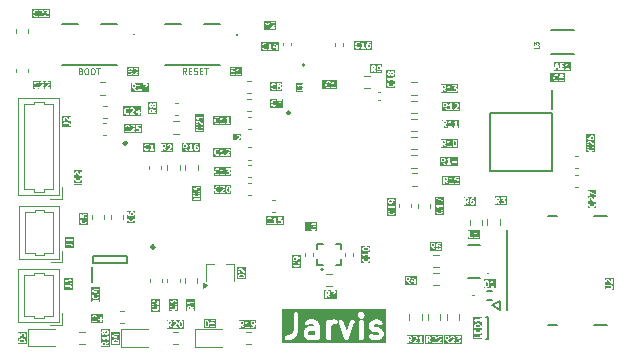
<source format=gbr>
%TF.GenerationSoftware,KiCad,Pcbnew,9.0.2-9.0.2-0~ubuntu22.04.1*%
%TF.CreationDate,2025-07-24T10:37:48-04:00*%
%TF.ProjectId,jarvis,6a617276-6973-42e6-9b69-6361645f7063,rev?*%
%TF.SameCoordinates,Original*%
%TF.FileFunction,Legend,Top*%
%TF.FilePolarity,Positive*%
%FSLAX46Y46*%
G04 Gerber Fmt 4.6, Leading zero omitted, Abs format (unit mm)*
G04 Created by KiCad (PCBNEW 9.0.2-9.0.2-0~ubuntu22.04.1) date 2025-07-24 10:37:48*
%MOMM*%
%LPD*%
G01*
G04 APERTURE LIST*
%ADD10C,0.100000*%
%ADD11C,0.400000*%
%ADD12C,0.125000*%
%ADD13C,0.098425*%
%ADD14C,0.120000*%
%ADD15C,0.152400*%
%ADD16C,0.200000*%
%ADD17C,0.254000*%
%ADD18C,0.127000*%
%ADD19C,0.150000*%
G04 APERTURE END LIST*
D10*
X148060550Y-106633609D02*
X147893884Y-106395514D01*
X147774836Y-106633609D02*
X147774836Y-106133609D01*
X147774836Y-106133609D02*
X147965312Y-106133609D01*
X147965312Y-106133609D02*
X148012931Y-106157419D01*
X148012931Y-106157419D02*
X148036741Y-106181228D01*
X148036741Y-106181228D02*
X148060550Y-106228847D01*
X148060550Y-106228847D02*
X148060550Y-106300276D01*
X148060550Y-106300276D02*
X148036741Y-106347895D01*
X148036741Y-106347895D02*
X148012931Y-106371704D01*
X148012931Y-106371704D02*
X147965312Y-106395514D01*
X147965312Y-106395514D02*
X147774836Y-106395514D01*
X148274836Y-106371704D02*
X148441503Y-106371704D01*
X148512931Y-106633609D02*
X148274836Y-106633609D01*
X148274836Y-106633609D02*
X148274836Y-106133609D01*
X148274836Y-106133609D02*
X148512931Y-106133609D01*
X148703408Y-106609800D02*
X148774836Y-106633609D01*
X148774836Y-106633609D02*
X148893884Y-106633609D01*
X148893884Y-106633609D02*
X148941503Y-106609800D01*
X148941503Y-106609800D02*
X148965312Y-106585990D01*
X148965312Y-106585990D02*
X148989122Y-106538371D01*
X148989122Y-106538371D02*
X148989122Y-106490752D01*
X148989122Y-106490752D02*
X148965312Y-106443133D01*
X148965312Y-106443133D02*
X148941503Y-106419323D01*
X148941503Y-106419323D02*
X148893884Y-106395514D01*
X148893884Y-106395514D02*
X148798646Y-106371704D01*
X148798646Y-106371704D02*
X148751027Y-106347895D01*
X148751027Y-106347895D02*
X148727217Y-106324085D01*
X148727217Y-106324085D02*
X148703408Y-106276466D01*
X148703408Y-106276466D02*
X148703408Y-106228847D01*
X148703408Y-106228847D02*
X148727217Y-106181228D01*
X148727217Y-106181228D02*
X148751027Y-106157419D01*
X148751027Y-106157419D02*
X148798646Y-106133609D01*
X148798646Y-106133609D02*
X148917693Y-106133609D01*
X148917693Y-106133609D02*
X148989122Y-106157419D01*
X149203407Y-106371704D02*
X149370074Y-106371704D01*
X149441502Y-106633609D02*
X149203407Y-106633609D01*
X149203407Y-106633609D02*
X149203407Y-106133609D01*
X149203407Y-106133609D02*
X149441502Y-106133609D01*
X149584360Y-106133609D02*
X149870074Y-106133609D01*
X149727217Y-106633609D02*
X149727217Y-106133609D01*
X139141503Y-106391704D02*
X139212931Y-106415514D01*
X139212931Y-106415514D02*
X139236741Y-106439323D01*
X139236741Y-106439323D02*
X139260550Y-106486942D01*
X139260550Y-106486942D02*
X139260550Y-106558371D01*
X139260550Y-106558371D02*
X139236741Y-106605990D01*
X139236741Y-106605990D02*
X139212931Y-106629800D01*
X139212931Y-106629800D02*
X139165312Y-106653609D01*
X139165312Y-106653609D02*
X138974836Y-106653609D01*
X138974836Y-106653609D02*
X138974836Y-106153609D01*
X138974836Y-106153609D02*
X139141503Y-106153609D01*
X139141503Y-106153609D02*
X139189122Y-106177419D01*
X139189122Y-106177419D02*
X139212931Y-106201228D01*
X139212931Y-106201228D02*
X139236741Y-106248847D01*
X139236741Y-106248847D02*
X139236741Y-106296466D01*
X139236741Y-106296466D02*
X139212931Y-106344085D01*
X139212931Y-106344085D02*
X139189122Y-106367895D01*
X139189122Y-106367895D02*
X139141503Y-106391704D01*
X139141503Y-106391704D02*
X138974836Y-106391704D01*
X139570074Y-106153609D02*
X139665312Y-106153609D01*
X139665312Y-106153609D02*
X139712931Y-106177419D01*
X139712931Y-106177419D02*
X139760550Y-106225038D01*
X139760550Y-106225038D02*
X139784360Y-106320276D01*
X139784360Y-106320276D02*
X139784360Y-106486942D01*
X139784360Y-106486942D02*
X139760550Y-106582180D01*
X139760550Y-106582180D02*
X139712931Y-106629800D01*
X139712931Y-106629800D02*
X139665312Y-106653609D01*
X139665312Y-106653609D02*
X139570074Y-106653609D01*
X139570074Y-106653609D02*
X139522455Y-106629800D01*
X139522455Y-106629800D02*
X139474836Y-106582180D01*
X139474836Y-106582180D02*
X139451027Y-106486942D01*
X139451027Y-106486942D02*
X139451027Y-106320276D01*
X139451027Y-106320276D02*
X139474836Y-106225038D01*
X139474836Y-106225038D02*
X139522455Y-106177419D01*
X139522455Y-106177419D02*
X139570074Y-106153609D01*
X140093884Y-106153609D02*
X140189122Y-106153609D01*
X140189122Y-106153609D02*
X140236741Y-106177419D01*
X140236741Y-106177419D02*
X140284360Y-106225038D01*
X140284360Y-106225038D02*
X140308170Y-106320276D01*
X140308170Y-106320276D02*
X140308170Y-106486942D01*
X140308170Y-106486942D02*
X140284360Y-106582180D01*
X140284360Y-106582180D02*
X140236741Y-106629800D01*
X140236741Y-106629800D02*
X140189122Y-106653609D01*
X140189122Y-106653609D02*
X140093884Y-106653609D01*
X140093884Y-106653609D02*
X140046265Y-106629800D01*
X140046265Y-106629800D02*
X139998646Y-106582180D01*
X139998646Y-106582180D02*
X139974837Y-106486942D01*
X139974837Y-106486942D02*
X139974837Y-106320276D01*
X139974837Y-106320276D02*
X139998646Y-106225038D01*
X139998646Y-106225038D02*
X140046265Y-106177419D01*
X140046265Y-106177419D02*
X140093884Y-106153609D01*
X140451028Y-106153609D02*
X140736742Y-106153609D01*
X140593885Y-106653609D02*
X140593885Y-106153609D01*
D11*
G36*
X158970300Y-128735593D02*
G01*
X158932611Y-128754438D01*
X158550846Y-128754438D01*
X158462228Y-128710129D01*
X158417919Y-128621509D01*
X158417919Y-128525460D01*
X158462228Y-128436841D01*
X158550846Y-128392533D01*
X158970300Y-128392533D01*
X158970300Y-128735593D01*
G37*
G36*
X165021094Y-129376660D02*
G01*
X156180492Y-129376660D01*
X156180492Y-128915420D01*
X156402714Y-128915420D01*
X156402714Y-128993456D01*
X156432577Y-129065552D01*
X156487757Y-129120732D01*
X156559853Y-129150595D01*
X156598871Y-129154438D01*
X156789347Y-129154438D01*
X156809096Y-129152492D01*
X156814362Y-129152867D01*
X156821290Y-129151291D01*
X156828365Y-129150595D01*
X156833243Y-129148574D01*
X156852593Y-129144175D01*
X157138307Y-129048937D01*
X157174107Y-129032952D01*
X157179534Y-129028244D01*
X157186175Y-129025494D01*
X157216483Y-129000621D01*
X157406958Y-128810144D01*
X157431831Y-128779837D01*
X157434580Y-128773198D01*
X157439289Y-128767770D01*
X157455273Y-128731969D01*
X157539848Y-128478247D01*
X158017919Y-128478247D01*
X158017919Y-128668723D01*
X158021762Y-128707741D01*
X158024511Y-128714378D01*
X158025021Y-128721548D01*
X158039033Y-128758165D01*
X158134272Y-128948643D01*
X158138378Y-128955166D01*
X158139405Y-128958246D01*
X158142730Y-128962080D01*
X158155158Y-128981823D01*
X158174104Y-128998255D01*
X158190534Y-129017199D01*
X158210272Y-129029624D01*
X158214111Y-129032953D01*
X158217193Y-129033980D01*
X158223714Y-129038085D01*
X158414191Y-129133324D01*
X158450808Y-129147336D01*
X158457977Y-129147845D01*
X158464615Y-129150595D01*
X158503633Y-129154438D01*
X158979824Y-129154438D01*
X159018842Y-129150595D01*
X159025479Y-129147845D01*
X159032649Y-129147336D01*
X159069267Y-129133323D01*
X159078472Y-129128720D01*
X159131282Y-129150595D01*
X159209318Y-129150595D01*
X159281414Y-129120732D01*
X159336594Y-129065552D01*
X159366457Y-128993456D01*
X159370300Y-128954438D01*
X159370300Y-127906819D01*
X159366457Y-127867801D01*
X159363707Y-127861162D01*
X159363198Y-127853995D01*
X159349186Y-127817377D01*
X159253948Y-127626900D01*
X159250300Y-127621104D01*
X159922681Y-127621104D01*
X159922681Y-128954438D01*
X159926524Y-128993456D01*
X159956387Y-129065552D01*
X160011567Y-129120732D01*
X160083663Y-129150595D01*
X160161699Y-129150595D01*
X160233795Y-129120732D01*
X160288975Y-129065552D01*
X160318838Y-128993456D01*
X160322681Y-128954438D01*
X160322681Y-128049270D01*
X160382291Y-127930049D01*
X160431628Y-127880713D01*
X160550846Y-127821104D01*
X160694110Y-127821104D01*
X160733128Y-127817261D01*
X160805224Y-127787398D01*
X160860404Y-127732218D01*
X160890267Y-127660122D01*
X160890267Y-127650334D01*
X160972448Y-127650334D01*
X160981952Y-127688371D01*
X161458142Y-129021706D01*
X161474884Y-129057158D01*
X161481622Y-129064601D01*
X161485919Y-129073672D01*
X161507611Y-129093310D01*
X161527256Y-129115010D01*
X161536328Y-129119307D01*
X161543770Y-129126044D01*
X161571326Y-129135885D01*
X161597780Y-129148416D01*
X161607808Y-129148914D01*
X161617260Y-129152290D01*
X161646483Y-129150837D01*
X161675720Y-129152291D01*
X161685174Y-129148914D01*
X161695200Y-129148416D01*
X161721641Y-129135890D01*
X161749210Y-129126045D01*
X161756655Y-129119304D01*
X161765724Y-129115009D01*
X161785357Y-129093321D01*
X161807062Y-129073673D01*
X161811360Y-129064597D01*
X161818096Y-129057158D01*
X161834838Y-129021705D01*
X162311029Y-127688371D01*
X162320533Y-127650334D01*
X162319080Y-127621104D01*
X162684586Y-127621104D01*
X162684586Y-128954438D01*
X162688429Y-128993456D01*
X162718292Y-129065552D01*
X162773472Y-129120732D01*
X162845568Y-129150595D01*
X162923604Y-129150595D01*
X162995700Y-129120732D01*
X163050880Y-129065552D01*
X163080743Y-128993456D01*
X163084586Y-128954438D01*
X163084586Y-127906819D01*
X163541729Y-127906819D01*
X163541729Y-128002057D01*
X163545572Y-128041075D01*
X163548321Y-128047712D01*
X163548831Y-128054882D01*
X163562844Y-128091500D01*
X163658082Y-128281976D01*
X163662188Y-128288499D01*
X163663215Y-128291579D01*
X163666540Y-128295413D01*
X163678968Y-128315156D01*
X163697914Y-128331588D01*
X163714344Y-128350532D01*
X163734082Y-128362957D01*
X163737921Y-128366286D01*
X163741003Y-128367313D01*
X163747524Y-128371418D01*
X163938001Y-128466657D01*
X163974618Y-128480669D01*
X163981787Y-128481178D01*
X163988425Y-128483928D01*
X164027443Y-128487771D01*
X164265943Y-128487771D01*
X164354563Y-128532080D01*
X164398872Y-128620698D01*
X164398872Y-128621510D01*
X164354562Y-128710128D01*
X164265943Y-128754438D01*
X163979418Y-128754438D01*
X163831172Y-128680315D01*
X163794554Y-128666302D01*
X163716715Y-128660770D01*
X163642683Y-128685448D01*
X163583730Y-128736577D01*
X163548831Y-128806375D01*
X163543299Y-128884214D01*
X163567977Y-128958246D01*
X163619106Y-129017199D01*
X163652286Y-129038085D01*
X163842763Y-129133324D01*
X163879380Y-129147336D01*
X163886549Y-129147845D01*
X163893187Y-129150595D01*
X163932205Y-129154438D01*
X164313157Y-129154438D01*
X164352175Y-129150595D01*
X164358812Y-129147845D01*
X164365982Y-129147336D01*
X164402599Y-129133324D01*
X164593077Y-129038085D01*
X164599599Y-129033979D01*
X164602681Y-129032952D01*
X164606517Y-129029624D01*
X164626257Y-129017199D01*
X164642688Y-128998253D01*
X164661633Y-128981823D01*
X164674058Y-128962083D01*
X164677387Y-128958246D01*
X164678414Y-128955164D01*
X164682520Y-128948642D01*
X164777758Y-128758165D01*
X164791770Y-128721547D01*
X164792279Y-128714379D01*
X164795029Y-128707741D01*
X164798872Y-128668723D01*
X164798872Y-128573485D01*
X164795029Y-128534467D01*
X164792279Y-128527829D01*
X164791770Y-128520660D01*
X164777758Y-128484043D01*
X164682519Y-128293566D01*
X164678414Y-128287045D01*
X164677387Y-128283963D01*
X164674058Y-128280124D01*
X164661633Y-128260386D01*
X164642689Y-128243956D01*
X164626257Y-128225010D01*
X164606514Y-128212582D01*
X164602680Y-128209257D01*
X164599600Y-128208230D01*
X164593077Y-128204124D01*
X164402599Y-128108885D01*
X164365982Y-128094873D01*
X164358812Y-128094363D01*
X164352175Y-128091614D01*
X164313157Y-128087771D01*
X164074656Y-128087771D01*
X163986038Y-128043462D01*
X163941729Y-127954843D01*
X163941729Y-127954032D01*
X163986038Y-127865412D01*
X164074656Y-127821104D01*
X164265943Y-127821104D01*
X164414192Y-127895228D01*
X164450810Y-127909240D01*
X164528649Y-127914772D01*
X164602681Y-127890094D01*
X164661633Y-127838965D01*
X164696532Y-127769167D01*
X164702064Y-127691327D01*
X164677387Y-127617296D01*
X164626257Y-127558343D01*
X164593077Y-127537457D01*
X164402599Y-127442218D01*
X164365982Y-127428206D01*
X164358812Y-127427696D01*
X164352175Y-127424947D01*
X164313157Y-127421104D01*
X164027443Y-127421104D01*
X163988425Y-127424947D01*
X163981787Y-127427696D01*
X163974618Y-127428206D01*
X163938001Y-127442218D01*
X163747524Y-127537457D01*
X163741003Y-127541561D01*
X163737921Y-127542589D01*
X163734082Y-127545917D01*
X163714344Y-127558343D01*
X163697914Y-127577286D01*
X163678968Y-127593719D01*
X163666540Y-127613461D01*
X163663215Y-127617296D01*
X163662188Y-127620375D01*
X163658082Y-127626899D01*
X163562843Y-127817377D01*
X163548831Y-127853994D01*
X163548321Y-127861163D01*
X163545572Y-127867801D01*
X163541729Y-127906819D01*
X163084586Y-127906819D01*
X163084586Y-127621104D01*
X163080743Y-127582086D01*
X163050880Y-127509990D01*
X162995700Y-127454810D01*
X162923604Y-127424947D01*
X162845568Y-127424947D01*
X162773472Y-127454810D01*
X162718292Y-127509990D01*
X162688429Y-127582086D01*
X162684586Y-127621104D01*
X162319080Y-127621104D01*
X162316659Y-127572394D01*
X162283253Y-127501870D01*
X162225401Y-127449498D01*
X162151911Y-127423251D01*
X162073971Y-127427126D01*
X162003447Y-127460532D01*
X161951075Y-127518384D01*
X161934333Y-127553837D01*
X161646490Y-128359795D01*
X161358648Y-127553837D01*
X161341906Y-127518384D01*
X161289534Y-127460533D01*
X161219010Y-127427126D01*
X161141070Y-127423252D01*
X161067580Y-127449498D01*
X161009729Y-127501870D01*
X160976322Y-127572394D01*
X160972448Y-127650334D01*
X160890267Y-127650334D01*
X160890267Y-127582086D01*
X160860404Y-127509990D01*
X160805224Y-127454810D01*
X160733128Y-127424947D01*
X160694110Y-127421104D01*
X160503633Y-127421104D01*
X160464615Y-127424947D01*
X160457977Y-127427696D01*
X160450808Y-127428206D01*
X160414191Y-127442218D01*
X160285532Y-127506547D01*
X160233795Y-127454810D01*
X160161699Y-127424947D01*
X160083663Y-127424947D01*
X160011567Y-127454810D01*
X159956387Y-127509990D01*
X159926524Y-127582086D01*
X159922681Y-127621104D01*
X159250300Y-127621104D01*
X159249842Y-127620377D01*
X159248815Y-127617296D01*
X159245486Y-127613458D01*
X159233061Y-127593719D01*
X159214116Y-127577288D01*
X159197685Y-127558343D01*
X159177945Y-127545917D01*
X159174109Y-127542590D01*
X159171027Y-127541562D01*
X159164505Y-127537457D01*
X158974029Y-127442219D01*
X158937411Y-127428206D01*
X158930241Y-127427696D01*
X158923604Y-127424947D01*
X158884586Y-127421104D01*
X158503633Y-127421104D01*
X158464615Y-127424947D01*
X158457977Y-127427696D01*
X158450808Y-127428206D01*
X158414191Y-127442218D01*
X158223714Y-127537457D01*
X158190534Y-127558343D01*
X158139405Y-127617296D01*
X158114727Y-127691328D01*
X158120259Y-127769167D01*
X158155158Y-127838965D01*
X158214111Y-127890094D01*
X158288143Y-127914772D01*
X158365982Y-127909240D01*
X158402600Y-127895227D01*
X158550846Y-127821104D01*
X158837373Y-127821104D01*
X158925990Y-127865413D01*
X158970300Y-127954032D01*
X158970300Y-127973688D01*
X158932611Y-127992533D01*
X158503633Y-127992533D01*
X158464615Y-127996376D01*
X158457977Y-127999125D01*
X158450808Y-127999635D01*
X158414191Y-128013647D01*
X158223714Y-128108886D01*
X158217193Y-128112990D01*
X158214111Y-128114018D01*
X158210272Y-128117346D01*
X158190534Y-128129772D01*
X158174104Y-128148715D01*
X158155158Y-128165148D01*
X158142730Y-128184890D01*
X158139405Y-128188725D01*
X158138378Y-128191804D01*
X158134272Y-128198328D01*
X158039034Y-128388804D01*
X158025021Y-128425422D01*
X158024511Y-128432591D01*
X158021762Y-128439229D01*
X158017919Y-128478247D01*
X157539848Y-128478247D01*
X157550512Y-128446255D01*
X157554911Y-128426908D01*
X157556933Y-128422027D01*
X157557629Y-128414950D01*
X157559205Y-128408024D01*
X157558830Y-128402758D01*
X157560776Y-128383009D01*
X157560776Y-127010658D01*
X162593191Y-127010658D01*
X162593191Y-127088694D01*
X162623054Y-127160790D01*
X162647927Y-127191097D01*
X162743165Y-127286335D01*
X162773472Y-127311208D01*
X162845568Y-127341071D01*
X162923604Y-127341071D01*
X162995700Y-127311208D01*
X163026007Y-127286335D01*
X163121245Y-127191097D01*
X163146118Y-127160790D01*
X163175981Y-127088694D01*
X163175981Y-127010658D01*
X163146118Y-126938562D01*
X163121245Y-126908255D01*
X163026007Y-126813017D01*
X162995700Y-126788144D01*
X162923604Y-126758281D01*
X162845568Y-126758281D01*
X162773472Y-126788144D01*
X162743165Y-126813017D01*
X162647927Y-126908255D01*
X162623054Y-126938562D01*
X162593191Y-127010658D01*
X157560776Y-127010658D01*
X157560776Y-126954438D01*
X157556933Y-126915420D01*
X157527070Y-126843324D01*
X157471890Y-126788144D01*
X157399794Y-126758281D01*
X157321758Y-126758281D01*
X157249662Y-126788144D01*
X157194482Y-126843324D01*
X157164619Y-126915420D01*
X157160776Y-126954438D01*
X157160776Y-128350552D01*
X157090731Y-128560685D01*
X156967024Y-128684393D01*
X156756890Y-128754438D01*
X156598871Y-128754438D01*
X156559853Y-128758281D01*
X156487757Y-128788144D01*
X156432577Y-128843324D01*
X156402714Y-128915420D01*
X156180492Y-128915420D01*
X156180492Y-126536059D01*
X165021094Y-126536059D01*
X165021094Y-129376660D01*
G37*
D12*
G36*
X138338509Y-111097384D02*
G01*
X137588509Y-111097384D01*
X137588509Y-110762748D01*
X137655767Y-110762748D01*
X137655767Y-110810584D01*
X137689591Y-110844408D01*
X137713509Y-110849166D01*
X138060509Y-110849166D01*
X138108318Y-110865102D01*
X138135072Y-110891856D01*
X138151009Y-110939665D01*
X138151009Y-110977142D01*
X138155767Y-111001060D01*
X138189591Y-111034884D01*
X138237427Y-111034884D01*
X138271251Y-111001060D01*
X138276009Y-110977142D01*
X138276009Y-110929523D01*
X138274055Y-110919701D01*
X138272802Y-110909760D01*
X138248993Y-110838330D01*
X138247442Y-110835609D01*
X138247442Y-110834176D01*
X138241877Y-110825848D01*
X138236916Y-110817144D01*
X138235633Y-110816502D01*
X138233894Y-110813899D01*
X138186274Y-110766280D01*
X138183670Y-110764540D01*
X138183030Y-110763260D01*
X138174335Y-110758303D01*
X138165997Y-110752732D01*
X138164562Y-110752732D01*
X138161844Y-110751182D01*
X138090416Y-110727373D01*
X138080477Y-110726120D01*
X138070652Y-110724166D01*
X137713509Y-110724166D01*
X137689591Y-110728924D01*
X137655767Y-110762748D01*
X137588509Y-110762748D01*
X137588509Y-110381904D01*
X137651009Y-110381904D01*
X137651009Y-110500952D01*
X137651620Y-110504023D01*
X137651167Y-110505383D01*
X137653811Y-110515039D01*
X137655767Y-110524870D01*
X137656781Y-110525884D01*
X137657608Y-110528903D01*
X137681418Y-110576522D01*
X137687558Y-110584433D01*
X137693125Y-110592765D01*
X137716934Y-110616574D01*
X137737211Y-110630122D01*
X137785045Y-110630122D01*
X137818870Y-110596297D01*
X137818870Y-110548463D01*
X137805322Y-110528186D01*
X137788685Y-110511549D01*
X137776009Y-110486198D01*
X137776009Y-110396657D01*
X137788685Y-110371306D01*
X137798151Y-110361840D01*
X137823500Y-110349166D01*
X137846223Y-110349166D01*
X137894034Y-110365103D01*
X138169315Y-110640384D01*
X138189592Y-110653933D01*
X138237426Y-110653933D01*
X138271252Y-110620107D01*
X138271252Y-110620102D01*
X138276009Y-110596190D01*
X138276009Y-110286666D01*
X138271251Y-110262748D01*
X138237427Y-110228924D01*
X138189591Y-110228924D01*
X138155767Y-110262748D01*
X138151009Y-110286666D01*
X138151009Y-110445302D01*
X137971989Y-110266282D01*
X137969387Y-110264543D01*
X137968746Y-110263261D01*
X137960034Y-110258294D01*
X137951712Y-110252734D01*
X137950281Y-110252734D01*
X137947560Y-110251183D01*
X137876130Y-110227373D01*
X137866191Y-110226120D01*
X137856366Y-110224166D01*
X137808747Y-110224166D01*
X137805675Y-110224777D01*
X137804316Y-110224324D01*
X137794654Y-110226969D01*
X137784829Y-110228924D01*
X137783815Y-110229937D01*
X137780796Y-110230764D01*
X137733177Y-110254575D01*
X137725265Y-110260715D01*
X137716934Y-110266282D01*
X137693125Y-110290091D01*
X137687558Y-110298422D01*
X137681418Y-110306334D01*
X137657608Y-110353953D01*
X137656781Y-110356971D01*
X137655767Y-110357986D01*
X137653811Y-110367816D01*
X137651167Y-110377473D01*
X137651620Y-110378832D01*
X137651009Y-110381904D01*
X137588509Y-110381904D01*
X137588509Y-110161666D01*
X138338509Y-110161666D01*
X138338509Y-111097384D01*
G37*
G36*
X172866248Y-127897540D02*
G01*
X172898656Y-127913745D01*
X172928673Y-127943761D01*
X172944609Y-127991569D01*
X172944609Y-128037975D01*
X172569609Y-128037975D01*
X172569609Y-127991571D01*
X172585546Y-127943759D01*
X172615561Y-127913744D01*
X172647969Y-127897540D01*
X172729089Y-127877261D01*
X172785129Y-127877261D01*
X172866248Y-127897540D01*
G37*
G36*
X173132109Y-129082618D02*
G01*
X172382109Y-129082618D01*
X172382109Y-128933700D01*
X172449367Y-128933700D01*
X172449367Y-128981536D01*
X172483191Y-129015360D01*
X172507109Y-129020118D01*
X173007109Y-129020118D01*
X173031027Y-129015360D01*
X173064851Y-128981536D01*
X173069609Y-128957618D01*
X173069609Y-128719523D01*
X173064851Y-128695605D01*
X173031027Y-128661781D01*
X172983191Y-128661781D01*
X172949367Y-128695605D01*
X172944609Y-128719523D01*
X172944609Y-128895118D01*
X172507109Y-128895118D01*
X172483191Y-128899876D01*
X172449367Y-128933700D01*
X172382109Y-128933700D01*
X172382109Y-128314761D01*
X172444609Y-128314761D01*
X172444609Y-128552856D01*
X172449367Y-128576774D01*
X172483191Y-128610598D01*
X172507109Y-128615356D01*
X173007109Y-128615356D01*
X173031027Y-128610598D01*
X173064851Y-128576774D01*
X173069609Y-128552856D01*
X173069609Y-128314761D01*
X173064851Y-128290843D01*
X173031027Y-128257019D01*
X172983191Y-128257019D01*
X172949367Y-128290843D01*
X172944609Y-128314761D01*
X172944609Y-128490356D01*
X172807704Y-128490356D01*
X172807704Y-128386189D01*
X172802946Y-128362271D01*
X172769122Y-128328447D01*
X172721286Y-128328447D01*
X172687462Y-128362271D01*
X172682704Y-128386189D01*
X172682704Y-128490356D01*
X172569609Y-128490356D01*
X172569609Y-128314761D01*
X172564851Y-128290843D01*
X172531027Y-128257019D01*
X172483191Y-128257019D01*
X172449367Y-128290843D01*
X172444609Y-128314761D01*
X172382109Y-128314761D01*
X172382109Y-127981427D01*
X172444609Y-127981427D01*
X172444609Y-128100475D01*
X172449367Y-128124393D01*
X172483191Y-128158217D01*
X172507109Y-128162975D01*
X173007109Y-128162975D01*
X173031027Y-128158217D01*
X173064851Y-128124393D01*
X173069609Y-128100475D01*
X173069609Y-127981427D01*
X173067655Y-127971606D01*
X173066402Y-127961663D01*
X173042593Y-127890235D01*
X173041042Y-127887514D01*
X173041042Y-127886081D01*
X173035477Y-127877753D01*
X173030516Y-127869049D01*
X173029233Y-127868407D01*
X173027494Y-127865804D01*
X172979874Y-127818185D01*
X172971533Y-127812612D01*
X172963631Y-127806479D01*
X172916012Y-127782669D01*
X172909411Y-127780861D01*
X172903219Y-127777936D01*
X172807981Y-127754127D01*
X172800332Y-127753754D01*
X172792823Y-127752261D01*
X172721395Y-127752261D01*
X172713885Y-127753754D01*
X172706237Y-127754127D01*
X172610999Y-127777936D01*
X172604810Y-127780859D01*
X172598206Y-127782668D01*
X172550587Y-127806479D01*
X172542675Y-127812619D01*
X172534344Y-127818186D01*
X172486725Y-127865805D01*
X172484986Y-127868406D01*
X172483704Y-127869048D01*
X172478737Y-127877759D01*
X172473177Y-127886082D01*
X172473177Y-127887513D01*
X172471626Y-127890234D01*
X172447816Y-127961662D01*
X172446563Y-127971603D01*
X172444609Y-127981427D01*
X172382109Y-127981427D01*
X172382109Y-127469299D01*
X172445797Y-127469299D01*
X172449367Y-127487147D01*
X172449367Y-127505345D01*
X172453917Y-127509895D01*
X172455179Y-127516204D01*
X172472440Y-127533430D01*
X172538719Y-127577615D01*
X172574790Y-127613686D01*
X172594064Y-127652234D01*
X172609016Y-127671499D01*
X172654395Y-127686626D01*
X172697181Y-127665234D01*
X172712308Y-127619854D01*
X172705868Y-127596333D01*
X172682059Y-127548715D01*
X172678343Y-127543927D01*
X172944609Y-127543927D01*
X172944609Y-127624284D01*
X172949367Y-127648202D01*
X172983191Y-127682026D01*
X173031027Y-127682026D01*
X173064851Y-127648202D01*
X173069609Y-127624284D01*
X173069609Y-127338570D01*
X173064851Y-127314652D01*
X173031027Y-127280828D01*
X172983191Y-127280828D01*
X172949367Y-127314652D01*
X172944609Y-127338570D01*
X172944609Y-127418927D01*
X172507109Y-127418927D01*
X172483191Y-127423685D01*
X172478640Y-127428235D01*
X172472332Y-127429497D01*
X172462237Y-127444638D01*
X172449367Y-127457509D01*
X172449367Y-127463944D01*
X172445797Y-127469299D01*
X172382109Y-127469299D01*
X172382109Y-127218328D01*
X173132109Y-127218328D01*
X173132109Y-129082618D01*
G37*
G36*
X170213931Y-128938685D02*
G01*
X170223396Y-128948150D01*
X170236071Y-128973500D01*
X170236071Y-129015422D01*
X170223396Y-129040772D01*
X170213931Y-129050237D01*
X170188579Y-129062914D01*
X170075357Y-129062914D01*
X170075357Y-128926009D01*
X170188579Y-128926009D01*
X170213931Y-128938685D01*
G37*
G36*
X171375952Y-129488509D02*
G01*
X169887857Y-129488509D01*
X169887857Y-128863509D01*
X169950357Y-128863509D01*
X169950357Y-129363509D01*
X169955115Y-129387427D01*
X169988939Y-129421251D01*
X170036775Y-129421251D01*
X170070599Y-129387427D01*
X170075357Y-129363509D01*
X170075357Y-129187914D01*
X170099364Y-129187914D01*
X170247369Y-129399351D01*
X170264983Y-129416216D01*
X170312090Y-129424529D01*
X170351278Y-129397097D01*
X170359591Y-129349991D01*
X170355017Y-129339591D01*
X170407496Y-129339591D01*
X170407496Y-129387427D01*
X170441320Y-129421251D01*
X170465238Y-129426009D01*
X170774762Y-129426009D01*
X170798680Y-129421251D01*
X170832504Y-129387427D01*
X170832504Y-129339591D01*
X170798680Y-129305767D01*
X170774762Y-129301009D01*
X170616126Y-129301009D01*
X170795146Y-129121989D01*
X170796885Y-129119385D01*
X170798167Y-129118745D01*
X170803126Y-129110046D01*
X170808695Y-129101712D01*
X170808695Y-129100277D01*
X170810245Y-129097559D01*
X170834055Y-129026130D01*
X170835307Y-129016191D01*
X170837262Y-129006366D01*
X170837262Y-128958747D01*
X170836650Y-128955675D01*
X170837104Y-128954316D01*
X170834458Y-128944654D01*
X170832504Y-128934829D01*
X170831490Y-128933815D01*
X170830664Y-128930796D01*
X170806853Y-128883177D01*
X170800712Y-128875265D01*
X170795146Y-128866934D01*
X170771337Y-128843125D01*
X170766048Y-128839591D01*
X170883686Y-128839591D01*
X170883686Y-128887427D01*
X170917510Y-128921251D01*
X170941428Y-128926009D01*
X171113216Y-128926009D01*
X171037249Y-129012828D01*
X171028381Y-129028228D01*
X171026543Y-129030067D01*
X171026543Y-129031421D01*
X171025080Y-129033962D01*
X171026543Y-129055912D01*
X171026543Y-129077903D01*
X171028113Y-129079473D01*
X171028261Y-129081690D01*
X171044809Y-129096169D01*
X171060367Y-129111727D01*
X171063244Y-129112299D01*
X171064262Y-129113190D01*
X171066853Y-129113017D01*
X171084285Y-129116485D01*
X171140960Y-129116485D01*
X171166311Y-129129161D01*
X171175777Y-129138627D01*
X171188452Y-129163976D01*
X171188452Y-129253517D01*
X171175776Y-129278867D01*
X171166311Y-129288333D01*
X171140960Y-129301009D01*
X171027611Y-129301009D01*
X171002259Y-129288333D01*
X170985622Y-129271696D01*
X170965345Y-129258148D01*
X170917511Y-129258148D01*
X170883686Y-129291973D01*
X170883686Y-129339807D01*
X170897234Y-129360084D01*
X170921044Y-129383894D01*
X170929370Y-129389457D01*
X170937288Y-129395602D01*
X170984906Y-129419411D01*
X170987925Y-129420237D01*
X170988939Y-129421251D01*
X170998766Y-129423205D01*
X171008427Y-129425851D01*
X171009785Y-129425398D01*
X171012857Y-129426009D01*
X171155714Y-129426009D01*
X171158783Y-129425398D01*
X171160144Y-129425852D01*
X171169810Y-129423204D01*
X171179632Y-129421251D01*
X171180645Y-129420237D01*
X171183664Y-129419411D01*
X171231283Y-129395602D01*
X171239197Y-129389459D01*
X171247528Y-129383893D01*
X171271337Y-129360083D01*
X171276904Y-129351749D01*
X171283043Y-129343841D01*
X171306854Y-129296222D01*
X171307680Y-129293202D01*
X171308694Y-129292189D01*
X171310648Y-129282363D01*
X171313294Y-129272702D01*
X171312840Y-129271342D01*
X171313452Y-129268271D01*
X171313452Y-129149223D01*
X171312840Y-129146151D01*
X171313294Y-129144792D01*
X171310648Y-129135130D01*
X171308694Y-129125305D01*
X171307680Y-129124291D01*
X171306854Y-129121272D01*
X171283043Y-129073653D01*
X171276902Y-129065741D01*
X171271336Y-129057410D01*
X171247527Y-129033601D01*
X171239195Y-129028034D01*
X171231284Y-129021894D01*
X171206330Y-129009416D01*
X171297988Y-128904665D01*
X171306857Y-128889263D01*
X171308694Y-128887427D01*
X171308694Y-128886074D01*
X171310158Y-128883532D01*
X171308694Y-128861572D01*
X171308694Y-128839591D01*
X171307123Y-128838020D01*
X171306976Y-128835804D01*
X171290423Y-128821320D01*
X171274870Y-128805767D01*
X171271994Y-128805194D01*
X171270975Y-128804303D01*
X171268380Y-128804475D01*
X171250952Y-128801009D01*
X170941428Y-128801009D01*
X170917510Y-128805767D01*
X170883686Y-128839591D01*
X170766048Y-128839591D01*
X170763005Y-128837558D01*
X170755094Y-128831418D01*
X170707475Y-128807608D01*
X170704456Y-128806781D01*
X170703442Y-128805767D01*
X170693611Y-128803811D01*
X170683955Y-128801167D01*
X170682595Y-128801620D01*
X170679524Y-128801009D01*
X170560476Y-128801009D01*
X170557404Y-128801620D01*
X170556045Y-128801167D01*
X170546383Y-128803812D01*
X170536558Y-128805767D01*
X170535544Y-128806780D01*
X170532525Y-128807607D01*
X170484906Y-128831418D01*
X170476994Y-128837558D01*
X170468663Y-128843125D01*
X170444854Y-128866934D01*
X170431306Y-128887211D01*
X170431306Y-128935045D01*
X170465131Y-128968870D01*
X170512965Y-128968870D01*
X170533242Y-128955322D01*
X170549880Y-128938683D01*
X170575229Y-128926009D01*
X170664770Y-128926009D01*
X170690121Y-128938685D01*
X170699587Y-128948151D01*
X170712262Y-128973500D01*
X170712262Y-128996222D01*
X170696324Y-129044034D01*
X170421044Y-129319315D01*
X170407498Y-129339588D01*
X170407496Y-129339591D01*
X170355017Y-129339591D01*
X170349773Y-129327668D01*
X170243167Y-129175373D01*
X170278903Y-129157505D01*
X170286811Y-129151366D01*
X170295145Y-129145799D01*
X170318955Y-129121990D01*
X170324519Y-129113662D01*
X170330664Y-129105745D01*
X170354473Y-129058127D01*
X170355299Y-129055107D01*
X170356313Y-129054094D01*
X170358267Y-129044266D01*
X170360913Y-129034606D01*
X170360460Y-129033247D01*
X170361071Y-129030176D01*
X170361071Y-128958747D01*
X170360460Y-128955675D01*
X170360913Y-128954317D01*
X170358267Y-128944656D01*
X170356313Y-128934829D01*
X170355299Y-128933815D01*
X170354473Y-128930796D01*
X170330664Y-128883178D01*
X170324519Y-128875260D01*
X170318955Y-128866933D01*
X170295145Y-128843124D01*
X170286811Y-128837556D01*
X170278903Y-128831418D01*
X170231284Y-128807608D01*
X170228265Y-128806781D01*
X170227251Y-128805767D01*
X170217420Y-128803811D01*
X170207764Y-128801167D01*
X170206404Y-128801620D01*
X170203333Y-128801009D01*
X170012857Y-128801009D01*
X169988939Y-128805767D01*
X169955115Y-128839591D01*
X169950357Y-128863509D01*
X169887857Y-128863509D01*
X169887857Y-128738509D01*
X171375952Y-128738509D01*
X171375952Y-129488509D01*
G37*
G36*
X168643931Y-128928685D02*
G01*
X168653396Y-128938150D01*
X168666071Y-128963500D01*
X168666071Y-129005422D01*
X168653396Y-129030772D01*
X168643931Y-129040237D01*
X168618579Y-129052914D01*
X168505357Y-129052914D01*
X168505357Y-128916009D01*
X168618579Y-128916009D01*
X168643931Y-128928685D01*
G37*
G36*
X169805952Y-129478509D02*
G01*
X168317857Y-129478509D01*
X168317857Y-128853509D01*
X168380357Y-128853509D01*
X168380357Y-129353509D01*
X168385115Y-129377427D01*
X168418939Y-129411251D01*
X168466775Y-129411251D01*
X168500599Y-129377427D01*
X168505357Y-129353509D01*
X168505357Y-129177914D01*
X168529364Y-129177914D01*
X168677369Y-129389351D01*
X168694983Y-129406216D01*
X168742090Y-129414529D01*
X168781278Y-129387097D01*
X168789591Y-129339991D01*
X168785017Y-129329591D01*
X168837496Y-129329591D01*
X168837496Y-129377427D01*
X168871320Y-129411251D01*
X168895238Y-129416009D01*
X169204762Y-129416009D01*
X169228680Y-129411251D01*
X169262504Y-129377427D01*
X169262504Y-129329591D01*
X169313686Y-129329591D01*
X169313686Y-129377427D01*
X169347510Y-129411251D01*
X169371428Y-129416009D01*
X169680952Y-129416009D01*
X169704870Y-129411251D01*
X169738694Y-129377427D01*
X169738694Y-129329591D01*
X169704870Y-129295767D01*
X169680952Y-129291009D01*
X169522316Y-129291009D01*
X169701336Y-129111989D01*
X169703075Y-129109385D01*
X169704357Y-129108745D01*
X169709316Y-129100046D01*
X169714885Y-129091712D01*
X169714885Y-129090277D01*
X169716435Y-129087559D01*
X169740245Y-129016130D01*
X169741497Y-129006191D01*
X169743452Y-128996366D01*
X169743452Y-128948747D01*
X169742840Y-128945675D01*
X169743294Y-128944316D01*
X169740648Y-128934654D01*
X169738694Y-128924829D01*
X169737680Y-128923815D01*
X169736854Y-128920796D01*
X169713043Y-128873177D01*
X169706902Y-128865265D01*
X169701336Y-128856934D01*
X169677527Y-128833125D01*
X169669195Y-128827558D01*
X169661284Y-128821418D01*
X169613665Y-128797608D01*
X169610646Y-128796781D01*
X169609632Y-128795767D01*
X169599801Y-128793811D01*
X169590145Y-128791167D01*
X169588785Y-128791620D01*
X169585714Y-128791009D01*
X169466666Y-128791009D01*
X169463594Y-128791620D01*
X169462235Y-128791167D01*
X169452573Y-128793812D01*
X169442748Y-128795767D01*
X169441734Y-128796780D01*
X169438715Y-128797607D01*
X169391096Y-128821418D01*
X169383184Y-128827558D01*
X169374853Y-128833125D01*
X169351044Y-128856934D01*
X169337496Y-128877211D01*
X169337496Y-128925045D01*
X169371321Y-128958870D01*
X169419155Y-128958870D01*
X169439432Y-128945322D01*
X169456070Y-128928683D01*
X169481419Y-128916009D01*
X169570960Y-128916009D01*
X169596311Y-128928685D01*
X169605777Y-128938151D01*
X169618452Y-128963500D01*
X169618452Y-128986222D01*
X169602514Y-129034034D01*
X169327234Y-129309315D01*
X169313688Y-129329588D01*
X169313686Y-129329591D01*
X169262504Y-129329591D01*
X169228680Y-129295767D01*
X169204762Y-129291009D01*
X169046126Y-129291009D01*
X169225146Y-129111989D01*
X169226885Y-129109385D01*
X169228167Y-129108745D01*
X169233126Y-129100046D01*
X169238695Y-129091712D01*
X169238695Y-129090277D01*
X169240245Y-129087559D01*
X169264055Y-129016130D01*
X169265307Y-129006191D01*
X169267262Y-128996366D01*
X169267262Y-128948747D01*
X169266650Y-128945675D01*
X169267104Y-128944316D01*
X169264458Y-128934654D01*
X169262504Y-128924829D01*
X169261490Y-128923815D01*
X169260664Y-128920796D01*
X169236853Y-128873177D01*
X169230712Y-128865265D01*
X169225146Y-128856934D01*
X169201337Y-128833125D01*
X169193005Y-128827558D01*
X169185094Y-128821418D01*
X169137475Y-128797608D01*
X169134456Y-128796781D01*
X169133442Y-128795767D01*
X169123611Y-128793811D01*
X169113955Y-128791167D01*
X169112595Y-128791620D01*
X169109524Y-128791009D01*
X168990476Y-128791009D01*
X168987404Y-128791620D01*
X168986045Y-128791167D01*
X168976383Y-128793812D01*
X168966558Y-128795767D01*
X168965544Y-128796780D01*
X168962525Y-128797607D01*
X168914906Y-128821418D01*
X168906994Y-128827558D01*
X168898663Y-128833125D01*
X168874854Y-128856934D01*
X168861306Y-128877211D01*
X168861306Y-128925045D01*
X168895131Y-128958870D01*
X168942965Y-128958870D01*
X168963242Y-128945322D01*
X168979880Y-128928683D01*
X169005229Y-128916009D01*
X169094770Y-128916009D01*
X169120121Y-128928685D01*
X169129587Y-128938151D01*
X169142262Y-128963500D01*
X169142262Y-128986222D01*
X169126324Y-129034034D01*
X168851044Y-129309315D01*
X168837498Y-129329588D01*
X168837496Y-129329591D01*
X168785017Y-129329591D01*
X168779773Y-129317668D01*
X168673167Y-129165373D01*
X168708903Y-129147505D01*
X168716811Y-129141366D01*
X168725145Y-129135799D01*
X168748955Y-129111990D01*
X168754519Y-129103662D01*
X168760664Y-129095745D01*
X168784473Y-129048127D01*
X168785299Y-129045107D01*
X168786313Y-129044094D01*
X168788267Y-129034266D01*
X168790913Y-129024606D01*
X168790460Y-129023247D01*
X168791071Y-129020176D01*
X168791071Y-128948747D01*
X168790460Y-128945675D01*
X168790913Y-128944317D01*
X168788267Y-128934656D01*
X168786313Y-128924829D01*
X168785299Y-128923815D01*
X168784473Y-128920796D01*
X168760664Y-128873178D01*
X168754519Y-128865260D01*
X168748955Y-128856933D01*
X168725145Y-128833124D01*
X168716811Y-128827556D01*
X168708903Y-128821418D01*
X168661284Y-128797608D01*
X168658265Y-128796781D01*
X168657251Y-128795767D01*
X168647420Y-128793811D01*
X168637764Y-128791167D01*
X168636404Y-128791620D01*
X168633333Y-128791009D01*
X168442857Y-128791009D01*
X168418939Y-128795767D01*
X168385115Y-128829591D01*
X168380357Y-128853509D01*
X168317857Y-128853509D01*
X168317857Y-128728509D01*
X169805952Y-128728509D01*
X169805952Y-129478509D01*
G37*
G36*
X167053931Y-128938685D02*
G01*
X167063396Y-128948150D01*
X167076071Y-128973500D01*
X167076071Y-129015422D01*
X167063396Y-129040772D01*
X167053931Y-129050237D01*
X167028579Y-129062914D01*
X166915357Y-129062914D01*
X166915357Y-128926009D01*
X167028579Y-128926009D01*
X167053931Y-128938685D01*
G37*
G36*
X168211194Y-129488509D02*
G01*
X166727857Y-129488509D01*
X166727857Y-128863509D01*
X166790357Y-128863509D01*
X166790357Y-129363509D01*
X166795115Y-129387427D01*
X166828939Y-129421251D01*
X166876775Y-129421251D01*
X166910599Y-129387427D01*
X166915357Y-129363509D01*
X166915357Y-129187914D01*
X166939364Y-129187914D01*
X167087369Y-129399351D01*
X167104983Y-129416216D01*
X167152090Y-129424529D01*
X167191278Y-129397097D01*
X167199591Y-129349991D01*
X167195017Y-129339591D01*
X167247496Y-129339591D01*
X167247496Y-129387427D01*
X167281320Y-129421251D01*
X167305238Y-129426009D01*
X167614762Y-129426009D01*
X167638680Y-129421251D01*
X167672504Y-129387427D01*
X167672504Y-129339591D01*
X167638680Y-129305767D01*
X167614762Y-129301009D01*
X167456126Y-129301009D01*
X167635146Y-129121989D01*
X167636885Y-129119385D01*
X167638167Y-129118745D01*
X167643126Y-129110046D01*
X167648695Y-129101712D01*
X167648695Y-129100277D01*
X167650245Y-129097559D01*
X167674055Y-129026130D01*
X167675307Y-129016191D01*
X167676381Y-129010796D01*
X167742895Y-129010796D01*
X167764288Y-129053582D01*
X167809668Y-129068709D01*
X167833188Y-129062268D01*
X167880807Y-129038459D01*
X167885595Y-129034742D01*
X167885595Y-129301009D01*
X167805238Y-129301009D01*
X167781320Y-129305767D01*
X167747496Y-129339591D01*
X167747496Y-129387427D01*
X167781320Y-129421251D01*
X167805238Y-129426009D01*
X168090952Y-129426009D01*
X168114870Y-129421251D01*
X168148694Y-129387427D01*
X168148694Y-129339591D01*
X168114870Y-129305767D01*
X168090952Y-129301009D01*
X168010595Y-129301009D01*
X168010595Y-128863509D01*
X168005837Y-128839591D01*
X168001286Y-128835040D01*
X168000025Y-128828732D01*
X167984883Y-128818637D01*
X167972013Y-128805767D01*
X167965578Y-128805767D01*
X167960223Y-128802197D01*
X167942373Y-128805767D01*
X167924177Y-128805767D01*
X167919628Y-128810316D01*
X167913318Y-128811578D01*
X167896092Y-128828840D01*
X167851904Y-128895121D01*
X167815836Y-128931190D01*
X167777288Y-128950464D01*
X167758022Y-128965416D01*
X167742895Y-129010796D01*
X167676381Y-129010796D01*
X167677262Y-129006366D01*
X167677262Y-128958747D01*
X167676650Y-128955675D01*
X167677104Y-128954316D01*
X167674458Y-128944654D01*
X167672504Y-128934829D01*
X167671490Y-128933815D01*
X167670664Y-128930796D01*
X167646853Y-128883177D01*
X167640712Y-128875265D01*
X167635146Y-128866934D01*
X167611337Y-128843125D01*
X167603005Y-128837558D01*
X167595094Y-128831418D01*
X167547475Y-128807608D01*
X167544456Y-128806781D01*
X167543442Y-128805767D01*
X167533611Y-128803811D01*
X167523955Y-128801167D01*
X167522595Y-128801620D01*
X167519524Y-128801009D01*
X167400476Y-128801009D01*
X167397404Y-128801620D01*
X167396045Y-128801167D01*
X167386383Y-128803812D01*
X167376558Y-128805767D01*
X167375544Y-128806780D01*
X167372525Y-128807607D01*
X167324906Y-128831418D01*
X167316994Y-128837558D01*
X167308663Y-128843125D01*
X167284854Y-128866934D01*
X167271306Y-128887211D01*
X167271306Y-128935045D01*
X167305131Y-128968870D01*
X167352965Y-128968870D01*
X167373242Y-128955322D01*
X167389880Y-128938683D01*
X167415229Y-128926009D01*
X167504770Y-128926009D01*
X167530121Y-128938685D01*
X167539587Y-128948151D01*
X167552262Y-128973500D01*
X167552262Y-128996222D01*
X167536324Y-129044034D01*
X167261044Y-129319315D01*
X167247498Y-129339588D01*
X167247496Y-129339591D01*
X167195017Y-129339591D01*
X167189773Y-129327668D01*
X167083167Y-129175373D01*
X167118903Y-129157505D01*
X167126811Y-129151366D01*
X167135145Y-129145799D01*
X167158955Y-129121990D01*
X167164519Y-129113662D01*
X167170664Y-129105745D01*
X167194473Y-129058127D01*
X167195299Y-129055107D01*
X167196313Y-129054094D01*
X167198267Y-129044266D01*
X167200913Y-129034606D01*
X167200460Y-129033247D01*
X167201071Y-129030176D01*
X167201071Y-128958747D01*
X167200460Y-128955675D01*
X167200913Y-128954317D01*
X167198267Y-128944656D01*
X167196313Y-128934829D01*
X167195299Y-128933815D01*
X167194473Y-128930796D01*
X167170664Y-128883178D01*
X167164519Y-128875260D01*
X167158955Y-128866933D01*
X167135145Y-128843124D01*
X167126811Y-128837556D01*
X167118903Y-128831418D01*
X167071284Y-128807608D01*
X167068265Y-128806781D01*
X167067251Y-128805767D01*
X167057420Y-128803811D01*
X167047764Y-128801167D01*
X167046404Y-128801620D01*
X167043333Y-128801009D01*
X166852857Y-128801009D01*
X166828939Y-128805767D01*
X166795115Y-128839591D01*
X166790357Y-128863509D01*
X166727857Y-128863509D01*
X166727857Y-128738509D01*
X168211194Y-128738509D01*
X168211194Y-129488509D01*
G37*
G36*
X149847667Y-127601946D02*
G01*
X149877682Y-127631961D01*
X149893886Y-127664369D01*
X149914166Y-127745488D01*
X149914166Y-127801529D01*
X149893886Y-127882648D01*
X149877683Y-127915055D01*
X149847665Y-127945073D01*
X149799857Y-127961009D01*
X149753452Y-127961009D01*
X149753452Y-127586009D01*
X149799856Y-127586009D01*
X149847667Y-127601946D01*
G37*
G36*
X150577857Y-128148509D02*
G01*
X149565952Y-128148509D01*
X149565952Y-127523509D01*
X149628452Y-127523509D01*
X149628452Y-128023509D01*
X149633210Y-128047427D01*
X149667034Y-128081251D01*
X149690952Y-128086009D01*
X149810000Y-128086009D01*
X149819825Y-128084054D01*
X149829764Y-128082802D01*
X149901192Y-128058993D01*
X149903912Y-128057442D01*
X149905346Y-128057442D01*
X149913679Y-128051873D01*
X149922378Y-128046915D01*
X149923018Y-128045634D01*
X149925623Y-128043894D01*
X149973242Y-127996274D01*
X149978811Y-127987937D01*
X149984948Y-127980031D01*
X150008759Y-127932412D01*
X150010567Y-127925807D01*
X150013491Y-127919619D01*
X150037300Y-127824381D01*
X150037672Y-127816732D01*
X150039166Y-127809223D01*
X150039166Y-127755385D01*
X150104953Y-127755385D01*
X150107308Y-127779658D01*
X150109401Y-127782216D01*
X150109401Y-127785521D01*
X150124270Y-127800390D01*
X150137598Y-127816680D01*
X150140889Y-127817009D01*
X150143226Y-127819346D01*
X150164263Y-127819346D01*
X150185197Y-127821439D01*
X150187755Y-127819346D01*
X150191060Y-127819346D01*
X150211337Y-127805798D01*
X150227975Y-127789159D01*
X150253324Y-127776485D01*
X150342865Y-127776485D01*
X150368216Y-127789161D01*
X150377682Y-127798627D01*
X150390357Y-127823976D01*
X150390357Y-127913517D01*
X150377681Y-127938867D01*
X150368216Y-127948333D01*
X150342865Y-127961009D01*
X150253325Y-127961009D01*
X150227974Y-127948334D01*
X150211338Y-127931697D01*
X150191061Y-127918148D01*
X150143227Y-127918147D01*
X150109401Y-127951972D01*
X150109400Y-127999806D01*
X150122948Y-128020083D01*
X150146757Y-128043893D01*
X150155084Y-128049457D01*
X150163002Y-128055602D01*
X150210620Y-128079411D01*
X150213639Y-128080237D01*
X150214653Y-128081251D01*
X150224480Y-128083205D01*
X150234141Y-128085851D01*
X150235499Y-128085398D01*
X150238571Y-128086009D01*
X150357619Y-128086009D01*
X150360688Y-128085398D01*
X150362049Y-128085852D01*
X150371715Y-128083204D01*
X150381537Y-128081251D01*
X150382550Y-128080237D01*
X150385569Y-128079411D01*
X150433188Y-128055602D01*
X150441102Y-128049459D01*
X150449433Y-128043893D01*
X150473242Y-128020083D01*
X150478809Y-128011749D01*
X150484948Y-128003841D01*
X150508759Y-127956222D01*
X150509585Y-127953202D01*
X150510599Y-127952189D01*
X150512553Y-127942363D01*
X150515199Y-127932702D01*
X150514745Y-127931342D01*
X150515357Y-127928271D01*
X150515357Y-127809223D01*
X150514745Y-127806151D01*
X150515199Y-127804792D01*
X150512553Y-127795130D01*
X150510599Y-127785305D01*
X150509585Y-127784291D01*
X150508759Y-127781272D01*
X150484948Y-127733653D01*
X150478807Y-127725741D01*
X150473241Y-127717410D01*
X150449432Y-127693601D01*
X150441100Y-127688034D01*
X150433189Y-127681894D01*
X150385570Y-127658084D01*
X150382551Y-127657257D01*
X150381537Y-127656243D01*
X150371706Y-127654287D01*
X150362050Y-127651643D01*
X150360690Y-127652096D01*
X150357619Y-127651485D01*
X150240967Y-127651485D01*
X150247514Y-127586009D01*
X150429047Y-127586009D01*
X150452965Y-127581251D01*
X150486789Y-127547427D01*
X150486789Y-127499591D01*
X150452965Y-127465767D01*
X150429047Y-127461009D01*
X150190952Y-127461009D01*
X150175997Y-127463983D01*
X150172898Y-127463674D01*
X150171401Y-127464898D01*
X150167034Y-127465767D01*
X150152156Y-127480644D01*
X150135876Y-127493965D01*
X150134577Y-127498223D01*
X150133210Y-127499591D01*
X150133210Y-127502706D01*
X150128762Y-127517291D01*
X150104953Y-127755385D01*
X150039166Y-127755385D01*
X150039166Y-127737795D01*
X150037672Y-127730285D01*
X150037300Y-127722637D01*
X150013491Y-127627399D01*
X150010567Y-127621210D01*
X150008759Y-127614606D01*
X149984948Y-127566987D01*
X149978807Y-127559075D01*
X149973241Y-127550744D01*
X149925622Y-127503125D01*
X149923020Y-127501386D01*
X149922379Y-127500104D01*
X149913667Y-127495137D01*
X149905345Y-127489577D01*
X149903914Y-127489577D01*
X149901193Y-127488026D01*
X149829765Y-127464216D01*
X149819823Y-127462963D01*
X149810000Y-127461009D01*
X149690952Y-127461009D01*
X149667034Y-127465767D01*
X149633210Y-127499591D01*
X149628452Y-127523509D01*
X149565952Y-127523509D01*
X149565952Y-127398509D01*
X150577857Y-127398509D01*
X150577857Y-128148509D01*
G37*
G36*
X142192648Y-129216112D02*
G01*
X142225056Y-129232317D01*
X142255073Y-129262333D01*
X142271009Y-129310141D01*
X142271009Y-129356547D01*
X141896009Y-129356547D01*
X141896009Y-129310143D01*
X141911946Y-129262331D01*
X141941961Y-129232316D01*
X141974369Y-129216112D01*
X142055489Y-129195833D01*
X142111529Y-129195833D01*
X142192648Y-129216112D01*
G37*
G36*
X142458509Y-129544047D02*
G01*
X141684858Y-129544047D01*
X141684858Y-129299999D01*
X141771009Y-129299999D01*
X141771009Y-129419047D01*
X141775767Y-129442965D01*
X141809591Y-129476789D01*
X141833509Y-129481547D01*
X142333509Y-129481547D01*
X142357427Y-129476789D01*
X142391251Y-129442965D01*
X142396009Y-129419047D01*
X142396009Y-129299999D01*
X142394055Y-129290178D01*
X142392802Y-129280235D01*
X142368993Y-129208807D01*
X142367442Y-129206086D01*
X142367442Y-129204653D01*
X142361877Y-129196325D01*
X142356916Y-129187621D01*
X142355633Y-129186979D01*
X142353894Y-129184376D01*
X142306274Y-129136757D01*
X142297933Y-129131184D01*
X142290031Y-129125051D01*
X142242412Y-129101241D01*
X142235811Y-129099433D01*
X142229619Y-129096508D01*
X142134381Y-129072699D01*
X142126732Y-129072326D01*
X142119223Y-129070833D01*
X142047795Y-129070833D01*
X142040285Y-129072326D01*
X142032637Y-129072699D01*
X141937399Y-129096508D01*
X141931210Y-129099431D01*
X141924606Y-129101240D01*
X141876987Y-129125051D01*
X141869075Y-129131191D01*
X141860744Y-129136758D01*
X141813125Y-129184377D01*
X141811386Y-129186978D01*
X141810104Y-129187620D01*
X141805137Y-129196331D01*
X141799577Y-129204654D01*
X141799577Y-129206085D01*
X141798026Y-129208806D01*
X141774216Y-129280234D01*
X141772963Y-129290175D01*
X141771009Y-129299999D01*
X141684858Y-129299999D01*
X141684858Y-128828240D01*
X141747358Y-128828240D01*
X141768750Y-128871024D01*
X141789936Y-128883102D01*
X142147078Y-129002149D01*
X142171273Y-129005199D01*
X142180475Y-129000598D01*
X142190760Y-129000598D01*
X142201045Y-128990312D01*
X142214058Y-128983806D01*
X142217311Y-128974047D01*
X142224584Y-128966774D01*
X142229342Y-128942856D01*
X142229342Y-128767261D01*
X142333509Y-128767261D01*
X142357427Y-128762503D01*
X142391251Y-128728679D01*
X142391251Y-128680843D01*
X142357427Y-128647019D01*
X142333509Y-128642261D01*
X142229342Y-128642261D01*
X142229342Y-128633333D01*
X142224584Y-128609415D01*
X142190760Y-128575591D01*
X142142924Y-128575591D01*
X142109100Y-128609415D01*
X142104342Y-128633333D01*
X142104342Y-128642261D01*
X142000176Y-128642261D01*
X141976258Y-128647019D01*
X141942434Y-128680843D01*
X141942434Y-128728679D01*
X141976258Y-128762503D01*
X142000176Y-128767261D01*
X142104342Y-128767261D01*
X142104342Y-128856141D01*
X141829464Y-128764516D01*
X141805269Y-128761467D01*
X141762485Y-128782859D01*
X141747358Y-128828240D01*
X141684858Y-128828240D01*
X141684858Y-128513091D01*
X142458509Y-128513091D01*
X142458509Y-129544047D01*
G37*
G36*
X134282648Y-129156112D02*
G01*
X134315056Y-129172317D01*
X134345073Y-129202333D01*
X134361009Y-129250141D01*
X134361009Y-129296547D01*
X133986009Y-129296547D01*
X133986009Y-129250143D01*
X134001946Y-129202331D01*
X134031961Y-129172316D01*
X134064369Y-129156112D01*
X134145489Y-129135833D01*
X134201529Y-129135833D01*
X134282648Y-129156112D01*
G37*
G36*
X134548509Y-129484047D02*
G01*
X133798509Y-129484047D01*
X133798509Y-129239999D01*
X133861009Y-129239999D01*
X133861009Y-129359047D01*
X133865767Y-129382965D01*
X133899591Y-129416789D01*
X133923509Y-129421547D01*
X134423509Y-129421547D01*
X134447427Y-129416789D01*
X134481251Y-129382965D01*
X134486009Y-129359047D01*
X134486009Y-129239999D01*
X134484055Y-129230178D01*
X134482802Y-129220235D01*
X134458993Y-129148807D01*
X134457442Y-129146086D01*
X134457442Y-129144653D01*
X134451877Y-129136325D01*
X134446916Y-129127621D01*
X134445633Y-129126979D01*
X134443894Y-129124376D01*
X134396274Y-129076757D01*
X134387933Y-129071184D01*
X134380031Y-129065051D01*
X134332412Y-129041241D01*
X134325811Y-129039433D01*
X134319619Y-129036508D01*
X134224381Y-129012699D01*
X134216732Y-129012326D01*
X134209223Y-129010833D01*
X134137795Y-129010833D01*
X134130285Y-129012326D01*
X134122637Y-129012699D01*
X134027399Y-129036508D01*
X134021210Y-129039431D01*
X134014606Y-129041240D01*
X133966987Y-129065051D01*
X133959075Y-129071191D01*
X133950744Y-129076758D01*
X133903125Y-129124377D01*
X133901386Y-129126978D01*
X133900104Y-129127620D01*
X133895137Y-129136331D01*
X133889577Y-129144654D01*
X133889577Y-129146085D01*
X133888026Y-129148806D01*
X133864216Y-129220234D01*
X133862963Y-129230175D01*
X133861009Y-129239999D01*
X133798509Y-129239999D01*
X133798509Y-128597142D01*
X133861009Y-128597142D01*
X133861009Y-128906666D01*
X133865767Y-128930584D01*
X133899591Y-128964408D01*
X133947427Y-128964408D01*
X133981251Y-128930584D01*
X133986009Y-128906666D01*
X133986009Y-128734877D01*
X134072829Y-128810845D01*
X134088230Y-128819714D01*
X134090067Y-128821551D01*
X134091420Y-128821551D01*
X134093962Y-128823015D01*
X134115921Y-128821551D01*
X134137903Y-128821551D01*
X134139473Y-128819980D01*
X134141690Y-128819833D01*
X134156173Y-128803280D01*
X134171727Y-128787727D01*
X134172299Y-128784851D01*
X134173191Y-128783832D01*
X134173018Y-128781237D01*
X134176485Y-128763809D01*
X134176485Y-128707133D01*
X134189161Y-128681782D01*
X134198627Y-128672316D01*
X134223976Y-128659642D01*
X134313517Y-128659642D01*
X134338869Y-128672318D01*
X134348334Y-128681783D01*
X134361009Y-128707133D01*
X134361009Y-128820483D01*
X134348333Y-128845834D01*
X134331696Y-128862472D01*
X134318148Y-128882749D01*
X134318148Y-128930583D01*
X134351973Y-128964408D01*
X134399807Y-128964408D01*
X134420084Y-128950860D01*
X134443894Y-128927050D01*
X134449457Y-128918723D01*
X134455602Y-128910806D01*
X134479411Y-128863188D01*
X134480237Y-128860168D01*
X134481251Y-128859155D01*
X134483205Y-128849327D01*
X134485851Y-128839667D01*
X134485398Y-128838308D01*
X134486009Y-128835237D01*
X134486009Y-128692380D01*
X134485398Y-128689308D01*
X134485851Y-128687950D01*
X134483205Y-128678289D01*
X134481251Y-128668462D01*
X134480237Y-128667448D01*
X134479411Y-128664429D01*
X134455602Y-128616811D01*
X134449457Y-128608893D01*
X134443893Y-128600566D01*
X134420083Y-128576757D01*
X134411749Y-128571189D01*
X134403841Y-128565051D01*
X134356222Y-128541241D01*
X134353203Y-128540414D01*
X134352189Y-128539400D01*
X134342358Y-128537444D01*
X134332702Y-128534800D01*
X134331342Y-128535253D01*
X134328271Y-128534642D01*
X134209223Y-128534642D01*
X134206151Y-128535253D01*
X134204792Y-128534800D01*
X134195130Y-128537445D01*
X134185305Y-128539400D01*
X134184291Y-128540413D01*
X134181272Y-128541240D01*
X134133653Y-128565051D01*
X134125741Y-128571191D01*
X134117410Y-128576758D01*
X134093601Y-128600567D01*
X134088034Y-128608898D01*
X134081894Y-128616810D01*
X134069417Y-128641763D01*
X133964666Y-128550106D01*
X133949265Y-128541238D01*
X133947427Y-128539400D01*
X133946073Y-128539400D01*
X133943532Y-128537937D01*
X133921581Y-128539400D01*
X133899591Y-128539400D01*
X133898020Y-128540970D01*
X133895804Y-128541118D01*
X133881324Y-128557666D01*
X133865767Y-128573224D01*
X133865194Y-128576101D01*
X133864304Y-128577119D01*
X133864476Y-128579710D01*
X133861009Y-128597142D01*
X133798509Y-128597142D01*
X133798509Y-128472142D01*
X134548509Y-128472142D01*
X134548509Y-129484047D01*
G37*
G36*
X144085952Y-106813101D02*
G01*
X143074048Y-106813101D01*
X143074048Y-106283339D01*
X143136548Y-106283339D01*
X143136548Y-106330958D01*
X143137158Y-106334027D01*
X143136705Y-106335388D01*
X143139352Y-106345054D01*
X143141306Y-106354876D01*
X143142319Y-106355889D01*
X143143146Y-106358908D01*
X143166955Y-106406527D01*
X143173098Y-106414442D01*
X143178663Y-106422771D01*
X143202473Y-106446581D01*
X143210799Y-106452144D01*
X143218717Y-106458289D01*
X143266335Y-106482098D01*
X143272936Y-106483905D01*
X143279127Y-106486830D01*
X143367710Y-106508976D01*
X143400121Y-106525181D01*
X143409586Y-106534647D01*
X143422262Y-106559997D01*
X143422262Y-106578109D01*
X143409586Y-106603459D01*
X143400121Y-106612925D01*
X143374770Y-106625601D01*
X143280619Y-106625601D01*
X143218812Y-106604999D01*
X143194617Y-106601950D01*
X143151832Y-106623342D01*
X143136706Y-106668723D01*
X143158098Y-106711508D01*
X143179284Y-106723585D01*
X143250712Y-106747394D01*
X143260655Y-106748647D01*
X143270476Y-106750601D01*
X143389524Y-106750601D01*
X143392593Y-106749990D01*
X143393954Y-106750444D01*
X143403620Y-106747796D01*
X143413442Y-106745843D01*
X143414455Y-106744829D01*
X143417474Y-106744003D01*
X143465093Y-106720194D01*
X143473007Y-106714051D01*
X143481338Y-106708485D01*
X143505147Y-106684675D01*
X143510714Y-106676341D01*
X143516853Y-106668433D01*
X143518978Y-106664183D01*
X143593686Y-106664183D01*
X143593686Y-106712019D01*
X143627510Y-106745843D01*
X143651428Y-106750601D01*
X143960952Y-106750601D01*
X143984870Y-106745843D01*
X144018694Y-106712019D01*
X144018694Y-106664183D01*
X143984870Y-106630359D01*
X143960952Y-106625601D01*
X143802316Y-106625601D01*
X143981336Y-106446581D01*
X143983075Y-106443977D01*
X143984357Y-106443337D01*
X143989316Y-106434638D01*
X143994885Y-106426304D01*
X143994885Y-106424869D01*
X143996435Y-106422151D01*
X144020245Y-106350722D01*
X144021497Y-106340783D01*
X144023452Y-106330958D01*
X144023452Y-106283339D01*
X144022840Y-106280267D01*
X144023294Y-106278908D01*
X144020648Y-106269246D01*
X144018694Y-106259421D01*
X144017680Y-106258407D01*
X144016854Y-106255388D01*
X143993043Y-106207769D01*
X143986902Y-106199857D01*
X143981336Y-106191526D01*
X143957527Y-106167717D01*
X143949195Y-106162150D01*
X143941284Y-106156010D01*
X143893665Y-106132200D01*
X143890646Y-106131373D01*
X143889632Y-106130359D01*
X143879801Y-106128403D01*
X143870145Y-106125759D01*
X143868785Y-106126212D01*
X143865714Y-106125601D01*
X143746666Y-106125601D01*
X143743594Y-106126212D01*
X143742235Y-106125759D01*
X143732573Y-106128404D01*
X143722748Y-106130359D01*
X143721734Y-106131372D01*
X143718715Y-106132199D01*
X143671096Y-106156010D01*
X143663184Y-106162150D01*
X143654853Y-106167717D01*
X143631044Y-106191526D01*
X143617496Y-106211803D01*
X143617496Y-106259637D01*
X143651321Y-106293462D01*
X143699155Y-106293462D01*
X143719432Y-106279914D01*
X143736070Y-106263275D01*
X143761419Y-106250601D01*
X143850960Y-106250601D01*
X143876311Y-106263277D01*
X143885777Y-106272743D01*
X143898452Y-106298092D01*
X143898452Y-106320814D01*
X143882514Y-106368626D01*
X143607234Y-106643907D01*
X143593688Y-106664180D01*
X143593686Y-106664183D01*
X143518978Y-106664183D01*
X143540664Y-106620814D01*
X143541490Y-106617794D01*
X143542504Y-106616781D01*
X143544458Y-106606955D01*
X143547104Y-106597294D01*
X143546650Y-106595934D01*
X143547262Y-106592863D01*
X143547262Y-106545244D01*
X143546650Y-106542172D01*
X143547104Y-106540813D01*
X143544458Y-106531151D01*
X143542504Y-106521326D01*
X143541490Y-106520312D01*
X143540664Y-106517293D01*
X143516853Y-106469674D01*
X143510714Y-106461765D01*
X143505147Y-106453432D01*
X143481338Y-106429622D01*
X143473007Y-106424055D01*
X143465093Y-106417913D01*
X143417474Y-106394104D01*
X143410872Y-106392296D01*
X143404683Y-106389372D01*
X143316098Y-106367225D01*
X143283688Y-106351020D01*
X143274224Y-106341556D01*
X143261548Y-106316204D01*
X143261548Y-106298093D01*
X143274223Y-106272741D01*
X143283689Y-106263276D01*
X143309039Y-106250601D01*
X143403190Y-106250601D01*
X143464998Y-106271204D01*
X143489193Y-106274253D01*
X143531977Y-106252861D01*
X143547105Y-106207480D01*
X143525713Y-106164696D01*
X143504527Y-106152618D01*
X143433097Y-106128808D01*
X143423158Y-106127555D01*
X143413333Y-106125601D01*
X143294286Y-106125601D01*
X143291214Y-106126212D01*
X143289855Y-106125759D01*
X143280193Y-106128404D01*
X143270368Y-106130359D01*
X143269354Y-106131372D01*
X143266335Y-106132199D01*
X143218716Y-106156010D01*
X143210807Y-106162148D01*
X143202474Y-106167716D01*
X143178664Y-106191525D01*
X143173097Y-106199855D01*
X143166955Y-106207770D01*
X143143146Y-106255389D01*
X143142319Y-106258407D01*
X143141306Y-106259421D01*
X143139352Y-106269242D01*
X143136705Y-106278909D01*
X143137158Y-106280269D01*
X143136548Y-106283339D01*
X143074048Y-106283339D01*
X143074048Y-106063101D01*
X144085952Y-106063101D01*
X144085952Y-106813101D01*
G37*
G36*
X152761194Y-106783101D02*
G01*
X151754048Y-106783101D01*
X151754048Y-106253339D01*
X151816548Y-106253339D01*
X151816548Y-106300958D01*
X151817158Y-106304027D01*
X151816705Y-106305388D01*
X151819352Y-106315054D01*
X151821306Y-106324876D01*
X151822319Y-106325889D01*
X151823146Y-106328908D01*
X151846955Y-106376527D01*
X151853098Y-106384442D01*
X151858663Y-106392771D01*
X151882473Y-106416581D01*
X151890799Y-106422144D01*
X151898717Y-106428289D01*
X151946335Y-106452098D01*
X151952936Y-106453905D01*
X151959127Y-106456830D01*
X152047710Y-106478976D01*
X152080121Y-106495181D01*
X152089586Y-106504647D01*
X152102262Y-106529997D01*
X152102262Y-106548109D01*
X152089586Y-106573459D01*
X152080121Y-106582925D01*
X152054770Y-106595601D01*
X151960619Y-106595601D01*
X151898812Y-106574999D01*
X151874617Y-106571950D01*
X151831832Y-106593342D01*
X151816706Y-106638723D01*
X151838098Y-106681508D01*
X151859284Y-106693585D01*
X151930712Y-106717394D01*
X151940655Y-106718647D01*
X151950476Y-106720601D01*
X152069524Y-106720601D01*
X152072593Y-106719990D01*
X152073954Y-106720444D01*
X152083620Y-106717796D01*
X152093442Y-106715843D01*
X152094455Y-106714829D01*
X152097474Y-106714003D01*
X152145093Y-106690194D01*
X152153007Y-106684051D01*
X152161338Y-106678485D01*
X152185147Y-106654675D01*
X152190714Y-106646341D01*
X152196853Y-106638433D01*
X152220664Y-106590814D01*
X152221490Y-106587794D01*
X152222504Y-106586781D01*
X152224458Y-106576955D01*
X152227104Y-106567294D01*
X152226650Y-106565934D01*
X152227262Y-106562863D01*
X152227262Y-106515244D01*
X152226650Y-106512172D01*
X152227104Y-106510813D01*
X152224458Y-106501151D01*
X152222504Y-106491326D01*
X152221490Y-106490312D01*
X152220664Y-106487293D01*
X152196853Y-106439674D01*
X152190714Y-106431765D01*
X152185147Y-106423432D01*
X152161338Y-106399622D01*
X152153007Y-106394055D01*
X152145093Y-106387913D01*
X152097474Y-106364104D01*
X152090872Y-106362296D01*
X152084683Y-106359372D01*
X151996098Y-106337225D01*
X151963688Y-106321020D01*
X151954224Y-106311556D01*
X151951140Y-106305388D01*
X152292895Y-106305388D01*
X152314288Y-106348174D01*
X152359668Y-106363301D01*
X152383188Y-106356860D01*
X152430807Y-106333051D01*
X152435595Y-106329334D01*
X152435595Y-106595601D01*
X152355238Y-106595601D01*
X152331320Y-106600359D01*
X152297496Y-106634183D01*
X152297496Y-106682019D01*
X152331320Y-106715843D01*
X152355238Y-106720601D01*
X152640952Y-106720601D01*
X152664870Y-106715843D01*
X152698694Y-106682019D01*
X152698694Y-106634183D01*
X152664870Y-106600359D01*
X152640952Y-106595601D01*
X152560595Y-106595601D01*
X152560595Y-106158101D01*
X152555837Y-106134183D01*
X152551286Y-106129632D01*
X152550025Y-106123324D01*
X152534883Y-106113229D01*
X152522013Y-106100359D01*
X152515578Y-106100359D01*
X152510223Y-106096789D01*
X152492373Y-106100359D01*
X152474177Y-106100359D01*
X152469628Y-106104908D01*
X152463318Y-106106170D01*
X152446092Y-106123432D01*
X152401904Y-106189713D01*
X152365836Y-106225782D01*
X152327288Y-106245056D01*
X152308022Y-106260008D01*
X152292895Y-106305388D01*
X151951140Y-106305388D01*
X151941548Y-106286204D01*
X151941548Y-106268093D01*
X151954223Y-106242741D01*
X151963689Y-106233276D01*
X151989039Y-106220601D01*
X152083190Y-106220601D01*
X152144998Y-106241204D01*
X152169193Y-106244253D01*
X152211977Y-106222861D01*
X152227105Y-106177480D01*
X152205713Y-106134696D01*
X152184527Y-106122618D01*
X152113097Y-106098808D01*
X152103158Y-106097555D01*
X152093333Y-106095601D01*
X151974286Y-106095601D01*
X151971214Y-106096212D01*
X151969855Y-106095759D01*
X151960193Y-106098404D01*
X151950368Y-106100359D01*
X151949354Y-106101372D01*
X151946335Y-106102199D01*
X151898716Y-106126010D01*
X151890807Y-106132148D01*
X151882474Y-106137716D01*
X151858664Y-106161525D01*
X151853097Y-106169855D01*
X151846955Y-106177770D01*
X151823146Y-106225389D01*
X151822319Y-106228407D01*
X151821306Y-106229421D01*
X151819352Y-106239242D01*
X151816705Y-106248909D01*
X151817158Y-106250269D01*
X151816548Y-106253339D01*
X151754048Y-106253339D01*
X151754048Y-106033101D01*
X152761194Y-106033101D01*
X152761194Y-106783101D01*
G37*
G36*
X147652502Y-127638685D02*
G01*
X147661967Y-127648150D01*
X147678171Y-127680559D01*
X147698452Y-127761680D01*
X147698452Y-127865337D01*
X147678171Y-127946458D01*
X147661966Y-127978868D01*
X147652502Y-127988333D01*
X147627150Y-128001009D01*
X147609039Y-128001009D01*
X147583688Y-127988334D01*
X147574223Y-127978869D01*
X147558017Y-127946458D01*
X147537738Y-127865339D01*
X147537738Y-127761678D01*
X147558017Y-127680559D01*
X147574223Y-127648149D01*
X147583689Y-127638683D01*
X147609038Y-127626009D01*
X147627150Y-127626009D01*
X147652502Y-127638685D01*
G37*
G36*
X146723931Y-127638685D02*
G01*
X146733396Y-127648150D01*
X146746071Y-127673500D01*
X146746071Y-127715422D01*
X146733396Y-127740772D01*
X146723931Y-127750237D01*
X146698579Y-127762914D01*
X146585357Y-127762914D01*
X146585357Y-127626009D01*
X146698579Y-127626009D01*
X146723931Y-127638685D01*
G37*
G36*
X147885952Y-128188509D02*
G01*
X146397857Y-128188509D01*
X146397857Y-127563509D01*
X146460357Y-127563509D01*
X146460357Y-128063509D01*
X146465115Y-128087427D01*
X146498939Y-128121251D01*
X146546775Y-128121251D01*
X146580599Y-128087427D01*
X146585357Y-128063509D01*
X146585357Y-127887914D01*
X146609364Y-127887914D01*
X146757369Y-128099351D01*
X146774983Y-128116216D01*
X146822090Y-128124529D01*
X146861278Y-128097097D01*
X146869591Y-128049991D01*
X146865017Y-128039591D01*
X146917496Y-128039591D01*
X146917496Y-128087427D01*
X146951320Y-128121251D01*
X146975238Y-128126009D01*
X147284762Y-128126009D01*
X147308680Y-128121251D01*
X147342504Y-128087427D01*
X147342504Y-128039591D01*
X147308680Y-128005767D01*
X147284762Y-128001009D01*
X147126126Y-128001009D01*
X147305146Y-127821989D01*
X147306885Y-127819385D01*
X147308167Y-127818745D01*
X147313126Y-127810046D01*
X147318695Y-127801712D01*
X147318695Y-127800277D01*
X147320245Y-127797559D01*
X147334770Y-127753985D01*
X147412738Y-127753985D01*
X147412738Y-127873033D01*
X147414231Y-127880542D01*
X147414604Y-127888191D01*
X147438413Y-127983429D01*
X147441338Y-127989621D01*
X147443146Y-127996222D01*
X147466956Y-128043841D01*
X147473094Y-128051749D01*
X147478662Y-128060083D01*
X147502471Y-128083893D01*
X147510798Y-128089457D01*
X147518716Y-128095602D01*
X147566334Y-128119411D01*
X147569353Y-128120237D01*
X147570367Y-128121251D01*
X147580194Y-128123205D01*
X147589855Y-128125851D01*
X147591213Y-128125398D01*
X147594285Y-128126009D01*
X147641904Y-128126009D01*
X147644973Y-128125398D01*
X147646334Y-128125852D01*
X147656000Y-128123204D01*
X147665822Y-128121251D01*
X147666835Y-128120237D01*
X147669854Y-128119411D01*
X147717473Y-128095602D01*
X147725388Y-128089458D01*
X147733717Y-128083894D01*
X147757527Y-128060084D01*
X147763090Y-128051757D01*
X147769235Y-128043840D01*
X147793044Y-127996222D01*
X147794851Y-127989620D01*
X147797776Y-127983430D01*
X147821586Y-127888192D01*
X147821958Y-127880542D01*
X147823452Y-127873033D01*
X147823452Y-127753985D01*
X147821958Y-127746475D01*
X147821586Y-127738826D01*
X147797776Y-127643588D01*
X147794851Y-127637397D01*
X147793044Y-127630796D01*
X147769235Y-127583178D01*
X147763090Y-127575260D01*
X147757526Y-127566933D01*
X147733716Y-127543124D01*
X147725382Y-127537556D01*
X147717474Y-127531418D01*
X147669855Y-127507608D01*
X147666836Y-127506781D01*
X147665822Y-127505767D01*
X147655991Y-127503811D01*
X147646335Y-127501167D01*
X147644975Y-127501620D01*
X147641904Y-127501009D01*
X147594285Y-127501009D01*
X147591213Y-127501620D01*
X147589854Y-127501167D01*
X147580192Y-127503812D01*
X147570367Y-127505767D01*
X147569353Y-127506780D01*
X147566334Y-127507607D01*
X147518715Y-127531418D01*
X147510803Y-127537558D01*
X147502472Y-127543125D01*
X147478663Y-127566934D01*
X147473096Y-127575265D01*
X147466956Y-127583177D01*
X147443146Y-127630796D01*
X147441338Y-127637396D01*
X147438413Y-127643589D01*
X147414604Y-127738827D01*
X147414231Y-127746475D01*
X147412738Y-127753985D01*
X147334770Y-127753985D01*
X147344055Y-127726130D01*
X147345307Y-127716191D01*
X147347262Y-127706366D01*
X147347262Y-127658747D01*
X147346650Y-127655675D01*
X147347104Y-127654316D01*
X147344458Y-127644654D01*
X147342504Y-127634829D01*
X147341490Y-127633815D01*
X147340664Y-127630796D01*
X147316853Y-127583177D01*
X147310712Y-127575265D01*
X147305146Y-127566934D01*
X147281337Y-127543125D01*
X147273005Y-127537558D01*
X147265094Y-127531418D01*
X147217475Y-127507608D01*
X147214456Y-127506781D01*
X147213442Y-127505767D01*
X147203611Y-127503811D01*
X147193955Y-127501167D01*
X147192595Y-127501620D01*
X147189524Y-127501009D01*
X147070476Y-127501009D01*
X147067404Y-127501620D01*
X147066045Y-127501167D01*
X147056383Y-127503812D01*
X147046558Y-127505767D01*
X147045544Y-127506780D01*
X147042525Y-127507607D01*
X146994906Y-127531418D01*
X146986994Y-127537558D01*
X146978663Y-127543125D01*
X146954854Y-127566934D01*
X146941306Y-127587211D01*
X146941306Y-127635045D01*
X146975131Y-127668870D01*
X147022965Y-127668870D01*
X147043242Y-127655322D01*
X147059880Y-127638683D01*
X147085229Y-127626009D01*
X147174770Y-127626009D01*
X147200121Y-127638685D01*
X147209587Y-127648151D01*
X147222262Y-127673500D01*
X147222262Y-127696222D01*
X147206324Y-127744034D01*
X146931044Y-128019315D01*
X146917498Y-128039588D01*
X146917496Y-128039591D01*
X146865017Y-128039591D01*
X146859773Y-128027668D01*
X146753167Y-127875373D01*
X146788903Y-127857505D01*
X146796811Y-127851366D01*
X146805145Y-127845799D01*
X146828955Y-127821990D01*
X146834519Y-127813662D01*
X146840664Y-127805745D01*
X146864473Y-127758127D01*
X146865299Y-127755107D01*
X146866313Y-127754094D01*
X146868267Y-127744266D01*
X146870913Y-127734606D01*
X146870460Y-127733247D01*
X146871071Y-127730176D01*
X146871071Y-127658747D01*
X146870460Y-127655675D01*
X146870913Y-127654317D01*
X146868267Y-127644656D01*
X146866313Y-127634829D01*
X146865299Y-127633815D01*
X146864473Y-127630796D01*
X146840664Y-127583178D01*
X146834519Y-127575260D01*
X146828955Y-127566933D01*
X146805145Y-127543124D01*
X146796811Y-127537556D01*
X146788903Y-127531418D01*
X146741284Y-127507608D01*
X146738265Y-127506781D01*
X146737251Y-127505767D01*
X146727420Y-127503811D01*
X146717764Y-127501167D01*
X146716404Y-127501620D01*
X146713333Y-127501009D01*
X146522857Y-127501009D01*
X146498939Y-127505767D01*
X146465115Y-127539591D01*
X146460357Y-127563509D01*
X146397857Y-127563509D01*
X146397857Y-127438509D01*
X147885952Y-127438509D01*
X147885952Y-128188509D01*
G37*
G36*
X153786311Y-127658685D02*
G01*
X153795777Y-127668151D01*
X153808452Y-127693500D01*
X153808452Y-127783041D01*
X153795777Y-127808390D01*
X153786311Y-127817856D01*
X153760960Y-127830533D01*
X153695229Y-127830533D01*
X153669879Y-127817857D01*
X153660413Y-127808392D01*
X153647738Y-127783041D01*
X153647738Y-127693501D01*
X153660413Y-127668149D01*
X153669879Y-127658684D01*
X153695229Y-127646009D01*
X153760960Y-127646009D01*
X153786311Y-127658685D01*
G37*
G36*
X152833931Y-127658685D02*
G01*
X152843396Y-127668150D01*
X152856071Y-127693500D01*
X152856071Y-127735422D01*
X152843396Y-127760772D01*
X152833931Y-127770237D01*
X152808579Y-127782914D01*
X152695357Y-127782914D01*
X152695357Y-127646009D01*
X152808579Y-127646009D01*
X152833931Y-127658685D01*
G37*
G36*
X153995952Y-128208509D02*
G01*
X152507857Y-128208509D01*
X152507857Y-127583509D01*
X152570357Y-127583509D01*
X152570357Y-128083509D01*
X152575115Y-128107427D01*
X152608939Y-128141251D01*
X152656775Y-128141251D01*
X152690599Y-128107427D01*
X152695357Y-128083509D01*
X152695357Y-127907914D01*
X152719364Y-127907914D01*
X152867369Y-128119351D01*
X152884983Y-128136216D01*
X152932090Y-128144529D01*
X152971278Y-128117097D01*
X152979591Y-128069991D01*
X152969773Y-128047668D01*
X152863167Y-127895373D01*
X152898903Y-127877505D01*
X152906811Y-127871366D01*
X152915145Y-127865799D01*
X152938955Y-127841990D01*
X152944519Y-127833662D01*
X152950664Y-127825745D01*
X152974473Y-127778127D01*
X152975299Y-127775107D01*
X152976313Y-127774094D01*
X152978267Y-127764266D01*
X152980913Y-127754606D01*
X152980460Y-127753247D01*
X152981071Y-127750176D01*
X152981071Y-127730796D01*
X153046705Y-127730796D01*
X153068098Y-127773582D01*
X153113478Y-127788709D01*
X153136998Y-127782268D01*
X153184617Y-127758459D01*
X153189405Y-127754742D01*
X153189405Y-128021009D01*
X153109048Y-128021009D01*
X153085130Y-128025767D01*
X153051306Y-128059591D01*
X153051306Y-128107427D01*
X153085130Y-128141251D01*
X153109048Y-128146009D01*
X153394762Y-128146009D01*
X153418680Y-128141251D01*
X153452504Y-128107427D01*
X153452504Y-128059591D01*
X153418680Y-128025767D01*
X153394762Y-128021009D01*
X153314405Y-128021009D01*
X153314405Y-127678747D01*
X153522738Y-127678747D01*
X153522738Y-127797795D01*
X153523348Y-127800864D01*
X153522895Y-127802225D01*
X153525542Y-127811891D01*
X153527496Y-127821713D01*
X153528509Y-127822726D01*
X153529336Y-127825745D01*
X153553145Y-127873364D01*
X153559287Y-127881278D01*
X153564854Y-127889609D01*
X153588664Y-127913418D01*
X153596997Y-127918985D01*
X153604906Y-127925124D01*
X153652525Y-127948935D01*
X153655544Y-127949761D01*
X153656558Y-127950775D01*
X153666383Y-127952729D01*
X153676045Y-127955375D01*
X153677404Y-127954921D01*
X153680476Y-127955533D01*
X153775714Y-127955533D01*
X153778324Y-127955013D01*
X153750951Y-127996073D01*
X153738692Y-128008333D01*
X153713341Y-128021009D01*
X153632857Y-128021009D01*
X153608939Y-128025767D01*
X153575115Y-128059591D01*
X153575115Y-128107427D01*
X153608939Y-128141251D01*
X153632857Y-128146009D01*
X153728095Y-128146009D01*
X153731164Y-128145398D01*
X153732525Y-128145852D01*
X153742191Y-128143204D01*
X153752013Y-128141251D01*
X153753026Y-128140237D01*
X153756045Y-128139411D01*
X153803664Y-128115602D01*
X153811578Y-128109459D01*
X153819909Y-128103893D01*
X153843718Y-128080083D01*
X153847155Y-128074938D01*
X153851526Y-128070559D01*
X153899145Y-127999129D01*
X153903214Y-127989275D01*
X153907776Y-127979620D01*
X153931586Y-127884382D01*
X153931958Y-127876732D01*
X153933452Y-127869223D01*
X153933452Y-127678747D01*
X153932840Y-127675675D01*
X153933294Y-127674316D01*
X153930648Y-127664654D01*
X153928694Y-127654829D01*
X153927680Y-127653815D01*
X153926854Y-127650796D01*
X153903043Y-127603177D01*
X153896902Y-127595265D01*
X153891336Y-127586934D01*
X153867527Y-127563125D01*
X153859195Y-127557558D01*
X153851284Y-127551418D01*
X153803665Y-127527608D01*
X153800646Y-127526781D01*
X153799632Y-127525767D01*
X153789801Y-127523811D01*
X153780145Y-127521167D01*
X153778785Y-127521620D01*
X153775714Y-127521009D01*
X153680476Y-127521009D01*
X153677404Y-127521620D01*
X153676045Y-127521167D01*
X153666383Y-127523812D01*
X153656558Y-127525767D01*
X153655544Y-127526780D01*
X153652525Y-127527607D01*
X153604906Y-127551418D01*
X153596997Y-127557556D01*
X153588664Y-127563124D01*
X153564854Y-127586933D01*
X153559287Y-127595263D01*
X153553145Y-127603178D01*
X153529336Y-127650797D01*
X153528509Y-127653815D01*
X153527496Y-127654829D01*
X153525542Y-127664650D01*
X153522895Y-127674317D01*
X153523348Y-127675677D01*
X153522738Y-127678747D01*
X153314405Y-127678747D01*
X153314405Y-127583509D01*
X153309647Y-127559591D01*
X153305096Y-127555040D01*
X153303835Y-127548732D01*
X153288693Y-127538637D01*
X153275823Y-127525767D01*
X153269388Y-127525767D01*
X153264033Y-127522197D01*
X153246183Y-127525767D01*
X153227987Y-127525767D01*
X153223438Y-127530316D01*
X153217128Y-127531578D01*
X153199902Y-127548840D01*
X153155714Y-127615121D01*
X153119646Y-127651190D01*
X153081098Y-127670464D01*
X153061832Y-127685416D01*
X153046705Y-127730796D01*
X152981071Y-127730796D01*
X152981071Y-127678747D01*
X152980460Y-127675675D01*
X152980913Y-127674317D01*
X152978267Y-127664656D01*
X152976313Y-127654829D01*
X152975299Y-127653815D01*
X152974473Y-127650796D01*
X152950664Y-127603178D01*
X152944519Y-127595260D01*
X152938955Y-127586933D01*
X152915145Y-127563124D01*
X152906811Y-127557556D01*
X152898903Y-127551418D01*
X152851284Y-127527608D01*
X152848265Y-127526781D01*
X152847251Y-127525767D01*
X152837420Y-127523811D01*
X152827764Y-127521167D01*
X152826404Y-127521620D01*
X152823333Y-127521009D01*
X152632857Y-127521009D01*
X152608939Y-127525767D01*
X152575115Y-127559591D01*
X152570357Y-127583509D01*
X152507857Y-127583509D01*
X152507857Y-127458509D01*
X153995952Y-127458509D01*
X153995952Y-128208509D01*
G37*
G36*
X141130773Y-129396603D02*
G01*
X141140238Y-129406069D01*
X141152914Y-129431419D01*
X141152914Y-129544642D01*
X141016009Y-129544642D01*
X141016009Y-129431419D01*
X141028685Y-129406067D01*
X141038150Y-129396602D01*
X141063501Y-129383928D01*
X141105422Y-129383928D01*
X141130773Y-129396603D01*
G37*
G36*
X141368869Y-128444223D02*
G01*
X141378334Y-128453688D01*
X141391009Y-128479038D01*
X141391009Y-128544769D01*
X141378333Y-128570120D01*
X141368869Y-128579585D01*
X141343517Y-128592261D01*
X141277787Y-128592261D01*
X141252435Y-128579585D01*
X141242971Y-128570121D01*
X141230295Y-128544769D01*
X141230295Y-128479039D01*
X141242970Y-128453687D01*
X141252436Y-128444222D01*
X141277786Y-128431547D01*
X141343517Y-128431547D01*
X141368869Y-128444223D01*
G37*
G36*
X141083154Y-128444223D02*
G01*
X141092620Y-128453689D01*
X141105295Y-128479038D01*
X141105295Y-128544769D01*
X141092619Y-128570119D01*
X141083154Y-128579585D01*
X141060651Y-128590836D01*
X141038150Y-128579586D01*
X141028685Y-128570121D01*
X141016009Y-128544769D01*
X141016009Y-128479038D01*
X141028685Y-128453687D01*
X141038151Y-128444221D01*
X141060651Y-128432971D01*
X141083154Y-128444223D01*
G37*
G36*
X141578509Y-129732142D02*
G01*
X140828509Y-129732142D01*
X140828509Y-129416666D01*
X140891009Y-129416666D01*
X140891009Y-129607142D01*
X140895767Y-129631060D01*
X140929591Y-129664884D01*
X140953509Y-129669642D01*
X141453509Y-129669642D01*
X141477427Y-129664884D01*
X141511251Y-129631060D01*
X141511251Y-129583224D01*
X141477427Y-129549400D01*
X141453509Y-129544642D01*
X141277914Y-129544642D01*
X141277914Y-129520634D01*
X141489351Y-129372630D01*
X141506216Y-129355016D01*
X141514529Y-129307909D01*
X141487097Y-129268721D01*
X141439991Y-129260408D01*
X141417668Y-129270226D01*
X141265373Y-129376831D01*
X141247505Y-129341096D01*
X141241366Y-129333187D01*
X141235799Y-129324854D01*
X141211990Y-129301044D01*
X141203659Y-129295477D01*
X141195745Y-129289335D01*
X141148126Y-129265526D01*
X141145107Y-129264699D01*
X141144094Y-129263686D01*
X141134272Y-129261732D01*
X141124606Y-129259085D01*
X141123245Y-129259538D01*
X141120176Y-129258928D01*
X141048747Y-129258928D01*
X141045675Y-129259538D01*
X141044317Y-129259086D01*
X141034656Y-129261731D01*
X141024829Y-129263686D01*
X141023815Y-129264699D01*
X141020796Y-129265526D01*
X140973178Y-129289335D01*
X140965260Y-129295479D01*
X140956933Y-129301044D01*
X140933124Y-129324854D01*
X140927556Y-129333187D01*
X140921418Y-129341096D01*
X140897608Y-129388715D01*
X140896781Y-129391733D01*
X140895767Y-129392748D01*
X140893811Y-129402578D01*
X140891167Y-129412235D01*
X140891620Y-129413594D01*
X140891009Y-129416666D01*
X140828509Y-129416666D01*
X140828509Y-128975966D01*
X140892197Y-128975966D01*
X140895767Y-128993814D01*
X140895767Y-129012012D01*
X140900317Y-129016562D01*
X140901579Y-129022871D01*
X140918840Y-129040097D01*
X140985119Y-129084282D01*
X141021190Y-129120353D01*
X141040464Y-129158901D01*
X141055416Y-129178166D01*
X141100795Y-129193293D01*
X141143581Y-129171901D01*
X141158708Y-129126521D01*
X141152268Y-129103000D01*
X141128459Y-129055382D01*
X141124743Y-129050594D01*
X141391009Y-129050594D01*
X141391009Y-129130951D01*
X141395767Y-129154869D01*
X141429591Y-129188693D01*
X141477427Y-129188693D01*
X141511251Y-129154869D01*
X141516009Y-129130951D01*
X141516009Y-128845237D01*
X141511251Y-128821319D01*
X141477427Y-128787495D01*
X141429591Y-128787495D01*
X141395767Y-128821319D01*
X141391009Y-128845237D01*
X141391009Y-128925594D01*
X140953509Y-128925594D01*
X140929591Y-128930352D01*
X140925040Y-128934902D01*
X140918732Y-128936164D01*
X140908637Y-128951305D01*
X140895767Y-128964176D01*
X140895767Y-128970611D01*
X140892197Y-128975966D01*
X140828509Y-128975966D01*
X140828509Y-128464285D01*
X140891009Y-128464285D01*
X140891009Y-128559523D01*
X140891620Y-128562594D01*
X140891167Y-128563954D01*
X140893811Y-128573610D01*
X140895767Y-128583441D01*
X140896781Y-128584455D01*
X140897608Y-128587474D01*
X140921418Y-128635093D01*
X140927556Y-128643001D01*
X140933124Y-128651335D01*
X140956933Y-128675145D01*
X140965260Y-128680709D01*
X140973178Y-128686854D01*
X141020796Y-128710663D01*
X141023815Y-128711489D01*
X141024829Y-128712503D01*
X141034656Y-128714457D01*
X141044317Y-128717103D01*
X141045675Y-128716650D01*
X141048747Y-128717261D01*
X141072557Y-128717261D01*
X141075626Y-128716650D01*
X141076987Y-128717104D01*
X141086653Y-128714456D01*
X141096475Y-128712503D01*
X141097488Y-128711489D01*
X141100507Y-128710663D01*
X141148126Y-128686854D01*
X141156040Y-128680711D01*
X141164371Y-128675145D01*
X141167794Y-128671720D01*
X141171220Y-128675146D01*
X141179546Y-128680709D01*
X141187464Y-128686854D01*
X141235082Y-128710663D01*
X141238101Y-128711489D01*
X141239115Y-128712503D01*
X141248942Y-128714457D01*
X141258603Y-128717103D01*
X141259961Y-128716650D01*
X141263033Y-128717261D01*
X141358271Y-128717261D01*
X141361340Y-128716650D01*
X141362701Y-128717104D01*
X141372367Y-128714456D01*
X141382189Y-128712503D01*
X141383202Y-128711489D01*
X141386221Y-128710663D01*
X141433840Y-128686854D01*
X141441755Y-128680710D01*
X141450084Y-128675146D01*
X141473894Y-128651336D01*
X141479457Y-128643009D01*
X141485602Y-128635092D01*
X141509411Y-128587474D01*
X141510237Y-128584454D01*
X141511251Y-128583441D01*
X141513205Y-128573613D01*
X141515851Y-128563953D01*
X141515398Y-128562594D01*
X141516009Y-128559523D01*
X141516009Y-128464285D01*
X141515398Y-128461213D01*
X141515851Y-128459855D01*
X141513205Y-128450194D01*
X141511251Y-128440367D01*
X141510237Y-128439353D01*
X141509411Y-128436334D01*
X141485602Y-128388716D01*
X141479457Y-128380798D01*
X141473893Y-128372471D01*
X141450083Y-128348662D01*
X141441749Y-128343094D01*
X141433841Y-128336956D01*
X141386222Y-128313146D01*
X141383203Y-128312319D01*
X141382189Y-128311305D01*
X141372358Y-128309349D01*
X141362702Y-128306705D01*
X141361342Y-128307158D01*
X141358271Y-128306547D01*
X141263033Y-128306547D01*
X141259961Y-128307158D01*
X141258602Y-128306705D01*
X141248940Y-128309350D01*
X141239115Y-128311305D01*
X141238101Y-128312318D01*
X141235082Y-128313145D01*
X141187463Y-128336956D01*
X141179554Y-128343094D01*
X141171221Y-128348662D01*
X141167794Y-128352087D01*
X141164370Y-128348663D01*
X141156038Y-128343096D01*
X141148127Y-128336956D01*
X141100508Y-128313146D01*
X141097489Y-128312319D01*
X141096475Y-128311305D01*
X141086644Y-128309349D01*
X141076988Y-128306705D01*
X141075628Y-128307158D01*
X141072557Y-128306547D01*
X141048747Y-128306547D01*
X141045675Y-128307158D01*
X141044316Y-128306705D01*
X141034654Y-128309350D01*
X141024829Y-128311305D01*
X141023815Y-128312318D01*
X141020796Y-128313145D01*
X140973177Y-128336956D01*
X140965265Y-128343096D01*
X140956934Y-128348663D01*
X140933125Y-128372472D01*
X140927558Y-128380803D01*
X140921418Y-128388715D01*
X140897608Y-128436334D01*
X140896781Y-128439352D01*
X140895767Y-128440367D01*
X140893811Y-128450197D01*
X140891167Y-128459854D01*
X140891620Y-128461213D01*
X140891009Y-128464285D01*
X140828509Y-128464285D01*
X140828509Y-128244047D01*
X141578509Y-128244047D01*
X141578509Y-129732142D01*
G37*
G36*
X152872648Y-123676112D02*
G01*
X152905056Y-123692317D01*
X152935073Y-123722333D01*
X152951009Y-123770141D01*
X152951009Y-123816547D01*
X152576009Y-123816547D01*
X152576009Y-123770143D01*
X152591946Y-123722331D01*
X152621961Y-123692316D01*
X152654369Y-123676112D01*
X152735489Y-123655833D01*
X152791529Y-123655833D01*
X152872648Y-123676112D01*
G37*
G36*
X153138509Y-124004047D02*
G01*
X152388509Y-124004047D01*
X152388509Y-123759999D01*
X152451009Y-123759999D01*
X152451009Y-123879047D01*
X152455767Y-123902965D01*
X152489591Y-123936789D01*
X152513509Y-123941547D01*
X153013509Y-123941547D01*
X153037427Y-123936789D01*
X153071251Y-123902965D01*
X153076009Y-123879047D01*
X153076009Y-123759999D01*
X153074055Y-123750178D01*
X153072802Y-123740235D01*
X153048993Y-123668807D01*
X153047442Y-123666086D01*
X153047442Y-123664653D01*
X153041877Y-123656325D01*
X153036916Y-123647621D01*
X153035633Y-123646979D01*
X153033894Y-123644376D01*
X152986274Y-123596757D01*
X152977933Y-123591184D01*
X152970031Y-123585051D01*
X152922412Y-123561241D01*
X152915811Y-123559433D01*
X152909619Y-123556508D01*
X152814381Y-123532699D01*
X152806732Y-123532326D01*
X152799223Y-123530833D01*
X152727795Y-123530833D01*
X152720285Y-123532326D01*
X152712637Y-123532699D01*
X152617399Y-123556508D01*
X152611210Y-123559431D01*
X152604606Y-123561240D01*
X152556987Y-123585051D01*
X152549075Y-123591191D01*
X152540744Y-123596758D01*
X152493125Y-123644377D01*
X152491386Y-123646978D01*
X152490104Y-123647620D01*
X152485137Y-123656331D01*
X152479577Y-123664654D01*
X152479577Y-123666085D01*
X152478026Y-123668806D01*
X152454216Y-123740234D01*
X152452963Y-123750175D01*
X152451009Y-123759999D01*
X152388509Y-123759999D01*
X152388509Y-123212380D01*
X152451009Y-123212380D01*
X152451009Y-123331428D01*
X152451620Y-123334499D01*
X152451167Y-123335859D01*
X152453811Y-123345515D01*
X152455767Y-123355346D01*
X152456781Y-123356360D01*
X152457608Y-123359379D01*
X152481418Y-123406998D01*
X152487558Y-123414909D01*
X152493125Y-123423241D01*
X152516934Y-123447050D01*
X152537211Y-123460598D01*
X152585045Y-123460598D01*
X152618870Y-123426773D01*
X152618870Y-123378939D01*
X152605322Y-123358662D01*
X152588685Y-123342025D01*
X152576009Y-123316674D01*
X152576009Y-123227133D01*
X152588685Y-123201782D01*
X152598151Y-123192316D01*
X152623500Y-123179642D01*
X152646223Y-123179642D01*
X152694034Y-123195579D01*
X152969315Y-123470860D01*
X152989592Y-123484409D01*
X153037426Y-123484409D01*
X153071252Y-123450583D01*
X153071252Y-123450578D01*
X153076009Y-123426666D01*
X153076009Y-123117142D01*
X153071251Y-123093224D01*
X153037427Y-123059400D01*
X152989591Y-123059400D01*
X152955767Y-123093224D01*
X152951009Y-123117142D01*
X152951009Y-123275778D01*
X152771989Y-123096758D01*
X152769387Y-123095019D01*
X152768746Y-123093737D01*
X152760034Y-123088770D01*
X152751712Y-123083210D01*
X152750281Y-123083210D01*
X152747560Y-123081659D01*
X152676130Y-123057849D01*
X152666191Y-123056596D01*
X152656366Y-123054642D01*
X152608747Y-123054642D01*
X152605675Y-123055253D01*
X152604316Y-123054800D01*
X152594654Y-123057445D01*
X152584829Y-123059400D01*
X152583815Y-123060413D01*
X152580796Y-123061240D01*
X152533177Y-123085051D01*
X152525265Y-123091191D01*
X152516934Y-123096758D01*
X152493125Y-123120567D01*
X152487558Y-123128898D01*
X152481418Y-123136810D01*
X152457608Y-123184429D01*
X152456781Y-123187447D01*
X152455767Y-123188462D01*
X152453811Y-123198292D01*
X152451167Y-123207949D01*
X152451620Y-123209308D01*
X152451009Y-123212380D01*
X152388509Y-123212380D01*
X152388509Y-122992142D01*
X153138509Y-122992142D01*
X153138509Y-124004047D01*
G37*
G36*
X143713931Y-107578685D02*
G01*
X143723396Y-107588150D01*
X143736071Y-107613500D01*
X143736071Y-107655422D01*
X143723396Y-107680772D01*
X143713931Y-107690237D01*
X143688579Y-107702914D01*
X143575357Y-107702914D01*
X143575357Y-107566009D01*
X143688579Y-107566009D01*
X143713931Y-107578685D01*
G37*
G36*
X144899756Y-108128509D02*
G01*
X143387857Y-108128509D01*
X143387857Y-107503509D01*
X143450357Y-107503509D01*
X143450357Y-108003509D01*
X143455115Y-108027427D01*
X143488939Y-108061251D01*
X143536775Y-108061251D01*
X143570599Y-108027427D01*
X143575357Y-108003509D01*
X143575357Y-107827914D01*
X143599364Y-107827914D01*
X143747369Y-108039351D01*
X143764983Y-108056216D01*
X143812090Y-108064529D01*
X143851278Y-108037097D01*
X143859591Y-107989991D01*
X143849773Y-107967668D01*
X143743167Y-107815373D01*
X143778903Y-107797505D01*
X143786811Y-107791366D01*
X143795145Y-107785799D01*
X143818955Y-107761990D01*
X143824519Y-107753662D01*
X143830664Y-107745745D01*
X143854473Y-107698127D01*
X143855299Y-107695107D01*
X143856313Y-107694094D01*
X143858267Y-107684266D01*
X143860913Y-107674606D01*
X143860460Y-107673247D01*
X143861071Y-107670176D01*
X143861071Y-107650796D01*
X143926705Y-107650796D01*
X143948098Y-107693582D01*
X143993478Y-107708709D01*
X144016998Y-107702268D01*
X144064617Y-107678459D01*
X144069405Y-107674742D01*
X144069405Y-107941009D01*
X143989048Y-107941009D01*
X143965130Y-107945767D01*
X143931306Y-107979591D01*
X143931306Y-108027427D01*
X143965130Y-108061251D01*
X143989048Y-108066009D01*
X144274762Y-108066009D01*
X144298680Y-108061251D01*
X144332504Y-108027427D01*
X144332504Y-107979591D01*
X144298680Y-107945767D01*
X144274762Y-107941009D01*
X144194405Y-107941009D01*
X144194405Y-107503509D01*
X144189647Y-107479591D01*
X144383686Y-107479591D01*
X144383686Y-107527427D01*
X144417510Y-107561251D01*
X144441428Y-107566009D01*
X144679978Y-107566009D01*
X144503029Y-107978889D01*
X144497981Y-108002747D01*
X144515746Y-108047161D01*
X144559714Y-108066004D01*
X144604128Y-108048239D01*
X144617923Y-108028129D01*
X144832208Y-107528128D01*
X144832316Y-107527613D01*
X144832503Y-107527427D01*
X144832503Y-107526733D01*
X144837256Y-107504270D01*
X144832503Y-107492387D01*
X144832503Y-107479591D01*
X144823972Y-107471060D01*
X144819491Y-107459857D01*
X144807727Y-107454815D01*
X144798679Y-107445767D01*
X144776161Y-107441287D01*
X144775523Y-107441014D01*
X144775278Y-107441111D01*
X144774761Y-107441009D01*
X144441428Y-107441009D01*
X144417510Y-107445767D01*
X144383686Y-107479591D01*
X144189647Y-107479591D01*
X144185096Y-107475040D01*
X144183835Y-107468732D01*
X144168693Y-107458637D01*
X144155823Y-107445767D01*
X144149388Y-107445767D01*
X144144033Y-107442197D01*
X144126183Y-107445767D01*
X144107987Y-107445767D01*
X144103438Y-107450316D01*
X144097128Y-107451578D01*
X144079902Y-107468840D01*
X144035714Y-107535121D01*
X143999646Y-107571190D01*
X143961098Y-107590464D01*
X143941832Y-107605416D01*
X143926705Y-107650796D01*
X143861071Y-107650796D01*
X143861071Y-107598747D01*
X143860460Y-107595675D01*
X143860913Y-107594317D01*
X143858267Y-107584656D01*
X143856313Y-107574829D01*
X143855299Y-107573815D01*
X143854473Y-107570796D01*
X143830664Y-107523178D01*
X143824519Y-107515260D01*
X143818955Y-107506933D01*
X143795145Y-107483124D01*
X143786811Y-107477556D01*
X143778903Y-107471418D01*
X143731284Y-107447608D01*
X143728265Y-107446781D01*
X143727251Y-107445767D01*
X143717420Y-107443811D01*
X143707764Y-107441167D01*
X143706404Y-107441620D01*
X143703333Y-107441009D01*
X143512857Y-107441009D01*
X143488939Y-107445767D01*
X143455115Y-107479591D01*
X143450357Y-107503509D01*
X143387857Y-107503509D01*
X143387857Y-107378509D01*
X144899756Y-107378509D01*
X144899756Y-108128509D01*
G37*
D13*
X177897014Y-104275616D02*
X177897014Y-104463092D01*
X177897014Y-104463092D02*
X177503313Y-104463092D01*
X177503313Y-104181878D02*
X177503313Y-103938158D01*
X177503313Y-103938158D02*
X177653295Y-104069392D01*
X177653295Y-104069392D02*
X177653295Y-104013149D01*
X177653295Y-104013149D02*
X177672042Y-103975653D01*
X177672042Y-103975653D02*
X177690790Y-103956906D01*
X177690790Y-103956906D02*
X177728285Y-103938158D01*
X177728285Y-103938158D02*
X177822024Y-103938158D01*
X177822024Y-103938158D02*
X177859519Y-103956906D01*
X177859519Y-103956906D02*
X177878267Y-103975653D01*
X177878267Y-103975653D02*
X177897014Y-104013149D01*
X177897014Y-104013149D02*
X177897014Y-104125635D01*
X177897014Y-104125635D02*
X177878267Y-104163130D01*
X177878267Y-104163130D02*
X177859519Y-104181878D01*
D12*
G36*
X179488048Y-106028152D02*
G01*
X179423381Y-106028152D01*
X179455714Y-105931152D01*
X179488048Y-106028152D01*
G37*
G36*
X180623575Y-106358509D02*
G01*
X179164206Y-106358509D01*
X179164206Y-106237940D01*
X179226706Y-106237940D01*
X179248098Y-106280724D01*
X179293479Y-106295851D01*
X179336263Y-106274459D01*
X179348341Y-106253273D01*
X179381715Y-106153152D01*
X179529714Y-106153152D01*
X179563088Y-106253273D01*
X179575166Y-106274459D01*
X179617950Y-106295851D01*
X179663331Y-106280724D01*
X179684723Y-106237940D01*
X179681674Y-106213744D01*
X179521595Y-105733509D01*
X179726547Y-105733509D01*
X179726547Y-106233509D01*
X179731305Y-106257427D01*
X179765129Y-106291251D01*
X179789047Y-106296009D01*
X180027142Y-106296009D01*
X180051060Y-106291251D01*
X180084884Y-106257427D01*
X180084884Y-106209591D01*
X180051060Y-106175767D01*
X180027142Y-106171009D01*
X179851547Y-106171009D01*
X179851547Y-106034104D01*
X179955714Y-106034104D01*
X179979632Y-106029346D01*
X180013456Y-105995522D01*
X180013456Y-105947686D01*
X179979632Y-105913862D01*
X179955714Y-105909104D01*
X179851547Y-105909104D01*
X179851547Y-105880796D01*
X180155276Y-105880796D01*
X180176669Y-105923582D01*
X180222049Y-105938709D01*
X180245569Y-105932268D01*
X180293188Y-105908459D01*
X180297976Y-105904742D01*
X180297976Y-106171009D01*
X180217619Y-106171009D01*
X180193701Y-106175767D01*
X180159877Y-106209591D01*
X180159877Y-106257427D01*
X180193701Y-106291251D01*
X180217619Y-106296009D01*
X180503333Y-106296009D01*
X180527251Y-106291251D01*
X180561075Y-106257427D01*
X180561075Y-106209591D01*
X180527251Y-106175767D01*
X180503333Y-106171009D01*
X180422976Y-106171009D01*
X180422976Y-105733509D01*
X180418218Y-105709591D01*
X180413667Y-105705040D01*
X180412406Y-105698732D01*
X180397264Y-105688637D01*
X180384394Y-105675767D01*
X180377959Y-105675767D01*
X180372604Y-105672197D01*
X180354754Y-105675767D01*
X180336558Y-105675767D01*
X180332009Y-105680316D01*
X180325699Y-105681578D01*
X180308473Y-105698840D01*
X180264285Y-105765121D01*
X180228217Y-105801190D01*
X180189669Y-105820464D01*
X180170403Y-105835416D01*
X180155276Y-105880796D01*
X179851547Y-105880796D01*
X179851547Y-105796009D01*
X180027142Y-105796009D01*
X180051060Y-105791251D01*
X180084884Y-105757427D01*
X180084884Y-105709591D01*
X180051060Y-105675767D01*
X180027142Y-105671009D01*
X179789047Y-105671009D01*
X179765129Y-105675767D01*
X179731305Y-105709591D01*
X179726547Y-105733509D01*
X179521595Y-105733509D01*
X179515007Y-105713745D01*
X179502929Y-105692559D01*
X179498752Y-105690470D01*
X179496664Y-105686294D01*
X179477869Y-105680029D01*
X179460145Y-105671167D01*
X179455714Y-105672644D01*
X179451283Y-105671167D01*
X179433559Y-105680029D01*
X179414764Y-105686294D01*
X179412675Y-105690470D01*
X179408499Y-105692559D01*
X179396421Y-105713745D01*
X179229755Y-106213745D01*
X179226706Y-106237940D01*
X179164206Y-106237940D01*
X179164206Y-105608509D01*
X180623575Y-105608509D01*
X180623575Y-106358509D01*
G37*
G36*
X149323101Y-117363094D02*
G01*
X148573101Y-117363094D01*
X148573101Y-117214176D01*
X148640359Y-117214176D01*
X148640359Y-117262012D01*
X148674183Y-117295836D01*
X148698101Y-117300594D01*
X149198101Y-117300594D01*
X149222019Y-117295836D01*
X149255843Y-117262012D01*
X149255843Y-117214176D01*
X149222019Y-117180352D01*
X149198101Y-117175594D01*
X148698101Y-117175594D01*
X148674183Y-117180352D01*
X148640359Y-117214176D01*
X148573101Y-117214176D01*
X148573101Y-116809523D01*
X148635601Y-116809523D01*
X148635601Y-116857142D01*
X148637555Y-116866965D01*
X148638808Y-116876907D01*
X148662618Y-116948335D01*
X148664169Y-116951055D01*
X148664169Y-116952487D01*
X148669729Y-116960809D01*
X148674696Y-116969521D01*
X148675978Y-116970162D01*
X148677717Y-116972764D01*
X148725336Y-117020383D01*
X148733667Y-117025949D01*
X148741579Y-117032090D01*
X148789198Y-117055901D01*
X148795802Y-117057709D01*
X148801991Y-117060633D01*
X148897229Y-117084442D01*
X148904877Y-117084814D01*
X148912387Y-117086308D01*
X148983815Y-117086308D01*
X148991324Y-117084814D01*
X148998973Y-117084442D01*
X149094211Y-117060633D01*
X149100403Y-117057707D01*
X149107004Y-117055900D01*
X149154623Y-117032090D01*
X149162525Y-117025956D01*
X149170866Y-117020384D01*
X149218486Y-116972765D01*
X149220225Y-116970161D01*
X149221508Y-116969520D01*
X149226469Y-116960815D01*
X149232034Y-116952488D01*
X149232034Y-116951054D01*
X149233585Y-116948334D01*
X149257394Y-116876906D01*
X149258647Y-116866962D01*
X149260601Y-116857142D01*
X149260601Y-116809523D01*
X149258647Y-116799701D01*
X149257394Y-116789760D01*
X149233585Y-116718330D01*
X149232034Y-116715609D01*
X149232034Y-116714176D01*
X149226472Y-116705852D01*
X149221508Y-116697144D01*
X149220224Y-116696502D01*
X149218485Y-116693899D01*
X149194675Y-116670090D01*
X149174398Y-116656542D01*
X149126564Y-116656543D01*
X149092739Y-116690369D01*
X149092740Y-116738203D01*
X149106289Y-116758480D01*
X149119664Y-116771854D01*
X149135601Y-116819665D01*
X149135601Y-116846999D01*
X149119665Y-116894807D01*
X149089648Y-116924823D01*
X149057240Y-116941028D01*
X148976121Y-116961308D01*
X148920081Y-116961308D01*
X148838961Y-116941028D01*
X148806553Y-116924824D01*
X148776538Y-116894809D01*
X148760601Y-116846997D01*
X148760601Y-116819666D01*
X148776538Y-116771854D01*
X148789914Y-116758479D01*
X148803462Y-116738202D01*
X148803462Y-116690368D01*
X148769637Y-116656543D01*
X148721803Y-116656543D01*
X148701526Y-116670091D01*
X148677717Y-116693900D01*
X148675978Y-116696501D01*
X148674696Y-116697143D01*
X148669729Y-116705854D01*
X148664169Y-116714177D01*
X148664169Y-116715608D01*
X148662618Y-116718329D01*
X148638808Y-116789759D01*
X148637555Y-116799697D01*
X148635601Y-116809523D01*
X148573101Y-116809523D01*
X148573101Y-116238094D01*
X148635601Y-116238094D01*
X148635601Y-116547618D01*
X148640359Y-116571536D01*
X148674183Y-116605360D01*
X148722019Y-116605360D01*
X148755843Y-116571536D01*
X148760601Y-116547618D01*
X148760601Y-116375829D01*
X148847421Y-116451797D01*
X148862822Y-116460666D01*
X148864659Y-116462503D01*
X148866012Y-116462503D01*
X148868554Y-116463967D01*
X148890513Y-116462503D01*
X148912495Y-116462503D01*
X148914065Y-116460932D01*
X148916282Y-116460785D01*
X148930765Y-116444232D01*
X148946319Y-116428679D01*
X148946891Y-116425803D01*
X148947783Y-116424784D01*
X148947610Y-116422189D01*
X148951077Y-116404761D01*
X148951077Y-116348085D01*
X148963753Y-116322734D01*
X148973219Y-116313268D01*
X148998568Y-116300594D01*
X149088109Y-116300594D01*
X149113461Y-116313270D01*
X149122926Y-116322735D01*
X149135601Y-116348085D01*
X149135601Y-116461435D01*
X149122925Y-116486786D01*
X149106288Y-116503424D01*
X149092740Y-116523701D01*
X149092740Y-116571535D01*
X149126565Y-116605360D01*
X149174399Y-116605360D01*
X149194676Y-116591812D01*
X149218486Y-116568002D01*
X149224049Y-116559675D01*
X149230194Y-116551758D01*
X149254003Y-116504140D01*
X149254829Y-116501120D01*
X149255843Y-116500107D01*
X149257797Y-116490279D01*
X149260443Y-116480619D01*
X149259990Y-116479260D01*
X149260601Y-116476189D01*
X149260601Y-116333332D01*
X149259990Y-116330260D01*
X149260443Y-116328902D01*
X149257797Y-116319241D01*
X149255843Y-116309414D01*
X149254829Y-116308400D01*
X149254003Y-116305381D01*
X149230194Y-116257763D01*
X149224049Y-116249845D01*
X149218485Y-116241518D01*
X149194675Y-116217709D01*
X149186341Y-116212141D01*
X149178433Y-116206003D01*
X149130814Y-116182193D01*
X149127795Y-116181366D01*
X149126781Y-116180352D01*
X149116950Y-116178396D01*
X149107294Y-116175752D01*
X149105934Y-116176205D01*
X149102863Y-116175594D01*
X148983815Y-116175594D01*
X148980743Y-116176205D01*
X148979384Y-116175752D01*
X148969722Y-116178397D01*
X148959897Y-116180352D01*
X148958883Y-116181365D01*
X148955864Y-116182192D01*
X148908245Y-116206003D01*
X148900333Y-116212143D01*
X148892002Y-116217710D01*
X148868193Y-116241519D01*
X148862626Y-116249850D01*
X148856486Y-116257762D01*
X148844009Y-116282715D01*
X148739258Y-116191058D01*
X148723857Y-116182190D01*
X148722019Y-116180352D01*
X148720665Y-116180352D01*
X148718124Y-116178889D01*
X148696173Y-116180352D01*
X148674183Y-116180352D01*
X148672612Y-116181922D01*
X148670396Y-116182070D01*
X148655916Y-116198618D01*
X148640359Y-116214176D01*
X148639786Y-116217053D01*
X148638896Y-116218071D01*
X148639068Y-116220662D01*
X148635601Y-116238094D01*
X148573101Y-116238094D01*
X148573101Y-116113094D01*
X149323101Y-116113094D01*
X149323101Y-117363094D01*
G37*
G36*
X159142143Y-119958509D02*
G01*
X158131183Y-119958509D01*
X158131183Y-119344330D01*
X158193683Y-119344330D01*
X158202510Y-119367064D01*
X158359405Y-119613614D01*
X158359405Y-119833509D01*
X158364163Y-119857427D01*
X158397987Y-119891251D01*
X158445823Y-119891251D01*
X158479647Y-119857427D01*
X158484405Y-119833509D01*
X158484405Y-119613614D01*
X158641301Y-119367063D01*
X158649877Y-119344976D01*
X158649877Y-119357427D01*
X158683701Y-119391251D01*
X158707619Y-119396009D01*
X158879407Y-119396009D01*
X158803440Y-119482828D01*
X158794572Y-119498228D01*
X158792734Y-119500067D01*
X158792734Y-119501421D01*
X158791271Y-119503962D01*
X158792734Y-119525912D01*
X158792734Y-119547903D01*
X158794304Y-119549473D01*
X158794452Y-119551690D01*
X158811000Y-119566169D01*
X158826558Y-119581727D01*
X158829435Y-119582299D01*
X158830453Y-119583190D01*
X158833044Y-119583017D01*
X158850476Y-119586485D01*
X158907151Y-119586485D01*
X158932502Y-119599161D01*
X158941968Y-119608627D01*
X158954643Y-119633976D01*
X158954643Y-119723517D01*
X158941967Y-119748867D01*
X158932502Y-119758333D01*
X158907151Y-119771009D01*
X158793802Y-119771009D01*
X158768450Y-119758333D01*
X158751813Y-119741696D01*
X158731536Y-119728148D01*
X158683702Y-119728148D01*
X158649877Y-119761973D01*
X158649877Y-119809807D01*
X158663425Y-119830084D01*
X158687235Y-119853894D01*
X158695561Y-119859457D01*
X158703479Y-119865602D01*
X158751097Y-119889411D01*
X158754116Y-119890237D01*
X158755130Y-119891251D01*
X158764957Y-119893205D01*
X158774618Y-119895851D01*
X158775976Y-119895398D01*
X158779048Y-119896009D01*
X158921905Y-119896009D01*
X158924974Y-119895398D01*
X158926335Y-119895852D01*
X158936001Y-119893204D01*
X158945823Y-119891251D01*
X158946836Y-119890237D01*
X158949855Y-119889411D01*
X158997474Y-119865602D01*
X159005388Y-119859459D01*
X159013719Y-119853893D01*
X159037528Y-119830083D01*
X159043095Y-119821749D01*
X159049234Y-119813841D01*
X159073045Y-119766222D01*
X159073871Y-119763202D01*
X159074885Y-119762189D01*
X159076839Y-119752363D01*
X159079485Y-119742702D01*
X159079031Y-119741342D01*
X159079643Y-119738271D01*
X159079643Y-119619223D01*
X159079031Y-119616151D01*
X159079485Y-119614792D01*
X159076839Y-119605130D01*
X159074885Y-119595305D01*
X159073871Y-119594291D01*
X159073045Y-119591272D01*
X159049234Y-119543653D01*
X159043093Y-119535741D01*
X159037527Y-119527410D01*
X159013718Y-119503601D01*
X159005386Y-119498034D01*
X158997475Y-119491894D01*
X158972521Y-119479416D01*
X159064179Y-119374665D01*
X159073048Y-119359263D01*
X159074885Y-119357427D01*
X159074885Y-119356074D01*
X159076349Y-119353532D01*
X159074885Y-119331572D01*
X159074885Y-119309591D01*
X159073314Y-119308020D01*
X159073167Y-119305804D01*
X159056614Y-119291320D01*
X159041061Y-119275767D01*
X159038185Y-119275194D01*
X159037166Y-119274303D01*
X159034571Y-119274475D01*
X159017143Y-119271009D01*
X158707619Y-119271009D01*
X158683701Y-119275767D01*
X158649877Y-119309591D01*
X158649877Y-119343200D01*
X158639751Y-119297635D01*
X158599394Y-119271953D01*
X158552699Y-119282330D01*
X158535843Y-119299954D01*
X158421905Y-119478998D01*
X158307968Y-119299954D01*
X158291113Y-119282330D01*
X158244418Y-119271953D01*
X158204060Y-119297635D01*
X158193683Y-119344330D01*
X158131183Y-119344330D01*
X158131183Y-119208509D01*
X159142143Y-119208509D01*
X159142143Y-119958509D01*
G37*
G36*
X182478869Y-111954223D02*
G01*
X182488334Y-111963688D01*
X182501009Y-111989038D01*
X182501009Y-112054769D01*
X182488333Y-112080120D01*
X182478869Y-112089585D01*
X182453517Y-112102261D01*
X182363977Y-112102261D01*
X182338626Y-112089586D01*
X182329161Y-112080121D01*
X182316485Y-112054769D01*
X182316485Y-111989038D01*
X182329161Y-111963687D01*
X182338627Y-111954221D01*
X182363976Y-111941547D01*
X182453517Y-111941547D01*
X182478869Y-111954223D01*
G37*
G36*
X182688509Y-113265951D02*
G01*
X181938509Y-113265951D01*
X181938509Y-112926666D01*
X182001009Y-112926666D01*
X182001009Y-112974285D01*
X182002963Y-112984108D01*
X182004216Y-112994050D01*
X182028026Y-113065478D01*
X182029577Y-113068198D01*
X182029577Y-113069630D01*
X182035137Y-113077952D01*
X182040104Y-113086664D01*
X182041386Y-113087305D01*
X182043125Y-113089907D01*
X182090744Y-113137526D01*
X182099075Y-113143092D01*
X182106987Y-113149233D01*
X182154606Y-113173044D01*
X182161210Y-113174852D01*
X182167399Y-113177776D01*
X182262637Y-113201585D01*
X182270285Y-113201957D01*
X182277795Y-113203451D01*
X182349223Y-113203451D01*
X182356732Y-113201957D01*
X182364381Y-113201585D01*
X182459619Y-113177776D01*
X182465811Y-113174850D01*
X182472412Y-113173043D01*
X182520031Y-113149233D01*
X182527933Y-113143099D01*
X182536274Y-113137527D01*
X182583894Y-113089908D01*
X182585633Y-113087304D01*
X182586916Y-113086663D01*
X182591877Y-113077958D01*
X182597442Y-113069631D01*
X182597442Y-113068197D01*
X182598993Y-113065477D01*
X182622802Y-112994049D01*
X182624055Y-112984105D01*
X182626009Y-112974285D01*
X182626009Y-112926666D01*
X182624055Y-112916844D01*
X182622802Y-112906903D01*
X182598993Y-112835473D01*
X182597442Y-112832752D01*
X182597442Y-112831319D01*
X182591880Y-112822995D01*
X182586916Y-112814287D01*
X182585632Y-112813645D01*
X182583893Y-112811042D01*
X182560083Y-112787233D01*
X182539806Y-112773685D01*
X182491972Y-112773686D01*
X182458147Y-112807512D01*
X182458148Y-112855346D01*
X182471697Y-112875623D01*
X182485072Y-112888997D01*
X182501009Y-112936808D01*
X182501009Y-112964142D01*
X182485073Y-113011950D01*
X182455056Y-113041966D01*
X182422648Y-113058171D01*
X182341529Y-113078451D01*
X182285489Y-113078451D01*
X182204369Y-113058171D01*
X182171961Y-113041967D01*
X182141946Y-113011952D01*
X182126009Y-112964140D01*
X182126009Y-112936809D01*
X182141946Y-112888997D01*
X182155322Y-112875622D01*
X182168870Y-112855345D01*
X182168870Y-112807511D01*
X182135045Y-112773686D01*
X182087211Y-112773686D01*
X182066934Y-112787234D01*
X182043125Y-112811043D01*
X182041386Y-112813644D01*
X182040104Y-112814286D01*
X182035137Y-112822997D01*
X182029577Y-112831320D01*
X182029577Y-112832751D01*
X182028026Y-112835472D01*
X182004216Y-112906902D01*
X182002963Y-112916840D01*
X182001009Y-112926666D01*
X181938509Y-112926666D01*
X181938509Y-112450475D01*
X182001009Y-112450475D01*
X182001009Y-112569523D01*
X182001620Y-112572594D01*
X182001167Y-112573954D01*
X182003811Y-112583610D01*
X182005767Y-112593441D01*
X182006781Y-112594455D01*
X182007608Y-112597474D01*
X182031418Y-112645093D01*
X182037558Y-112653004D01*
X182043125Y-112661336D01*
X182066934Y-112685145D01*
X182087211Y-112698693D01*
X182135045Y-112698693D01*
X182168870Y-112664868D01*
X182168870Y-112617034D01*
X182155322Y-112596757D01*
X182138685Y-112580120D01*
X182126009Y-112554769D01*
X182126009Y-112465228D01*
X182138685Y-112439877D01*
X182148151Y-112430411D01*
X182173500Y-112417737D01*
X182196223Y-112417737D01*
X182244034Y-112433674D01*
X182519315Y-112708955D01*
X182539592Y-112722504D01*
X182587426Y-112722504D01*
X182621252Y-112688678D01*
X182621252Y-112688673D01*
X182626009Y-112664761D01*
X182626009Y-112355237D01*
X182621251Y-112331319D01*
X182587427Y-112297495D01*
X182539591Y-112297495D01*
X182505767Y-112331319D01*
X182501009Y-112355237D01*
X182501009Y-112513873D01*
X182321989Y-112334853D01*
X182319387Y-112333114D01*
X182318746Y-112331832D01*
X182310034Y-112326865D01*
X182301712Y-112321305D01*
X182300281Y-112321305D01*
X182297560Y-112319754D01*
X182226130Y-112295944D01*
X182216191Y-112294691D01*
X182206366Y-112292737D01*
X182158747Y-112292737D01*
X182155675Y-112293348D01*
X182154316Y-112292895D01*
X182144654Y-112295540D01*
X182134829Y-112297495D01*
X182133815Y-112298508D01*
X182130796Y-112299335D01*
X182083177Y-112323146D01*
X182075265Y-112329286D01*
X182066934Y-112334853D01*
X182043125Y-112358662D01*
X182037558Y-112366993D01*
X182031418Y-112374905D01*
X182007608Y-112422524D01*
X182006781Y-112425542D01*
X182005767Y-112426557D01*
X182003811Y-112436387D01*
X182001167Y-112446044D01*
X182001620Y-112447403D01*
X182001009Y-112450475D01*
X181938509Y-112450475D01*
X181938509Y-111926666D01*
X182001009Y-111926666D01*
X182001009Y-112021904D01*
X182001620Y-112024975D01*
X182001167Y-112026335D01*
X182003811Y-112035991D01*
X182005767Y-112045822D01*
X182006781Y-112046836D01*
X182007608Y-112049855D01*
X182031418Y-112097474D01*
X182037556Y-112105382D01*
X182043124Y-112113716D01*
X182066933Y-112137526D01*
X182072077Y-112140963D01*
X182076459Y-112145336D01*
X182147889Y-112192955D01*
X182157750Y-112197027D01*
X182167399Y-112201586D01*
X182262637Y-112225395D01*
X182270285Y-112225767D01*
X182277795Y-112227261D01*
X182468271Y-112227261D01*
X182471340Y-112226650D01*
X182472701Y-112227104D01*
X182482367Y-112224456D01*
X182492189Y-112222503D01*
X182493202Y-112221489D01*
X182496221Y-112220663D01*
X182543840Y-112196854D01*
X182551755Y-112190710D01*
X182560084Y-112185146D01*
X182583894Y-112161336D01*
X182589457Y-112153009D01*
X182595602Y-112145092D01*
X182619411Y-112097474D01*
X182620237Y-112094454D01*
X182621251Y-112093441D01*
X182623205Y-112083613D01*
X182625851Y-112073953D01*
X182625398Y-112072594D01*
X182626009Y-112069523D01*
X182626009Y-111974285D01*
X182625398Y-111971213D01*
X182625851Y-111969855D01*
X182623205Y-111960194D01*
X182621251Y-111950367D01*
X182620237Y-111949353D01*
X182619411Y-111946334D01*
X182595602Y-111898716D01*
X182589457Y-111890798D01*
X182583893Y-111882471D01*
X182560083Y-111858662D01*
X182551749Y-111853094D01*
X182543841Y-111846956D01*
X182496222Y-111823146D01*
X182493203Y-111822319D01*
X182492189Y-111821305D01*
X182482358Y-111819349D01*
X182472702Y-111816705D01*
X182471342Y-111817158D01*
X182468271Y-111816547D01*
X182349223Y-111816547D01*
X182346151Y-111817158D01*
X182344792Y-111816705D01*
X182335130Y-111819350D01*
X182325305Y-111821305D01*
X182324291Y-111822318D01*
X182321272Y-111823145D01*
X182273653Y-111846956D01*
X182265741Y-111853096D01*
X182257410Y-111858663D01*
X182233601Y-111882472D01*
X182228034Y-111890803D01*
X182221894Y-111898715D01*
X182198084Y-111946334D01*
X182197257Y-111949352D01*
X182196243Y-111950367D01*
X182194287Y-111960197D01*
X182191643Y-111969854D01*
X182192096Y-111971213D01*
X182191485Y-111974285D01*
X182191485Y-112069523D01*
X182192004Y-112072134D01*
X182150945Y-112044762D01*
X182138685Y-112032502D01*
X182126009Y-112007150D01*
X182126009Y-111926666D01*
X182121251Y-111902748D01*
X182087427Y-111868924D01*
X182039591Y-111868924D01*
X182005767Y-111902748D01*
X182001009Y-111926666D01*
X181938509Y-111926666D01*
X181938509Y-111754047D01*
X182688509Y-111754047D01*
X182688509Y-113265951D01*
G37*
G36*
X141046908Y-127728509D02*
G01*
X139992143Y-127728509D01*
X139992143Y-127317795D01*
X140054643Y-127317795D01*
X140054643Y-127389223D01*
X140056136Y-127396732D01*
X140056509Y-127404381D01*
X140080318Y-127499619D01*
X140083243Y-127505811D01*
X140085051Y-127512412D01*
X140108861Y-127560031D01*
X140114994Y-127567933D01*
X140120567Y-127576274D01*
X140168186Y-127623894D01*
X140170789Y-127625633D01*
X140171431Y-127626916D01*
X140180135Y-127631877D01*
X140188463Y-127637442D01*
X140189896Y-127637442D01*
X140192617Y-127638993D01*
X140264045Y-127662802D01*
X140273988Y-127664055D01*
X140283809Y-127666009D01*
X140331428Y-127666009D01*
X140341254Y-127664054D01*
X140351192Y-127662802D01*
X140422621Y-127638993D01*
X140425341Y-127637442D01*
X140426775Y-127637442D01*
X140435098Y-127631880D01*
X140443807Y-127626916D01*
X140444448Y-127625632D01*
X140447052Y-127623893D01*
X140470861Y-127600083D01*
X140484409Y-127579806D01*
X140484408Y-127531971D01*
X140450582Y-127498147D01*
X140402748Y-127498148D01*
X140382471Y-127511697D01*
X140369095Y-127525072D01*
X140321285Y-127541009D01*
X140293952Y-127541009D01*
X140246143Y-127525073D01*
X140216127Y-127495056D01*
X140199922Y-127462648D01*
X140194578Y-127441273D01*
X140554801Y-127441273D01*
X140559401Y-127450473D01*
X140559401Y-127460760D01*
X140569688Y-127471047D01*
X140576193Y-127484057D01*
X140585950Y-127487309D01*
X140593225Y-127494584D01*
X140617143Y-127499342D01*
X140792738Y-127499342D01*
X140792738Y-127603509D01*
X140797496Y-127627427D01*
X140831320Y-127661251D01*
X140879156Y-127661251D01*
X140912980Y-127627427D01*
X140917738Y-127603509D01*
X140917738Y-127499342D01*
X140926666Y-127499342D01*
X140950584Y-127494584D01*
X140984408Y-127460760D01*
X140984408Y-127412924D01*
X140950584Y-127379100D01*
X140926666Y-127374342D01*
X140917738Y-127374342D01*
X140917738Y-127270176D01*
X140912980Y-127246258D01*
X140879156Y-127212434D01*
X140831320Y-127212434D01*
X140797496Y-127246258D01*
X140792738Y-127270176D01*
X140792738Y-127374342D01*
X140703857Y-127374342D01*
X140795483Y-127099464D01*
X140798533Y-127075269D01*
X140777140Y-127032484D01*
X140731759Y-127017357D01*
X140688975Y-127038749D01*
X140676897Y-127059935D01*
X140557850Y-127417078D01*
X140554801Y-127441273D01*
X140194578Y-127441273D01*
X140179643Y-127381529D01*
X140179643Y-127325488D01*
X140199922Y-127244369D01*
X140216128Y-127211959D01*
X140246141Y-127181946D01*
X140293953Y-127166009D01*
X140321285Y-127166009D01*
X140369096Y-127181946D01*
X140382472Y-127195322D01*
X140402749Y-127208870D01*
X140450583Y-127208870D01*
X140484408Y-127175045D01*
X140484408Y-127127211D01*
X140470860Y-127106934D01*
X140447051Y-127083125D01*
X140444449Y-127081386D01*
X140443808Y-127080104D01*
X140435096Y-127075137D01*
X140426774Y-127069577D01*
X140425343Y-127069577D01*
X140422622Y-127068026D01*
X140351192Y-127044216D01*
X140341253Y-127042963D01*
X140331428Y-127041009D01*
X140283809Y-127041009D01*
X140273984Y-127042963D01*
X140264044Y-127044216D01*
X140192616Y-127068026D01*
X140189895Y-127069577D01*
X140188464Y-127069577D01*
X140180141Y-127075137D01*
X140171430Y-127080104D01*
X140170788Y-127081386D01*
X140168187Y-127083125D01*
X140120568Y-127130744D01*
X140115001Y-127139075D01*
X140108861Y-127146987D01*
X140085051Y-127194606D01*
X140083243Y-127201206D01*
X140080318Y-127207399D01*
X140056509Y-127302637D01*
X140056136Y-127310285D01*
X140054643Y-127317795D01*
X139992143Y-127317795D01*
X139992143Y-126954857D01*
X141046908Y-126954857D01*
X141046908Y-127728509D01*
G37*
G36*
X151900952Y-115288509D02*
G01*
X150389048Y-115288509D01*
X150389048Y-114877795D01*
X150451548Y-114877795D01*
X150451548Y-114949223D01*
X150453041Y-114956732D01*
X150453414Y-114964381D01*
X150477223Y-115059619D01*
X150480148Y-115065811D01*
X150481956Y-115072412D01*
X150505766Y-115120031D01*
X150511899Y-115127933D01*
X150517472Y-115136274D01*
X150565091Y-115183894D01*
X150567694Y-115185633D01*
X150568336Y-115186916D01*
X150577040Y-115191877D01*
X150585368Y-115197442D01*
X150586801Y-115197442D01*
X150589522Y-115198993D01*
X150660950Y-115222802D01*
X150670893Y-115224055D01*
X150680714Y-115226009D01*
X150728333Y-115226009D01*
X150738159Y-115224054D01*
X150748097Y-115222802D01*
X150819526Y-115198993D01*
X150822246Y-115197442D01*
X150823680Y-115197442D01*
X150832003Y-115191880D01*
X150840712Y-115186916D01*
X150841353Y-115185632D01*
X150843957Y-115183893D01*
X150867766Y-115160083D01*
X150881314Y-115139806D01*
X150881313Y-115091971D01*
X150847487Y-115058147D01*
X150799653Y-115058148D01*
X150779376Y-115071697D01*
X150766000Y-115085072D01*
X150718190Y-115101009D01*
X150690857Y-115101009D01*
X150643048Y-115085073D01*
X150613032Y-115055056D01*
X150596827Y-115022648D01*
X150576548Y-114941529D01*
X150576548Y-114885488D01*
X150595220Y-114810796D01*
X150951705Y-114810796D01*
X150973098Y-114853582D01*
X151018478Y-114868709D01*
X151041998Y-114862268D01*
X151089617Y-114838459D01*
X151094405Y-114834742D01*
X151094405Y-115101009D01*
X151014048Y-115101009D01*
X150990130Y-115105767D01*
X150956306Y-115139591D01*
X150956306Y-115187427D01*
X150990130Y-115221251D01*
X151014048Y-115226009D01*
X151299762Y-115226009D01*
X151323680Y-115221251D01*
X151357504Y-115187427D01*
X151357504Y-115139591D01*
X151323680Y-115105767D01*
X151299762Y-115101009D01*
X151219405Y-115101009D01*
X151219405Y-114663509D01*
X151214647Y-114639591D01*
X151408686Y-114639591D01*
X151408686Y-114687427D01*
X151442510Y-114721251D01*
X151466428Y-114726009D01*
X151638216Y-114726009D01*
X151562249Y-114812828D01*
X151553381Y-114828228D01*
X151551543Y-114830067D01*
X151551543Y-114831421D01*
X151550080Y-114833962D01*
X151551543Y-114855912D01*
X151551543Y-114877903D01*
X151553113Y-114879473D01*
X151553261Y-114881690D01*
X151569809Y-114896169D01*
X151585367Y-114911727D01*
X151588244Y-114912299D01*
X151589262Y-114913190D01*
X151591853Y-114913017D01*
X151609285Y-114916485D01*
X151665960Y-114916485D01*
X151691311Y-114929161D01*
X151700777Y-114938627D01*
X151713452Y-114963976D01*
X151713452Y-115053517D01*
X151700776Y-115078867D01*
X151691311Y-115088333D01*
X151665960Y-115101009D01*
X151552611Y-115101009D01*
X151527259Y-115088333D01*
X151510622Y-115071696D01*
X151490345Y-115058148D01*
X151442511Y-115058148D01*
X151408686Y-115091973D01*
X151408686Y-115139807D01*
X151422234Y-115160084D01*
X151446044Y-115183894D01*
X151454370Y-115189457D01*
X151462288Y-115195602D01*
X151509906Y-115219411D01*
X151512925Y-115220237D01*
X151513939Y-115221251D01*
X151523766Y-115223205D01*
X151533427Y-115225851D01*
X151534785Y-115225398D01*
X151537857Y-115226009D01*
X151680714Y-115226009D01*
X151683783Y-115225398D01*
X151685144Y-115225852D01*
X151694810Y-115223204D01*
X151704632Y-115221251D01*
X151705645Y-115220237D01*
X151708664Y-115219411D01*
X151756283Y-115195602D01*
X151764197Y-115189459D01*
X151772528Y-115183893D01*
X151796337Y-115160083D01*
X151801904Y-115151749D01*
X151808043Y-115143841D01*
X151831854Y-115096222D01*
X151832680Y-115093202D01*
X151833694Y-115092189D01*
X151835648Y-115082363D01*
X151838294Y-115072702D01*
X151837840Y-115071342D01*
X151838452Y-115068271D01*
X151838452Y-114949223D01*
X151837840Y-114946151D01*
X151838294Y-114944792D01*
X151835648Y-114935130D01*
X151833694Y-114925305D01*
X151832680Y-114924291D01*
X151831854Y-114921272D01*
X151808043Y-114873653D01*
X151801902Y-114865741D01*
X151796336Y-114857410D01*
X151772527Y-114833601D01*
X151764195Y-114828034D01*
X151756284Y-114821894D01*
X151731330Y-114809416D01*
X151822988Y-114704665D01*
X151831857Y-114689263D01*
X151833694Y-114687427D01*
X151833694Y-114686074D01*
X151835158Y-114683532D01*
X151833694Y-114661572D01*
X151833694Y-114639591D01*
X151832123Y-114638020D01*
X151831976Y-114635804D01*
X151815423Y-114621320D01*
X151799870Y-114605767D01*
X151796994Y-114605194D01*
X151795975Y-114604303D01*
X151793380Y-114604475D01*
X151775952Y-114601009D01*
X151466428Y-114601009D01*
X151442510Y-114605767D01*
X151408686Y-114639591D01*
X151214647Y-114639591D01*
X151210096Y-114635040D01*
X151208835Y-114628732D01*
X151193693Y-114618637D01*
X151180823Y-114605767D01*
X151174388Y-114605767D01*
X151169033Y-114602197D01*
X151151183Y-114605767D01*
X151132987Y-114605767D01*
X151128438Y-114610316D01*
X151122128Y-114611578D01*
X151104902Y-114628840D01*
X151060714Y-114695121D01*
X151024646Y-114731190D01*
X150986098Y-114750464D01*
X150966832Y-114765416D01*
X150951705Y-114810796D01*
X150595220Y-114810796D01*
X150596827Y-114804369D01*
X150613033Y-114771959D01*
X150643046Y-114741946D01*
X150690858Y-114726009D01*
X150718190Y-114726009D01*
X150766001Y-114741946D01*
X150779377Y-114755322D01*
X150799654Y-114768870D01*
X150847488Y-114768870D01*
X150881313Y-114735045D01*
X150881313Y-114687211D01*
X150867765Y-114666934D01*
X150843956Y-114643125D01*
X150841354Y-114641386D01*
X150840713Y-114640104D01*
X150832001Y-114635137D01*
X150823679Y-114629577D01*
X150822248Y-114629577D01*
X150819527Y-114628026D01*
X150748097Y-114604216D01*
X150738158Y-114602963D01*
X150728333Y-114601009D01*
X150680714Y-114601009D01*
X150670889Y-114602963D01*
X150660949Y-114604216D01*
X150589521Y-114628026D01*
X150586800Y-114629577D01*
X150585369Y-114629577D01*
X150577046Y-114635137D01*
X150568335Y-114640104D01*
X150567693Y-114641386D01*
X150565092Y-114643125D01*
X150517473Y-114690744D01*
X150511906Y-114699075D01*
X150505766Y-114706987D01*
X150481956Y-114754606D01*
X150480148Y-114761206D01*
X150477223Y-114767399D01*
X150453414Y-114862637D01*
X150453041Y-114870285D01*
X150451548Y-114877795D01*
X150389048Y-114877795D01*
X150389048Y-114538509D01*
X151900952Y-114538509D01*
X151900952Y-115288509D01*
G37*
G36*
X156236661Y-109478509D02*
G01*
X155177143Y-109478509D01*
X155177143Y-109067795D01*
X155239643Y-109067795D01*
X155239643Y-109139223D01*
X155241136Y-109146732D01*
X155241509Y-109154381D01*
X155265318Y-109249619D01*
X155268243Y-109255811D01*
X155270051Y-109262412D01*
X155293861Y-109310031D01*
X155299994Y-109317933D01*
X155305567Y-109326274D01*
X155353186Y-109373894D01*
X155355789Y-109375633D01*
X155356431Y-109376916D01*
X155365135Y-109381877D01*
X155373463Y-109387442D01*
X155374896Y-109387442D01*
X155377617Y-109388993D01*
X155449045Y-109412802D01*
X155458988Y-109414055D01*
X155468809Y-109416009D01*
X155516428Y-109416009D01*
X155526254Y-109414054D01*
X155536192Y-109412802D01*
X155607621Y-109388993D01*
X155610341Y-109387442D01*
X155611775Y-109387442D01*
X155620098Y-109381880D01*
X155628807Y-109376916D01*
X155629448Y-109375632D01*
X155632052Y-109373893D01*
X155655861Y-109350083D01*
X155669409Y-109329806D01*
X155669408Y-109281971D01*
X155635582Y-109248147D01*
X155587748Y-109248148D01*
X155567471Y-109261697D01*
X155554095Y-109275072D01*
X155506285Y-109291009D01*
X155478952Y-109291009D01*
X155431143Y-109275073D01*
X155401127Y-109245056D01*
X155384922Y-109212648D01*
X155364643Y-109131529D01*
X155364643Y-109075488D01*
X155384922Y-108994369D01*
X155401128Y-108961959D01*
X155431141Y-108931946D01*
X155478953Y-108916009D01*
X155506285Y-108916009D01*
X155554096Y-108931946D01*
X155567472Y-108945322D01*
X155587749Y-108958870D01*
X155635583Y-108958870D01*
X155669408Y-108925045D01*
X155669408Y-108877211D01*
X155655860Y-108856934D01*
X155632051Y-108833125D01*
X155629449Y-108831386D01*
X155628808Y-108830104D01*
X155627908Y-108829591D01*
X155720591Y-108829591D01*
X155720591Y-108877427D01*
X155754415Y-108911251D01*
X155778333Y-108916009D01*
X156016883Y-108916009D01*
X155839934Y-109328889D01*
X155834886Y-109352747D01*
X155852651Y-109397161D01*
X155896619Y-109416004D01*
X155941033Y-109398239D01*
X155954828Y-109378129D01*
X156169113Y-108878128D01*
X156169221Y-108877613D01*
X156169408Y-108877427D01*
X156169408Y-108876733D01*
X156174161Y-108854270D01*
X156169408Y-108842387D01*
X156169408Y-108829591D01*
X156160877Y-108821060D01*
X156156396Y-108809857D01*
X156144632Y-108804815D01*
X156135584Y-108795767D01*
X156113066Y-108791287D01*
X156112428Y-108791014D01*
X156112183Y-108791111D01*
X156111666Y-108791009D01*
X155778333Y-108791009D01*
X155754415Y-108795767D01*
X155720591Y-108829591D01*
X155627908Y-108829591D01*
X155620096Y-108825137D01*
X155611774Y-108819577D01*
X155610343Y-108819577D01*
X155607622Y-108818026D01*
X155536192Y-108794216D01*
X155526253Y-108792963D01*
X155516428Y-108791009D01*
X155468809Y-108791009D01*
X155458984Y-108792963D01*
X155449044Y-108794216D01*
X155377616Y-108818026D01*
X155374895Y-108819577D01*
X155373464Y-108819577D01*
X155365141Y-108825137D01*
X155356430Y-108830104D01*
X155355788Y-108831386D01*
X155353187Y-108833125D01*
X155305568Y-108880744D01*
X155300001Y-108889075D01*
X155293861Y-108896987D01*
X155270051Y-108944606D01*
X155268243Y-108951206D01*
X155265318Y-108957399D01*
X155241509Y-109052637D01*
X155241136Y-109060285D01*
X155239643Y-109067795D01*
X155177143Y-109067795D01*
X155177143Y-108728509D01*
X156236661Y-108728509D01*
X156236661Y-109478509D01*
G37*
G36*
X164458216Y-106018685D02*
G01*
X164467682Y-106028151D01*
X164480357Y-106053500D01*
X164480357Y-106143041D01*
X164467682Y-106168390D01*
X164458216Y-106177856D01*
X164432865Y-106190533D01*
X164367134Y-106190533D01*
X164341784Y-106177857D01*
X164332318Y-106168392D01*
X164319643Y-106143041D01*
X164319643Y-106053501D01*
X164332318Y-106028149D01*
X164341784Y-106018684D01*
X164367134Y-106006009D01*
X164432865Y-106006009D01*
X164458216Y-106018685D01*
G37*
G36*
X163982026Y-106018685D02*
G01*
X163991491Y-106028150D01*
X164004166Y-106053500D01*
X164004166Y-106095422D01*
X163991491Y-106120772D01*
X163982026Y-106130237D01*
X163956674Y-106142914D01*
X163843452Y-106142914D01*
X163843452Y-106006009D01*
X163956674Y-106006009D01*
X163982026Y-106018685D01*
G37*
G36*
X164667857Y-106568509D02*
G01*
X163655952Y-106568509D01*
X163655952Y-105943509D01*
X163718452Y-105943509D01*
X163718452Y-106443509D01*
X163723210Y-106467427D01*
X163757034Y-106501251D01*
X163804870Y-106501251D01*
X163838694Y-106467427D01*
X163843452Y-106443509D01*
X163843452Y-106267914D01*
X163867459Y-106267914D01*
X164015464Y-106479351D01*
X164033078Y-106496216D01*
X164080185Y-106504529D01*
X164119373Y-106477097D01*
X164127686Y-106429991D01*
X164117868Y-106407668D01*
X164011262Y-106255373D01*
X164046998Y-106237505D01*
X164054906Y-106231366D01*
X164063240Y-106225799D01*
X164087050Y-106201990D01*
X164092614Y-106193662D01*
X164098759Y-106185745D01*
X164122568Y-106138127D01*
X164123394Y-106135107D01*
X164124408Y-106134094D01*
X164126362Y-106124266D01*
X164129008Y-106114606D01*
X164128555Y-106113247D01*
X164129166Y-106110176D01*
X164129166Y-106038747D01*
X164194643Y-106038747D01*
X164194643Y-106157795D01*
X164195253Y-106160864D01*
X164194800Y-106162225D01*
X164197447Y-106171891D01*
X164199401Y-106181713D01*
X164200414Y-106182726D01*
X164201241Y-106185745D01*
X164225050Y-106233364D01*
X164231192Y-106241278D01*
X164236759Y-106249609D01*
X164260569Y-106273418D01*
X164268902Y-106278985D01*
X164276811Y-106285124D01*
X164324430Y-106308935D01*
X164327449Y-106309761D01*
X164328463Y-106310775D01*
X164338288Y-106312729D01*
X164347950Y-106315375D01*
X164349309Y-106314921D01*
X164352381Y-106315533D01*
X164447619Y-106315533D01*
X164450229Y-106315013D01*
X164422856Y-106356073D01*
X164410597Y-106368333D01*
X164385246Y-106381009D01*
X164304762Y-106381009D01*
X164280844Y-106385767D01*
X164247020Y-106419591D01*
X164247020Y-106467427D01*
X164280844Y-106501251D01*
X164304762Y-106506009D01*
X164400000Y-106506009D01*
X164403069Y-106505398D01*
X164404430Y-106505852D01*
X164414096Y-106503204D01*
X164423918Y-106501251D01*
X164424931Y-106500237D01*
X164427950Y-106499411D01*
X164475569Y-106475602D01*
X164483483Y-106469459D01*
X164491814Y-106463893D01*
X164515623Y-106440083D01*
X164519060Y-106434938D01*
X164523431Y-106430559D01*
X164571050Y-106359129D01*
X164575119Y-106349275D01*
X164579681Y-106339620D01*
X164603491Y-106244382D01*
X164603863Y-106236732D01*
X164605357Y-106229223D01*
X164605357Y-106038747D01*
X164604745Y-106035675D01*
X164605199Y-106034316D01*
X164602553Y-106024654D01*
X164600599Y-106014829D01*
X164599585Y-106013815D01*
X164598759Y-106010796D01*
X164574948Y-105963177D01*
X164568807Y-105955265D01*
X164563241Y-105946934D01*
X164539432Y-105923125D01*
X164531100Y-105917558D01*
X164523189Y-105911418D01*
X164475570Y-105887608D01*
X164472551Y-105886781D01*
X164471537Y-105885767D01*
X164461706Y-105883811D01*
X164452050Y-105881167D01*
X164450690Y-105881620D01*
X164447619Y-105881009D01*
X164352381Y-105881009D01*
X164349309Y-105881620D01*
X164347950Y-105881167D01*
X164338288Y-105883812D01*
X164328463Y-105885767D01*
X164327449Y-105886780D01*
X164324430Y-105887607D01*
X164276811Y-105911418D01*
X164268902Y-105917556D01*
X164260569Y-105923124D01*
X164236759Y-105946933D01*
X164231192Y-105955263D01*
X164225050Y-105963178D01*
X164201241Y-106010797D01*
X164200414Y-106013815D01*
X164199401Y-106014829D01*
X164197447Y-106024650D01*
X164194800Y-106034317D01*
X164195253Y-106035677D01*
X164194643Y-106038747D01*
X164129166Y-106038747D01*
X164128555Y-106035675D01*
X164129008Y-106034317D01*
X164126362Y-106024656D01*
X164124408Y-106014829D01*
X164123394Y-106013815D01*
X164122568Y-106010796D01*
X164098759Y-105963178D01*
X164092614Y-105955260D01*
X164087050Y-105946933D01*
X164063240Y-105923124D01*
X164054906Y-105917556D01*
X164046998Y-105911418D01*
X163999379Y-105887608D01*
X163996360Y-105886781D01*
X163995346Y-105885767D01*
X163985515Y-105883811D01*
X163975859Y-105881167D01*
X163974499Y-105881620D01*
X163971428Y-105881009D01*
X163780952Y-105881009D01*
X163757034Y-105885767D01*
X163723210Y-105919591D01*
X163718452Y-105943509D01*
X163655952Y-105943509D01*
X163655952Y-105818509D01*
X164667857Y-105818509D01*
X164667857Y-106568509D01*
G37*
G36*
X170088931Y-115468685D02*
G01*
X170098396Y-115478150D01*
X170111071Y-115503500D01*
X170111071Y-115545422D01*
X170098396Y-115570772D01*
X170088931Y-115580237D01*
X170063579Y-115592914D01*
X169950357Y-115592914D01*
X169950357Y-115456009D01*
X170063579Y-115456009D01*
X170088931Y-115468685D01*
G37*
G36*
X171250952Y-116018509D02*
G01*
X169762857Y-116018509D01*
X169762857Y-115393509D01*
X169825357Y-115393509D01*
X169825357Y-115893509D01*
X169830115Y-115917427D01*
X169863939Y-115951251D01*
X169911775Y-115951251D01*
X169945599Y-115917427D01*
X169950357Y-115893509D01*
X169950357Y-115717914D01*
X169974364Y-115717914D01*
X170122369Y-115929351D01*
X170139983Y-115946216D01*
X170187090Y-115954529D01*
X170226278Y-115927097D01*
X170234591Y-115879991D01*
X170224773Y-115857668D01*
X170118167Y-115705373D01*
X170153903Y-115687505D01*
X170161811Y-115681366D01*
X170170145Y-115675799D01*
X170193955Y-115651990D01*
X170199519Y-115643662D01*
X170205664Y-115635745D01*
X170229473Y-115588127D01*
X170230299Y-115585107D01*
X170231313Y-115584094D01*
X170233267Y-115574266D01*
X170235913Y-115564606D01*
X170235460Y-115563247D01*
X170236071Y-115560176D01*
X170236071Y-115540796D01*
X170301705Y-115540796D01*
X170323098Y-115583582D01*
X170368478Y-115598709D01*
X170391998Y-115592268D01*
X170439617Y-115568459D01*
X170444405Y-115564742D01*
X170444405Y-115831009D01*
X170364048Y-115831009D01*
X170340130Y-115835767D01*
X170306306Y-115869591D01*
X170306306Y-115917427D01*
X170340130Y-115951251D01*
X170364048Y-115956009D01*
X170649762Y-115956009D01*
X170673680Y-115951251D01*
X170707504Y-115917427D01*
X170707504Y-115869591D01*
X170673680Y-115835767D01*
X170649762Y-115831009D01*
X170569405Y-115831009D01*
X170569405Y-115625385D01*
X170778048Y-115625385D01*
X170780403Y-115649658D01*
X170782496Y-115652216D01*
X170782496Y-115655521D01*
X170797365Y-115670390D01*
X170810693Y-115686680D01*
X170813984Y-115687009D01*
X170816321Y-115689346D01*
X170837358Y-115689346D01*
X170858292Y-115691439D01*
X170860850Y-115689346D01*
X170864155Y-115689346D01*
X170884432Y-115675798D01*
X170901070Y-115659159D01*
X170926419Y-115646485D01*
X171015960Y-115646485D01*
X171041311Y-115659161D01*
X171050777Y-115668627D01*
X171063452Y-115693976D01*
X171063452Y-115783517D01*
X171050776Y-115808867D01*
X171041311Y-115818333D01*
X171015960Y-115831009D01*
X170926420Y-115831009D01*
X170901069Y-115818334D01*
X170884433Y-115801697D01*
X170864156Y-115788148D01*
X170816322Y-115788147D01*
X170782496Y-115821972D01*
X170782495Y-115869806D01*
X170796043Y-115890083D01*
X170819852Y-115913893D01*
X170828179Y-115919457D01*
X170836097Y-115925602D01*
X170883715Y-115949411D01*
X170886734Y-115950237D01*
X170887748Y-115951251D01*
X170897575Y-115953205D01*
X170907236Y-115955851D01*
X170908594Y-115955398D01*
X170911666Y-115956009D01*
X171030714Y-115956009D01*
X171033783Y-115955398D01*
X171035144Y-115955852D01*
X171044810Y-115953204D01*
X171054632Y-115951251D01*
X171055645Y-115950237D01*
X171058664Y-115949411D01*
X171106283Y-115925602D01*
X171114197Y-115919459D01*
X171122528Y-115913893D01*
X171146337Y-115890083D01*
X171151904Y-115881749D01*
X171158043Y-115873841D01*
X171181854Y-115826222D01*
X171182680Y-115823202D01*
X171183694Y-115822189D01*
X171185648Y-115812363D01*
X171188294Y-115802702D01*
X171187840Y-115801342D01*
X171188452Y-115798271D01*
X171188452Y-115679223D01*
X171187840Y-115676151D01*
X171188294Y-115674792D01*
X171185648Y-115665130D01*
X171183694Y-115655305D01*
X171182680Y-115654291D01*
X171181854Y-115651272D01*
X171158043Y-115603653D01*
X171151902Y-115595741D01*
X171146336Y-115587410D01*
X171122527Y-115563601D01*
X171114195Y-115558034D01*
X171106284Y-115551894D01*
X171058665Y-115528084D01*
X171055646Y-115527257D01*
X171054632Y-115526243D01*
X171044801Y-115524287D01*
X171035145Y-115521643D01*
X171033785Y-115522096D01*
X171030714Y-115521485D01*
X170914062Y-115521485D01*
X170920609Y-115456009D01*
X171102142Y-115456009D01*
X171126060Y-115451251D01*
X171159884Y-115417427D01*
X171159884Y-115369591D01*
X171126060Y-115335767D01*
X171102142Y-115331009D01*
X170864047Y-115331009D01*
X170849092Y-115333983D01*
X170845993Y-115333674D01*
X170844496Y-115334898D01*
X170840129Y-115335767D01*
X170825251Y-115350644D01*
X170808971Y-115363965D01*
X170807672Y-115368223D01*
X170806305Y-115369591D01*
X170806305Y-115372706D01*
X170801857Y-115387291D01*
X170778048Y-115625385D01*
X170569405Y-115625385D01*
X170569405Y-115393509D01*
X170564647Y-115369591D01*
X170560096Y-115365040D01*
X170558835Y-115358732D01*
X170543693Y-115348637D01*
X170530823Y-115335767D01*
X170524388Y-115335767D01*
X170519033Y-115332197D01*
X170501183Y-115335767D01*
X170482987Y-115335767D01*
X170478438Y-115340316D01*
X170472128Y-115341578D01*
X170454902Y-115358840D01*
X170410714Y-115425121D01*
X170374646Y-115461190D01*
X170336098Y-115480464D01*
X170316832Y-115495416D01*
X170301705Y-115540796D01*
X170236071Y-115540796D01*
X170236071Y-115488747D01*
X170235460Y-115485675D01*
X170235913Y-115484317D01*
X170233267Y-115474656D01*
X170231313Y-115464829D01*
X170230299Y-115463815D01*
X170229473Y-115460796D01*
X170205664Y-115413178D01*
X170199519Y-115405260D01*
X170193955Y-115396933D01*
X170170145Y-115373124D01*
X170161811Y-115367556D01*
X170153903Y-115361418D01*
X170106284Y-115337608D01*
X170103265Y-115336781D01*
X170102251Y-115335767D01*
X170092420Y-115333811D01*
X170082764Y-115331167D01*
X170081404Y-115331620D01*
X170078333Y-115331009D01*
X169887857Y-115331009D01*
X169863939Y-115335767D01*
X169830115Y-115369591D01*
X169825357Y-115393509D01*
X169762857Y-115393509D01*
X169762857Y-115268509D01*
X171250952Y-115268509D01*
X171250952Y-116018509D01*
G37*
G36*
X139283101Y-116053094D02*
G01*
X138533101Y-116053094D01*
X138533101Y-115904176D01*
X138600359Y-115904176D01*
X138600359Y-115952012D01*
X138634183Y-115985836D01*
X138658101Y-115990594D01*
X139158101Y-115990594D01*
X139182019Y-115985836D01*
X139215843Y-115952012D01*
X139215843Y-115904176D01*
X139182019Y-115870352D01*
X139158101Y-115865594D01*
X138658101Y-115865594D01*
X138634183Y-115870352D01*
X138600359Y-115904176D01*
X138533101Y-115904176D01*
X138533101Y-115499523D01*
X138595601Y-115499523D01*
X138595601Y-115547142D01*
X138597555Y-115556965D01*
X138598808Y-115566907D01*
X138622618Y-115638335D01*
X138624169Y-115641055D01*
X138624169Y-115642487D01*
X138629729Y-115650809D01*
X138634696Y-115659521D01*
X138635978Y-115660162D01*
X138637717Y-115662764D01*
X138685336Y-115710383D01*
X138693667Y-115715949D01*
X138701579Y-115722090D01*
X138749198Y-115745901D01*
X138755802Y-115747709D01*
X138761991Y-115750633D01*
X138857229Y-115774442D01*
X138864877Y-115774814D01*
X138872387Y-115776308D01*
X138943815Y-115776308D01*
X138951324Y-115774814D01*
X138958973Y-115774442D01*
X139054211Y-115750633D01*
X139060403Y-115747707D01*
X139067004Y-115745900D01*
X139114623Y-115722090D01*
X139122525Y-115715956D01*
X139130866Y-115710384D01*
X139178486Y-115662765D01*
X139180225Y-115660161D01*
X139181508Y-115659520D01*
X139186469Y-115650815D01*
X139192034Y-115642488D01*
X139192034Y-115641054D01*
X139193585Y-115638334D01*
X139217394Y-115566906D01*
X139218647Y-115556962D01*
X139220601Y-115547142D01*
X139220601Y-115499523D01*
X139218647Y-115489701D01*
X139217394Y-115479760D01*
X139193585Y-115408330D01*
X139192034Y-115405609D01*
X139192034Y-115404176D01*
X139186472Y-115395852D01*
X139181508Y-115387144D01*
X139180224Y-115386502D01*
X139178485Y-115383899D01*
X139154675Y-115360090D01*
X139134398Y-115346542D01*
X139086564Y-115346543D01*
X139052739Y-115380369D01*
X139052740Y-115428203D01*
X139066289Y-115448480D01*
X139079664Y-115461854D01*
X139095601Y-115509665D01*
X139095601Y-115536999D01*
X139079665Y-115584807D01*
X139049648Y-115614823D01*
X139017240Y-115631028D01*
X138936121Y-115651308D01*
X138880081Y-115651308D01*
X138798961Y-115631028D01*
X138766553Y-115614824D01*
X138736538Y-115584809D01*
X138720601Y-115536997D01*
X138720601Y-115509666D01*
X138736538Y-115461854D01*
X138749914Y-115448479D01*
X138763462Y-115428202D01*
X138763462Y-115380368D01*
X138729637Y-115346543D01*
X138681803Y-115346543D01*
X138661526Y-115360091D01*
X138637717Y-115383900D01*
X138635978Y-115386501D01*
X138634696Y-115387143D01*
X138629729Y-115395854D01*
X138624169Y-115404177D01*
X138624169Y-115405608D01*
X138622618Y-115408329D01*
X138598808Y-115479759D01*
X138597555Y-115489697D01*
X138595601Y-115499523D01*
X138533101Y-115499523D01*
X138533101Y-115023332D01*
X138595601Y-115023332D01*
X138595601Y-115142380D01*
X138596212Y-115145451D01*
X138595759Y-115146811D01*
X138598403Y-115156467D01*
X138600359Y-115166298D01*
X138601373Y-115167312D01*
X138602200Y-115170331D01*
X138626010Y-115217950D01*
X138632150Y-115225861D01*
X138637717Y-115234193D01*
X138661526Y-115258002D01*
X138681803Y-115271550D01*
X138729637Y-115271550D01*
X138763462Y-115237725D01*
X138763462Y-115189891D01*
X138749914Y-115169614D01*
X138733277Y-115152977D01*
X138720601Y-115127626D01*
X138720601Y-115038085D01*
X138733277Y-115012734D01*
X138742743Y-115003268D01*
X138768092Y-114990594D01*
X138790815Y-114990594D01*
X138838626Y-115006531D01*
X139113907Y-115281812D01*
X139134184Y-115295361D01*
X139182018Y-115295361D01*
X139215844Y-115261535D01*
X139215844Y-115261530D01*
X139220601Y-115237618D01*
X139220601Y-114928094D01*
X139215843Y-114904176D01*
X139182019Y-114870352D01*
X139134183Y-114870352D01*
X139100359Y-114904176D01*
X139095601Y-114928094D01*
X139095601Y-115086730D01*
X138916581Y-114907710D01*
X138913979Y-114905971D01*
X138913338Y-114904689D01*
X138904626Y-114899722D01*
X138896304Y-114894162D01*
X138894873Y-114894162D01*
X138892152Y-114892611D01*
X138820722Y-114868801D01*
X138810783Y-114867548D01*
X138800958Y-114865594D01*
X138753339Y-114865594D01*
X138750267Y-114866205D01*
X138748908Y-114865752D01*
X138739246Y-114868397D01*
X138729421Y-114870352D01*
X138728407Y-114871365D01*
X138725388Y-114872192D01*
X138677769Y-114896003D01*
X138669857Y-114902143D01*
X138661526Y-114907710D01*
X138637717Y-114931519D01*
X138632150Y-114939850D01*
X138626010Y-114947762D01*
X138602200Y-114995381D01*
X138601373Y-114998399D01*
X138600359Y-114999414D01*
X138598403Y-115009244D01*
X138595759Y-115018901D01*
X138596212Y-115020260D01*
X138595601Y-115023332D01*
X138533101Y-115023332D01*
X138533101Y-114803094D01*
X139283101Y-114803094D01*
X139283101Y-116053094D01*
G37*
G36*
X170053931Y-109218685D02*
G01*
X170063396Y-109228150D01*
X170076071Y-109253500D01*
X170076071Y-109295422D01*
X170063396Y-109320772D01*
X170053931Y-109330237D01*
X170028579Y-109342914D01*
X169915357Y-109342914D01*
X169915357Y-109206009D01*
X170028579Y-109206009D01*
X170053931Y-109218685D01*
G37*
G36*
X171215952Y-109768509D02*
G01*
X169727857Y-109768509D01*
X169727857Y-109143509D01*
X169790357Y-109143509D01*
X169790357Y-109643509D01*
X169795115Y-109667427D01*
X169828939Y-109701251D01*
X169876775Y-109701251D01*
X169910599Y-109667427D01*
X169915357Y-109643509D01*
X169915357Y-109467914D01*
X169939364Y-109467914D01*
X170087369Y-109679351D01*
X170104983Y-109696216D01*
X170152090Y-109704529D01*
X170191278Y-109677097D01*
X170199591Y-109629991D01*
X170189773Y-109607668D01*
X170083167Y-109455373D01*
X170118903Y-109437505D01*
X170126811Y-109431366D01*
X170135145Y-109425799D01*
X170158955Y-109401990D01*
X170164519Y-109393662D01*
X170170664Y-109385745D01*
X170194473Y-109338127D01*
X170195299Y-109335107D01*
X170196313Y-109334094D01*
X170198267Y-109324266D01*
X170200913Y-109314606D01*
X170200460Y-109313247D01*
X170201071Y-109310176D01*
X170201071Y-109290796D01*
X170266705Y-109290796D01*
X170288098Y-109333582D01*
X170333478Y-109348709D01*
X170356998Y-109342268D01*
X170404617Y-109318459D01*
X170409405Y-109314742D01*
X170409405Y-109581009D01*
X170329048Y-109581009D01*
X170305130Y-109585767D01*
X170271306Y-109619591D01*
X170271306Y-109667427D01*
X170305130Y-109701251D01*
X170329048Y-109706009D01*
X170614762Y-109706009D01*
X170638680Y-109701251D01*
X170672504Y-109667427D01*
X170672504Y-109619591D01*
X170723686Y-109619591D01*
X170723686Y-109667427D01*
X170757510Y-109701251D01*
X170781428Y-109706009D01*
X171090952Y-109706009D01*
X171114870Y-109701251D01*
X171148694Y-109667427D01*
X171148694Y-109619591D01*
X171114870Y-109585767D01*
X171090952Y-109581009D01*
X170932316Y-109581009D01*
X171111336Y-109401989D01*
X171113075Y-109399385D01*
X171114357Y-109398745D01*
X171119316Y-109390046D01*
X171124885Y-109381712D01*
X171124885Y-109380277D01*
X171126435Y-109377559D01*
X171150245Y-109306130D01*
X171151497Y-109296191D01*
X171153452Y-109286366D01*
X171153452Y-109238747D01*
X171152840Y-109235675D01*
X171153294Y-109234316D01*
X171150648Y-109224654D01*
X171148694Y-109214829D01*
X171147680Y-109213815D01*
X171146854Y-109210796D01*
X171123043Y-109163177D01*
X171116902Y-109155265D01*
X171111336Y-109146934D01*
X171087527Y-109123125D01*
X171079195Y-109117558D01*
X171071284Y-109111418D01*
X171023665Y-109087608D01*
X171020646Y-109086781D01*
X171019632Y-109085767D01*
X171009801Y-109083811D01*
X171000145Y-109081167D01*
X170998785Y-109081620D01*
X170995714Y-109081009D01*
X170876666Y-109081009D01*
X170873594Y-109081620D01*
X170872235Y-109081167D01*
X170862573Y-109083812D01*
X170852748Y-109085767D01*
X170851734Y-109086780D01*
X170848715Y-109087607D01*
X170801096Y-109111418D01*
X170793184Y-109117558D01*
X170784853Y-109123125D01*
X170761044Y-109146934D01*
X170747496Y-109167211D01*
X170747496Y-109215045D01*
X170781321Y-109248870D01*
X170829155Y-109248870D01*
X170849432Y-109235322D01*
X170866070Y-109218683D01*
X170891419Y-109206009D01*
X170980960Y-109206009D01*
X171006311Y-109218685D01*
X171015777Y-109228151D01*
X171028452Y-109253500D01*
X171028452Y-109276222D01*
X171012514Y-109324034D01*
X170737234Y-109599315D01*
X170723688Y-109619588D01*
X170723686Y-109619591D01*
X170672504Y-109619591D01*
X170638680Y-109585767D01*
X170614762Y-109581009D01*
X170534405Y-109581009D01*
X170534405Y-109143509D01*
X170529647Y-109119591D01*
X170525096Y-109115040D01*
X170523835Y-109108732D01*
X170508693Y-109098637D01*
X170495823Y-109085767D01*
X170489388Y-109085767D01*
X170484033Y-109082197D01*
X170466183Y-109085767D01*
X170447987Y-109085767D01*
X170443438Y-109090316D01*
X170437128Y-109091578D01*
X170419902Y-109108840D01*
X170375714Y-109175121D01*
X170339646Y-109211190D01*
X170301098Y-109230464D01*
X170281832Y-109245416D01*
X170266705Y-109290796D01*
X170201071Y-109290796D01*
X170201071Y-109238747D01*
X170200460Y-109235675D01*
X170200913Y-109234317D01*
X170198267Y-109224656D01*
X170196313Y-109214829D01*
X170195299Y-109213815D01*
X170194473Y-109210796D01*
X170170664Y-109163178D01*
X170164519Y-109155260D01*
X170158955Y-109146933D01*
X170135145Y-109123124D01*
X170126811Y-109117556D01*
X170118903Y-109111418D01*
X170071284Y-109087608D01*
X170068265Y-109086781D01*
X170067251Y-109085767D01*
X170057420Y-109083811D01*
X170047764Y-109081167D01*
X170046404Y-109081620D01*
X170043333Y-109081009D01*
X169852857Y-109081009D01*
X169828939Y-109085767D01*
X169795115Y-109119591D01*
X169790357Y-109143509D01*
X169727857Y-109143509D01*
X169727857Y-109018509D01*
X171215952Y-109018509D01*
X171215952Y-109768509D01*
G37*
G36*
X138548509Y-121377384D02*
G01*
X137799697Y-121377384D01*
X137799697Y-121042748D01*
X137865767Y-121042748D01*
X137865767Y-121090584D01*
X137899591Y-121124408D01*
X137923509Y-121129166D01*
X138270509Y-121129166D01*
X138318318Y-121145102D01*
X138345072Y-121171856D01*
X138361009Y-121219665D01*
X138361009Y-121257142D01*
X138365767Y-121281060D01*
X138399591Y-121314884D01*
X138447427Y-121314884D01*
X138481251Y-121281060D01*
X138486009Y-121257142D01*
X138486009Y-121209523D01*
X138484055Y-121199701D01*
X138482802Y-121189760D01*
X138458993Y-121118330D01*
X138457442Y-121115609D01*
X138457442Y-121114176D01*
X138451877Y-121105848D01*
X138446916Y-121097144D01*
X138445633Y-121096502D01*
X138443894Y-121093899D01*
X138396274Y-121046280D01*
X138393670Y-121044540D01*
X138393030Y-121043260D01*
X138384335Y-121038303D01*
X138375997Y-121032732D01*
X138374562Y-121032732D01*
X138371844Y-121031182D01*
X138300416Y-121007373D01*
X138290477Y-121006120D01*
X138280652Y-121004166D01*
X137923509Y-121004166D01*
X137899591Y-121008924D01*
X137865767Y-121042748D01*
X137799697Y-121042748D01*
X137799697Y-120697395D01*
X137862197Y-120697395D01*
X137865767Y-120715243D01*
X137865767Y-120733441D01*
X137870317Y-120737991D01*
X137871579Y-120744300D01*
X137888840Y-120761526D01*
X137955119Y-120805711D01*
X137991190Y-120841782D01*
X138010464Y-120880330D01*
X138025416Y-120899595D01*
X138070795Y-120914722D01*
X138113581Y-120893330D01*
X138128708Y-120847950D01*
X138122268Y-120824429D01*
X138098459Y-120776811D01*
X138094743Y-120772023D01*
X138361009Y-120772023D01*
X138361009Y-120852380D01*
X138365767Y-120876298D01*
X138399591Y-120910122D01*
X138447427Y-120910122D01*
X138481251Y-120876298D01*
X138486009Y-120852380D01*
X138486009Y-120566666D01*
X138481251Y-120542748D01*
X138447427Y-120508924D01*
X138399591Y-120508924D01*
X138365767Y-120542748D01*
X138361009Y-120566666D01*
X138361009Y-120647023D01*
X137923509Y-120647023D01*
X137899591Y-120651781D01*
X137895040Y-120656331D01*
X137888732Y-120657593D01*
X137878637Y-120672734D01*
X137865767Y-120685605D01*
X137865767Y-120692040D01*
X137862197Y-120697395D01*
X137799697Y-120697395D01*
X137799697Y-120446424D01*
X138548509Y-120446424D01*
X138548509Y-121377384D01*
G37*
G36*
X138468509Y-124887384D02*
G01*
X137718509Y-124887384D01*
X137718509Y-124552748D01*
X137785767Y-124552748D01*
X137785767Y-124600584D01*
X137819591Y-124634408D01*
X137843509Y-124639166D01*
X138190509Y-124639166D01*
X138238318Y-124655102D01*
X138265072Y-124681856D01*
X138281009Y-124729665D01*
X138281009Y-124767142D01*
X138285767Y-124791060D01*
X138319591Y-124824884D01*
X138367427Y-124824884D01*
X138401251Y-124791060D01*
X138406009Y-124767142D01*
X138406009Y-124719523D01*
X138404055Y-124709701D01*
X138402802Y-124699760D01*
X138378993Y-124628330D01*
X138377442Y-124625609D01*
X138377442Y-124624176D01*
X138371877Y-124615848D01*
X138366916Y-124607144D01*
X138365633Y-124606502D01*
X138363894Y-124603899D01*
X138316274Y-124556280D01*
X138313670Y-124554540D01*
X138313030Y-124553260D01*
X138304335Y-124548303D01*
X138295997Y-124542732D01*
X138294562Y-124542732D01*
X138291844Y-124541182D01*
X138220416Y-124517373D01*
X138210477Y-124516120D01*
X138200652Y-124514166D01*
X137843509Y-124514166D01*
X137819591Y-124518924D01*
X137785767Y-124552748D01*
X137718509Y-124552748D01*
X137718509Y-124076666D01*
X137781009Y-124076666D01*
X137781009Y-124386190D01*
X137785767Y-124410108D01*
X137819591Y-124443932D01*
X137867427Y-124443932D01*
X137901251Y-124410108D01*
X137906009Y-124386190D01*
X137906009Y-124214401D01*
X137992829Y-124290369D01*
X138008230Y-124299238D01*
X138010067Y-124301075D01*
X138011420Y-124301075D01*
X138013962Y-124302539D01*
X138035921Y-124301075D01*
X138057903Y-124301075D01*
X138059473Y-124299504D01*
X138061690Y-124299357D01*
X138076173Y-124282804D01*
X138091727Y-124267251D01*
X138092299Y-124264375D01*
X138093191Y-124263356D01*
X138093018Y-124260761D01*
X138096485Y-124243333D01*
X138096485Y-124186657D01*
X138109161Y-124161306D01*
X138118627Y-124151840D01*
X138143976Y-124139166D01*
X138233517Y-124139166D01*
X138258869Y-124151842D01*
X138268334Y-124161307D01*
X138281009Y-124186657D01*
X138281009Y-124300007D01*
X138268333Y-124325358D01*
X138251696Y-124341996D01*
X138238148Y-124362273D01*
X138238148Y-124410107D01*
X138271973Y-124443932D01*
X138319807Y-124443932D01*
X138340084Y-124430384D01*
X138363894Y-124406574D01*
X138369457Y-124398247D01*
X138375602Y-124390330D01*
X138399411Y-124342712D01*
X138400237Y-124339692D01*
X138401251Y-124338679D01*
X138403205Y-124328851D01*
X138405851Y-124319191D01*
X138405398Y-124317832D01*
X138406009Y-124314761D01*
X138406009Y-124171904D01*
X138405398Y-124168832D01*
X138405851Y-124167474D01*
X138403205Y-124157813D01*
X138401251Y-124147986D01*
X138400237Y-124146972D01*
X138399411Y-124143953D01*
X138375602Y-124096335D01*
X138369457Y-124088417D01*
X138363893Y-124080090D01*
X138340083Y-124056281D01*
X138331749Y-124050713D01*
X138323841Y-124044575D01*
X138276222Y-124020765D01*
X138273203Y-124019938D01*
X138272189Y-124018924D01*
X138262358Y-124016968D01*
X138252702Y-124014324D01*
X138251342Y-124014777D01*
X138248271Y-124014166D01*
X138129223Y-124014166D01*
X138126151Y-124014777D01*
X138124792Y-124014324D01*
X138115130Y-124016969D01*
X138105305Y-124018924D01*
X138104291Y-124019937D01*
X138101272Y-124020764D01*
X138053653Y-124044575D01*
X138045741Y-124050715D01*
X138037410Y-124056282D01*
X138013601Y-124080091D01*
X138008034Y-124088422D01*
X138001894Y-124096334D01*
X137989417Y-124121287D01*
X137884666Y-124029630D01*
X137869265Y-124020762D01*
X137867427Y-124018924D01*
X137866073Y-124018924D01*
X137863532Y-124017461D01*
X137841581Y-124018924D01*
X137819591Y-124018924D01*
X137818020Y-124020494D01*
X137815804Y-124020642D01*
X137801324Y-124037190D01*
X137785767Y-124052748D01*
X137785194Y-124055625D01*
X137784304Y-124056643D01*
X137784476Y-124059234D01*
X137781009Y-124076666D01*
X137718509Y-124076666D01*
X137718509Y-123951666D01*
X138468509Y-123951666D01*
X138468509Y-124887384D01*
G37*
D13*
G36*
X157985438Y-108121516D02*
G01*
X157395824Y-108121516D01*
X157395824Y-108004259D01*
X157447847Y-108004259D01*
X157447847Y-108041925D01*
X157474480Y-108068558D01*
X157493313Y-108072304D01*
X157887014Y-108072304D01*
X157905847Y-108068558D01*
X157932480Y-108041925D01*
X157936226Y-108023092D01*
X157936226Y-107835616D01*
X157932480Y-107816783D01*
X157905847Y-107790150D01*
X157868181Y-107790150D01*
X157841548Y-107816783D01*
X157837802Y-107835616D01*
X157837802Y-107973880D01*
X157493313Y-107973880D01*
X157474480Y-107977626D01*
X157447847Y-108004259D01*
X157395824Y-108004259D01*
X157395824Y-107601094D01*
X157445036Y-107601094D01*
X157447847Y-107615148D01*
X157447847Y-107629477D01*
X157451429Y-107633059D01*
X157452423Y-107638027D01*
X157466015Y-107651591D01*
X157518205Y-107686384D01*
X157546606Y-107714785D01*
X157561782Y-107745137D01*
X157573555Y-107760307D01*
X157609287Y-107772218D01*
X157642976Y-107755374D01*
X157654887Y-107719642D01*
X157649816Y-107701122D01*
X157631069Y-107663627D01*
X157628142Y-107659856D01*
X157837802Y-107659856D01*
X157837802Y-107723130D01*
X157841548Y-107741963D01*
X157868181Y-107768596D01*
X157905847Y-107768596D01*
X157932480Y-107741963D01*
X157936226Y-107723130D01*
X157936226Y-107498158D01*
X157932480Y-107479325D01*
X157905847Y-107452692D01*
X157868181Y-107452692D01*
X157841548Y-107479325D01*
X157837802Y-107498158D01*
X157837802Y-107561432D01*
X157493313Y-107561432D01*
X157474480Y-107565178D01*
X157470897Y-107568760D01*
X157465930Y-107569754D01*
X157457981Y-107581676D01*
X157447847Y-107591811D01*
X157447847Y-107596877D01*
X157445036Y-107601094D01*
X157395824Y-107601094D01*
X157395824Y-107403480D01*
X157985438Y-107403480D01*
X157985438Y-108121516D01*
G37*
D12*
G36*
X169878509Y-118570951D02*
G01*
X169128509Y-118570951D01*
X169128509Y-118231666D01*
X169191009Y-118231666D01*
X169191009Y-118279285D01*
X169192963Y-118289108D01*
X169194216Y-118299050D01*
X169218026Y-118370478D01*
X169219577Y-118373198D01*
X169219577Y-118374630D01*
X169225137Y-118382952D01*
X169230104Y-118391664D01*
X169231386Y-118392305D01*
X169233125Y-118394907D01*
X169280744Y-118442526D01*
X169289075Y-118448092D01*
X169296987Y-118454233D01*
X169344606Y-118478044D01*
X169351210Y-118479852D01*
X169357399Y-118482776D01*
X169452637Y-118506585D01*
X169460285Y-118506957D01*
X169467795Y-118508451D01*
X169539223Y-118508451D01*
X169546732Y-118506957D01*
X169554381Y-118506585D01*
X169649619Y-118482776D01*
X169655811Y-118479850D01*
X169662412Y-118478043D01*
X169710031Y-118454233D01*
X169717933Y-118448099D01*
X169726274Y-118442527D01*
X169773894Y-118394908D01*
X169775633Y-118392304D01*
X169776916Y-118391663D01*
X169781877Y-118382958D01*
X169787442Y-118374631D01*
X169787442Y-118373197D01*
X169788993Y-118370477D01*
X169812802Y-118299049D01*
X169814055Y-118289105D01*
X169816009Y-118279285D01*
X169816009Y-118231666D01*
X169814055Y-118221844D01*
X169812802Y-118211903D01*
X169788993Y-118140473D01*
X169787442Y-118137752D01*
X169787442Y-118136319D01*
X169781880Y-118127995D01*
X169776916Y-118119287D01*
X169775632Y-118118645D01*
X169773893Y-118116042D01*
X169750083Y-118092233D01*
X169729806Y-118078685D01*
X169681972Y-118078686D01*
X169648147Y-118112512D01*
X169648148Y-118160346D01*
X169661697Y-118180623D01*
X169675072Y-118193997D01*
X169691009Y-118241808D01*
X169691009Y-118269142D01*
X169675073Y-118316950D01*
X169645056Y-118346966D01*
X169612648Y-118363171D01*
X169531529Y-118383451D01*
X169475489Y-118383451D01*
X169394369Y-118363171D01*
X169361961Y-118346967D01*
X169331946Y-118316952D01*
X169316009Y-118269140D01*
X169316009Y-118241809D01*
X169331946Y-118193997D01*
X169345322Y-118180622D01*
X169358870Y-118160345D01*
X169358870Y-118112511D01*
X169325045Y-118078686D01*
X169277211Y-118078686D01*
X169256934Y-118092234D01*
X169233125Y-118116043D01*
X169231386Y-118118644D01*
X169230104Y-118119286D01*
X169225137Y-118127997D01*
X169219577Y-118136320D01*
X169219577Y-118137751D01*
X169218026Y-118140472D01*
X169194216Y-118211902D01*
X169192963Y-118221840D01*
X169191009Y-118231666D01*
X169128509Y-118231666D01*
X169128509Y-117790966D01*
X169192197Y-117790966D01*
X169195767Y-117808814D01*
X169195767Y-117827012D01*
X169200317Y-117831562D01*
X169201579Y-117837871D01*
X169218840Y-117855097D01*
X169285119Y-117899282D01*
X169321190Y-117935353D01*
X169340464Y-117973901D01*
X169355416Y-117993166D01*
X169400795Y-118008293D01*
X169443581Y-117986901D01*
X169458708Y-117941521D01*
X169452268Y-117918000D01*
X169428459Y-117870382D01*
X169424743Y-117865594D01*
X169691009Y-117865594D01*
X169691009Y-117945951D01*
X169695767Y-117969869D01*
X169729591Y-118003693D01*
X169777427Y-118003693D01*
X169811251Y-117969869D01*
X169816009Y-117945951D01*
X169816009Y-117660237D01*
X169811251Y-117636319D01*
X169777427Y-117602495D01*
X169729591Y-117602495D01*
X169695767Y-117636319D01*
X169691009Y-117660237D01*
X169691009Y-117740594D01*
X169253509Y-117740594D01*
X169229591Y-117745352D01*
X169225040Y-117749902D01*
X169218732Y-117751164D01*
X169208637Y-117766305D01*
X169195767Y-117779176D01*
X169195767Y-117785611D01*
X169192197Y-117790966D01*
X169128509Y-117790966D01*
X169128509Y-117160238D01*
X169191009Y-117160238D01*
X169191009Y-117493571D01*
X169195767Y-117517489D01*
X169229591Y-117551313D01*
X169277427Y-117551313D01*
X169311251Y-117517489D01*
X169316009Y-117493571D01*
X169316009Y-117255021D01*
X169728890Y-117431970D01*
X169752748Y-117437018D01*
X169797161Y-117419253D01*
X169816004Y-117375285D01*
X169798239Y-117330872D01*
X169778129Y-117317077D01*
X169278129Y-117102791D01*
X169277612Y-117102681D01*
X169277427Y-117102496D01*
X169276735Y-117102496D01*
X169254271Y-117097743D01*
X169242388Y-117102496D01*
X169229591Y-117102496D01*
X169221060Y-117111026D01*
X169209857Y-117115508D01*
X169204815Y-117127271D01*
X169195767Y-117136320D01*
X169191287Y-117158837D01*
X169191014Y-117159476D01*
X169191111Y-117159720D01*
X169191009Y-117160238D01*
X169128509Y-117160238D01*
X169128509Y-117035243D01*
X169878509Y-117035243D01*
X169878509Y-118570951D01*
G37*
G36*
X155672143Y-102878509D02*
G01*
X154661183Y-102878509D01*
X154661183Y-102264330D01*
X154723683Y-102264330D01*
X154732510Y-102287064D01*
X154889405Y-102533614D01*
X154889405Y-102753509D01*
X154894163Y-102777427D01*
X154927987Y-102811251D01*
X154975823Y-102811251D01*
X155009647Y-102777427D01*
X155014405Y-102753509D01*
X155014405Y-102729591D01*
X155179877Y-102729591D01*
X155179877Y-102777427D01*
X155213701Y-102811251D01*
X155237619Y-102816009D01*
X155547143Y-102816009D01*
X155571061Y-102811251D01*
X155604885Y-102777427D01*
X155604885Y-102729591D01*
X155571061Y-102695767D01*
X155547143Y-102691009D01*
X155388507Y-102691009D01*
X155567527Y-102511989D01*
X155569266Y-102509385D01*
X155570548Y-102508745D01*
X155575507Y-102500046D01*
X155581076Y-102491712D01*
X155581076Y-102490277D01*
X155582626Y-102487559D01*
X155606436Y-102416130D01*
X155607688Y-102406191D01*
X155609643Y-102396366D01*
X155609643Y-102348747D01*
X155609031Y-102345675D01*
X155609485Y-102344316D01*
X155606839Y-102334654D01*
X155604885Y-102324829D01*
X155603871Y-102323815D01*
X155603045Y-102320796D01*
X155579234Y-102273177D01*
X155573093Y-102265265D01*
X155567527Y-102256934D01*
X155543718Y-102233125D01*
X155535386Y-102227558D01*
X155527475Y-102221418D01*
X155479856Y-102197608D01*
X155476837Y-102196781D01*
X155475823Y-102195767D01*
X155465992Y-102193811D01*
X155456336Y-102191167D01*
X155454976Y-102191620D01*
X155451905Y-102191009D01*
X155332857Y-102191009D01*
X155329785Y-102191620D01*
X155328426Y-102191167D01*
X155318764Y-102193812D01*
X155308939Y-102195767D01*
X155307925Y-102196780D01*
X155304906Y-102197607D01*
X155257287Y-102221418D01*
X155249375Y-102227558D01*
X155241044Y-102233125D01*
X155217235Y-102256934D01*
X155203687Y-102277211D01*
X155203687Y-102325045D01*
X155237512Y-102358870D01*
X155285346Y-102358870D01*
X155305623Y-102345322D01*
X155322261Y-102328683D01*
X155347610Y-102316009D01*
X155437151Y-102316009D01*
X155462502Y-102328685D01*
X155471968Y-102338151D01*
X155484643Y-102363500D01*
X155484643Y-102386222D01*
X155468705Y-102434034D01*
X155193425Y-102709315D01*
X155179879Y-102729588D01*
X155179877Y-102729591D01*
X155014405Y-102729591D01*
X155014405Y-102533614D01*
X155171301Y-102287063D01*
X155180128Y-102264330D01*
X155169751Y-102217635D01*
X155129394Y-102191953D01*
X155082699Y-102202330D01*
X155065843Y-102219954D01*
X154951905Y-102398998D01*
X154837968Y-102219954D01*
X154821113Y-102202330D01*
X154774418Y-102191953D01*
X154734060Y-102217635D01*
X154723683Y-102264330D01*
X154661183Y-102264330D01*
X154661183Y-102128509D01*
X155672143Y-102128509D01*
X155672143Y-102878509D01*
G37*
G36*
X182803509Y-118015951D02*
G01*
X182053509Y-118015951D01*
X182053509Y-117676666D01*
X182116009Y-117676666D01*
X182116009Y-117724285D01*
X182117963Y-117734108D01*
X182119216Y-117744050D01*
X182143026Y-117815478D01*
X182144577Y-117818198D01*
X182144577Y-117819630D01*
X182150137Y-117827952D01*
X182155104Y-117836664D01*
X182156386Y-117837305D01*
X182158125Y-117839907D01*
X182205744Y-117887526D01*
X182214075Y-117893092D01*
X182221987Y-117899233D01*
X182269606Y-117923044D01*
X182276210Y-117924852D01*
X182282399Y-117927776D01*
X182377637Y-117951585D01*
X182385285Y-117951957D01*
X182392795Y-117953451D01*
X182464223Y-117953451D01*
X182471732Y-117951957D01*
X182479381Y-117951585D01*
X182574619Y-117927776D01*
X182580811Y-117924850D01*
X182587412Y-117923043D01*
X182635031Y-117899233D01*
X182642933Y-117893099D01*
X182651274Y-117887527D01*
X182698894Y-117839908D01*
X182700633Y-117837304D01*
X182701916Y-117836663D01*
X182706877Y-117827958D01*
X182712442Y-117819631D01*
X182712442Y-117818197D01*
X182713993Y-117815477D01*
X182737802Y-117744049D01*
X182739055Y-117734105D01*
X182741009Y-117724285D01*
X182741009Y-117676666D01*
X182739055Y-117666844D01*
X182737802Y-117656903D01*
X182713993Y-117585473D01*
X182712442Y-117582752D01*
X182712442Y-117581319D01*
X182706880Y-117572995D01*
X182701916Y-117564287D01*
X182700632Y-117563645D01*
X182698893Y-117561042D01*
X182675083Y-117537233D01*
X182654806Y-117523685D01*
X182606972Y-117523686D01*
X182573147Y-117557512D01*
X182573148Y-117605346D01*
X182586697Y-117625623D01*
X182600072Y-117638997D01*
X182616009Y-117686808D01*
X182616009Y-117714142D01*
X182600073Y-117761950D01*
X182570056Y-117791966D01*
X182537648Y-117808171D01*
X182456529Y-117828451D01*
X182400489Y-117828451D01*
X182319369Y-117808171D01*
X182286961Y-117791967D01*
X182256946Y-117761952D01*
X182241009Y-117714140D01*
X182241009Y-117686809D01*
X182256946Y-117638997D01*
X182270322Y-117625622D01*
X182283870Y-117605345D01*
X182283870Y-117557511D01*
X182250045Y-117523686D01*
X182202211Y-117523686D01*
X182181934Y-117537234D01*
X182158125Y-117561043D01*
X182156386Y-117563644D01*
X182155104Y-117564286D01*
X182150137Y-117572997D01*
X182144577Y-117581320D01*
X182144577Y-117582751D01*
X182143026Y-117585472D01*
X182119216Y-117656902D01*
X182117963Y-117666840D01*
X182116009Y-117676666D01*
X182053509Y-117676666D01*
X182053509Y-117200475D01*
X182116009Y-117200475D01*
X182116009Y-117319523D01*
X182116620Y-117322594D01*
X182116167Y-117323954D01*
X182118811Y-117333610D01*
X182120767Y-117343441D01*
X182121781Y-117344455D01*
X182122608Y-117347474D01*
X182146418Y-117395093D01*
X182152558Y-117403004D01*
X182158125Y-117411336D01*
X182181934Y-117435145D01*
X182202211Y-117448693D01*
X182250045Y-117448693D01*
X182283870Y-117414868D01*
X182283870Y-117367034D01*
X182270322Y-117346757D01*
X182253685Y-117330120D01*
X182241009Y-117304769D01*
X182241009Y-117215228D01*
X182253685Y-117189877D01*
X182263151Y-117180411D01*
X182288500Y-117167737D01*
X182311223Y-117167737D01*
X182359034Y-117183674D01*
X182634315Y-117458955D01*
X182654592Y-117472504D01*
X182702426Y-117472504D01*
X182736252Y-117438678D01*
X182736252Y-117438673D01*
X182741009Y-117414761D01*
X182741009Y-117105237D01*
X182736251Y-117081319D01*
X182702427Y-117047495D01*
X182654591Y-117047495D01*
X182620767Y-117081319D01*
X182616009Y-117105237D01*
X182616009Y-117263873D01*
X182436989Y-117084853D01*
X182434387Y-117083114D01*
X182433746Y-117081832D01*
X182425034Y-117076865D01*
X182416712Y-117071305D01*
X182415281Y-117071305D01*
X182412560Y-117069754D01*
X182341130Y-117045944D01*
X182331191Y-117044691D01*
X182321366Y-117042737D01*
X182273747Y-117042737D01*
X182270675Y-117043348D01*
X182269316Y-117042895D01*
X182259654Y-117045540D01*
X182249829Y-117047495D01*
X182248815Y-117048508D01*
X182245796Y-117049335D01*
X182198177Y-117073146D01*
X182190265Y-117079286D01*
X182181934Y-117084853D01*
X182158125Y-117108662D01*
X182152558Y-117116993D01*
X182146418Y-117124905D01*
X182122608Y-117172524D01*
X182121781Y-117175542D01*
X182120767Y-117176557D01*
X182118811Y-117186387D01*
X182116167Y-117196044D01*
X182116620Y-117197403D01*
X182116009Y-117200475D01*
X182053509Y-117200475D01*
X182053509Y-116605238D01*
X182116009Y-116605238D01*
X182116009Y-116938571D01*
X182120767Y-116962489D01*
X182154591Y-116996313D01*
X182202427Y-116996313D01*
X182236251Y-116962489D01*
X182241009Y-116938571D01*
X182241009Y-116700021D01*
X182653890Y-116876970D01*
X182677748Y-116882018D01*
X182722161Y-116864253D01*
X182741004Y-116820285D01*
X182723239Y-116775872D01*
X182703129Y-116762077D01*
X182203129Y-116547791D01*
X182202612Y-116547681D01*
X182202427Y-116547496D01*
X182201735Y-116547496D01*
X182179271Y-116542743D01*
X182167388Y-116547496D01*
X182154591Y-116547496D01*
X182146060Y-116556026D01*
X182134857Y-116560508D01*
X182129815Y-116572271D01*
X182120767Y-116581320D01*
X182116287Y-116603837D01*
X182116014Y-116604476D01*
X182116111Y-116604720D01*
X182116009Y-116605238D01*
X182053509Y-116605238D01*
X182053509Y-116480243D01*
X182803509Y-116480243D01*
X182803509Y-118015951D01*
G37*
G36*
X165558869Y-106524223D02*
G01*
X165568334Y-106533688D01*
X165581009Y-106559038D01*
X165581009Y-106624769D01*
X165568333Y-106650120D01*
X165558869Y-106659585D01*
X165533517Y-106672261D01*
X165467787Y-106672261D01*
X165442435Y-106659585D01*
X165432971Y-106650121D01*
X165420295Y-106624769D01*
X165420295Y-106559039D01*
X165432970Y-106533687D01*
X165442436Y-106524222D01*
X165467786Y-106511547D01*
X165533517Y-106511547D01*
X165558869Y-106524223D01*
G37*
G36*
X165273154Y-106524223D02*
G01*
X165282620Y-106533689D01*
X165295295Y-106559038D01*
X165295295Y-106624769D01*
X165282619Y-106650119D01*
X165273154Y-106659585D01*
X165250651Y-106670836D01*
X165228150Y-106659586D01*
X165218685Y-106650121D01*
X165206009Y-106624769D01*
X165206009Y-106559038D01*
X165218685Y-106533687D01*
X165228151Y-106524221D01*
X165250651Y-106512971D01*
X165273154Y-106524223D01*
G37*
G36*
X165768509Y-107835951D02*
G01*
X165018509Y-107835951D01*
X165018509Y-107496666D01*
X165081009Y-107496666D01*
X165081009Y-107544285D01*
X165082963Y-107554108D01*
X165084216Y-107564050D01*
X165108026Y-107635478D01*
X165109577Y-107638198D01*
X165109577Y-107639630D01*
X165115137Y-107647952D01*
X165120104Y-107656664D01*
X165121386Y-107657305D01*
X165123125Y-107659907D01*
X165170744Y-107707526D01*
X165179075Y-107713092D01*
X165186987Y-107719233D01*
X165234606Y-107743044D01*
X165241210Y-107744852D01*
X165247399Y-107747776D01*
X165342637Y-107771585D01*
X165350285Y-107771957D01*
X165357795Y-107773451D01*
X165429223Y-107773451D01*
X165436732Y-107771957D01*
X165444381Y-107771585D01*
X165539619Y-107747776D01*
X165545811Y-107744850D01*
X165552412Y-107743043D01*
X165600031Y-107719233D01*
X165607933Y-107713099D01*
X165616274Y-107707527D01*
X165663894Y-107659908D01*
X165665633Y-107657304D01*
X165666916Y-107656663D01*
X165671877Y-107647958D01*
X165677442Y-107639631D01*
X165677442Y-107638197D01*
X165678993Y-107635477D01*
X165702802Y-107564049D01*
X165704055Y-107554105D01*
X165706009Y-107544285D01*
X165706009Y-107496666D01*
X165704055Y-107486844D01*
X165702802Y-107476903D01*
X165678993Y-107405473D01*
X165677442Y-107402752D01*
X165677442Y-107401319D01*
X165671880Y-107392995D01*
X165666916Y-107384287D01*
X165665632Y-107383645D01*
X165663893Y-107381042D01*
X165640083Y-107357233D01*
X165619806Y-107343685D01*
X165571972Y-107343686D01*
X165538147Y-107377512D01*
X165538148Y-107425346D01*
X165551697Y-107445623D01*
X165565072Y-107458997D01*
X165581009Y-107506808D01*
X165581009Y-107534142D01*
X165565073Y-107581950D01*
X165535056Y-107611966D01*
X165502648Y-107628171D01*
X165421529Y-107648451D01*
X165365489Y-107648451D01*
X165284369Y-107628171D01*
X165251961Y-107611967D01*
X165221946Y-107581952D01*
X165206009Y-107534140D01*
X165206009Y-107506809D01*
X165221946Y-107458997D01*
X165235322Y-107445622D01*
X165248870Y-107425345D01*
X165248870Y-107377511D01*
X165215045Y-107343686D01*
X165167211Y-107343686D01*
X165146934Y-107357234D01*
X165123125Y-107381043D01*
X165121386Y-107383644D01*
X165120104Y-107384286D01*
X165115137Y-107392997D01*
X165109577Y-107401320D01*
X165109577Y-107402751D01*
X165108026Y-107405472D01*
X165084216Y-107476902D01*
X165082963Y-107486840D01*
X165081009Y-107496666D01*
X165018509Y-107496666D01*
X165018509Y-107055966D01*
X165082197Y-107055966D01*
X165085767Y-107073814D01*
X165085767Y-107092012D01*
X165090317Y-107096562D01*
X165091579Y-107102871D01*
X165108840Y-107120097D01*
X165175119Y-107164282D01*
X165211190Y-107200353D01*
X165230464Y-107238901D01*
X165245416Y-107258166D01*
X165290795Y-107273293D01*
X165333581Y-107251901D01*
X165348708Y-107206521D01*
X165342268Y-107183000D01*
X165318459Y-107135382D01*
X165314743Y-107130594D01*
X165581009Y-107130594D01*
X165581009Y-107210951D01*
X165585767Y-107234869D01*
X165619591Y-107268693D01*
X165667427Y-107268693D01*
X165701251Y-107234869D01*
X165706009Y-107210951D01*
X165706009Y-106925237D01*
X165701251Y-106901319D01*
X165667427Y-106867495D01*
X165619591Y-106867495D01*
X165585767Y-106901319D01*
X165581009Y-106925237D01*
X165581009Y-107005594D01*
X165143509Y-107005594D01*
X165119591Y-107010352D01*
X165115040Y-107014902D01*
X165108732Y-107016164D01*
X165098637Y-107031305D01*
X165085767Y-107044176D01*
X165085767Y-107050611D01*
X165082197Y-107055966D01*
X165018509Y-107055966D01*
X165018509Y-106544285D01*
X165081009Y-106544285D01*
X165081009Y-106639523D01*
X165081620Y-106642594D01*
X165081167Y-106643954D01*
X165083811Y-106653610D01*
X165085767Y-106663441D01*
X165086781Y-106664455D01*
X165087608Y-106667474D01*
X165111418Y-106715093D01*
X165117556Y-106723001D01*
X165123124Y-106731335D01*
X165146933Y-106755145D01*
X165155260Y-106760709D01*
X165163178Y-106766854D01*
X165210796Y-106790663D01*
X165213815Y-106791489D01*
X165214829Y-106792503D01*
X165224656Y-106794457D01*
X165234317Y-106797103D01*
X165235675Y-106796650D01*
X165238747Y-106797261D01*
X165262557Y-106797261D01*
X165265626Y-106796650D01*
X165266987Y-106797104D01*
X165276653Y-106794456D01*
X165286475Y-106792503D01*
X165287488Y-106791489D01*
X165290507Y-106790663D01*
X165338126Y-106766854D01*
X165346040Y-106760711D01*
X165354371Y-106755145D01*
X165357794Y-106751720D01*
X165361220Y-106755146D01*
X165369546Y-106760709D01*
X165377464Y-106766854D01*
X165425082Y-106790663D01*
X165428101Y-106791489D01*
X165429115Y-106792503D01*
X165438942Y-106794457D01*
X165448603Y-106797103D01*
X165449961Y-106796650D01*
X165453033Y-106797261D01*
X165548271Y-106797261D01*
X165551340Y-106796650D01*
X165552701Y-106797104D01*
X165562367Y-106794456D01*
X165572189Y-106792503D01*
X165573202Y-106791489D01*
X165576221Y-106790663D01*
X165623840Y-106766854D01*
X165631755Y-106760710D01*
X165640084Y-106755146D01*
X165663894Y-106731336D01*
X165669457Y-106723009D01*
X165675602Y-106715092D01*
X165699411Y-106667474D01*
X165700237Y-106664454D01*
X165701251Y-106663441D01*
X165703205Y-106653613D01*
X165705851Y-106643953D01*
X165705398Y-106642594D01*
X165706009Y-106639523D01*
X165706009Y-106544285D01*
X165705398Y-106541213D01*
X165705851Y-106539855D01*
X165703205Y-106530194D01*
X165701251Y-106520367D01*
X165700237Y-106519353D01*
X165699411Y-106516334D01*
X165675602Y-106468716D01*
X165669457Y-106460798D01*
X165663893Y-106452471D01*
X165640083Y-106428662D01*
X165631749Y-106423094D01*
X165623841Y-106416956D01*
X165576222Y-106393146D01*
X165573203Y-106392319D01*
X165572189Y-106391305D01*
X165562358Y-106389349D01*
X165552702Y-106386705D01*
X165551342Y-106387158D01*
X165548271Y-106386547D01*
X165453033Y-106386547D01*
X165449961Y-106387158D01*
X165448602Y-106386705D01*
X165438940Y-106389350D01*
X165429115Y-106391305D01*
X165428101Y-106392318D01*
X165425082Y-106393145D01*
X165377463Y-106416956D01*
X165369554Y-106423094D01*
X165361221Y-106428662D01*
X165357794Y-106432087D01*
X165354370Y-106428663D01*
X165346038Y-106423096D01*
X165338127Y-106416956D01*
X165290508Y-106393146D01*
X165287489Y-106392319D01*
X165286475Y-106391305D01*
X165276644Y-106389349D01*
X165266988Y-106386705D01*
X165265628Y-106387158D01*
X165262557Y-106386547D01*
X165238747Y-106386547D01*
X165235675Y-106387158D01*
X165234316Y-106386705D01*
X165224654Y-106389350D01*
X165214829Y-106391305D01*
X165213815Y-106392318D01*
X165210796Y-106393145D01*
X165163177Y-106416956D01*
X165155265Y-106423096D01*
X165146934Y-106428663D01*
X165123125Y-106452472D01*
X165117558Y-106460803D01*
X165111418Y-106468715D01*
X165087608Y-106516334D01*
X165086781Y-106519352D01*
X165085767Y-106520367D01*
X165083811Y-106530197D01*
X165081167Y-106539854D01*
X165081620Y-106541213D01*
X165081009Y-106544285D01*
X165018509Y-106544285D01*
X165018509Y-106324047D01*
X165768509Y-106324047D01*
X165768509Y-107835951D01*
G37*
G36*
X163414619Y-121376827D02*
G01*
X163447031Y-121393033D01*
X163456495Y-121402497D01*
X163469171Y-121427848D01*
X163469171Y-121445960D01*
X163456496Y-121471310D01*
X163447031Y-121480775D01*
X163414620Y-121496981D01*
X163333501Y-121517261D01*
X163229841Y-121517261D01*
X163148721Y-121496981D01*
X163116313Y-121480777D01*
X163106847Y-121471311D01*
X163094171Y-121445960D01*
X163094171Y-121427848D01*
X163106847Y-121402496D01*
X163116312Y-121393031D01*
X163148721Y-121376827D01*
X163229842Y-121356547D01*
X163333500Y-121356547D01*
X163414619Y-121376827D01*
G37*
G36*
X163656671Y-122680951D02*
G01*
X162906671Y-122680951D01*
X162906671Y-122341666D01*
X162969171Y-122341666D01*
X162969171Y-122389285D01*
X162971125Y-122399108D01*
X162972378Y-122409050D01*
X162996188Y-122480478D01*
X162997739Y-122483198D01*
X162997739Y-122484630D01*
X163003299Y-122492952D01*
X163008266Y-122501664D01*
X163009548Y-122502305D01*
X163011287Y-122504907D01*
X163058906Y-122552526D01*
X163067237Y-122558092D01*
X163075149Y-122564233D01*
X163122768Y-122588044D01*
X163129372Y-122589852D01*
X163135561Y-122592776D01*
X163230799Y-122616585D01*
X163238447Y-122616957D01*
X163245957Y-122618451D01*
X163317385Y-122618451D01*
X163324894Y-122616957D01*
X163332543Y-122616585D01*
X163427781Y-122592776D01*
X163433973Y-122589850D01*
X163440574Y-122588043D01*
X163488193Y-122564233D01*
X163496095Y-122558099D01*
X163504436Y-122552527D01*
X163552056Y-122504908D01*
X163553795Y-122502304D01*
X163555078Y-122501663D01*
X163560039Y-122492958D01*
X163565604Y-122484631D01*
X163565604Y-122483197D01*
X163567155Y-122480477D01*
X163590964Y-122409049D01*
X163592217Y-122399105D01*
X163594171Y-122389285D01*
X163594171Y-122341666D01*
X163592217Y-122331844D01*
X163590964Y-122321903D01*
X163567155Y-122250473D01*
X163565604Y-122247752D01*
X163565604Y-122246319D01*
X163560042Y-122237995D01*
X163555078Y-122229287D01*
X163553794Y-122228645D01*
X163552055Y-122226042D01*
X163528245Y-122202233D01*
X163507968Y-122188685D01*
X163460134Y-122188686D01*
X163426309Y-122222512D01*
X163426310Y-122270346D01*
X163439859Y-122290623D01*
X163453234Y-122303997D01*
X163469171Y-122351808D01*
X163469171Y-122379142D01*
X163453235Y-122426950D01*
X163423218Y-122456966D01*
X163390810Y-122473171D01*
X163309691Y-122493451D01*
X163253651Y-122493451D01*
X163172531Y-122473171D01*
X163140123Y-122456967D01*
X163110108Y-122426952D01*
X163094171Y-122379140D01*
X163094171Y-122351809D01*
X163110108Y-122303997D01*
X163123484Y-122290622D01*
X163137032Y-122270345D01*
X163137032Y-122222511D01*
X163103207Y-122188686D01*
X163055373Y-122188686D01*
X163035096Y-122202234D01*
X163011287Y-122226043D01*
X163009548Y-122228644D01*
X163008266Y-122229286D01*
X163003299Y-122237997D01*
X162997739Y-122246320D01*
X162997739Y-122247751D01*
X162996188Y-122250472D01*
X162972378Y-122321902D01*
X162971125Y-122331840D01*
X162969171Y-122341666D01*
X162906671Y-122341666D01*
X162906671Y-121900966D01*
X162970359Y-121900966D01*
X162973929Y-121918814D01*
X162973929Y-121937012D01*
X162978479Y-121941562D01*
X162979741Y-121947871D01*
X162997002Y-121965097D01*
X163063281Y-122009282D01*
X163099352Y-122045353D01*
X163118626Y-122083901D01*
X163133578Y-122103166D01*
X163178957Y-122118293D01*
X163221743Y-122096901D01*
X163236870Y-122051521D01*
X163230430Y-122028000D01*
X163206621Y-121980382D01*
X163202905Y-121975594D01*
X163469171Y-121975594D01*
X163469171Y-122055951D01*
X163473929Y-122079869D01*
X163507753Y-122113693D01*
X163555589Y-122113693D01*
X163589413Y-122079869D01*
X163594171Y-122055951D01*
X163594171Y-121770237D01*
X163589413Y-121746319D01*
X163555589Y-121712495D01*
X163507753Y-121712495D01*
X163473929Y-121746319D01*
X163469171Y-121770237D01*
X163469171Y-121850594D01*
X163031671Y-121850594D01*
X163007753Y-121855352D01*
X163003202Y-121859902D01*
X162996894Y-121861164D01*
X162986799Y-121876305D01*
X162973929Y-121889176D01*
X162973929Y-121895611D01*
X162970359Y-121900966D01*
X162906671Y-121900966D01*
X162906671Y-121413095D01*
X162969171Y-121413095D01*
X162969171Y-121460714D01*
X162969782Y-121463785D01*
X162969329Y-121465145D01*
X162971973Y-121474801D01*
X162973929Y-121484632D01*
X162974943Y-121485646D01*
X162975770Y-121488665D01*
X162999580Y-121536284D01*
X163005720Y-121544195D01*
X163011287Y-121552527D01*
X163035096Y-121576336D01*
X163043427Y-121581902D01*
X163051339Y-121588043D01*
X163098958Y-121611854D01*
X163105562Y-121613662D01*
X163111751Y-121616586D01*
X163206989Y-121640395D01*
X163214637Y-121640767D01*
X163222147Y-121642261D01*
X163341195Y-121642261D01*
X163348704Y-121640767D01*
X163356353Y-121640395D01*
X163451591Y-121616586D01*
X163457783Y-121613660D01*
X163464384Y-121611853D01*
X163512003Y-121588043D01*
X163519911Y-121581904D01*
X163528245Y-121576337D01*
X163552055Y-121552528D01*
X163557619Y-121544200D01*
X163563764Y-121536283D01*
X163587573Y-121488665D01*
X163588399Y-121485645D01*
X163589413Y-121484632D01*
X163591367Y-121474804D01*
X163594013Y-121465144D01*
X163593560Y-121463785D01*
X163594171Y-121460714D01*
X163594171Y-121413095D01*
X163593560Y-121410023D01*
X163594013Y-121408665D01*
X163591367Y-121399004D01*
X163589413Y-121389177D01*
X163588399Y-121388163D01*
X163587573Y-121385144D01*
X163563764Y-121337526D01*
X163557619Y-121329608D01*
X163552056Y-121321282D01*
X163528246Y-121297472D01*
X163519917Y-121291907D01*
X163512002Y-121285764D01*
X163464383Y-121261955D01*
X163457781Y-121260147D01*
X163451592Y-121257223D01*
X163356354Y-121233413D01*
X163348704Y-121233040D01*
X163341195Y-121231547D01*
X163222147Y-121231547D01*
X163214637Y-121233040D01*
X163206988Y-121233413D01*
X163111750Y-121257223D01*
X163105559Y-121260147D01*
X163098958Y-121261955D01*
X163051340Y-121285764D01*
X163043422Y-121291908D01*
X163035095Y-121297473D01*
X163011286Y-121321283D01*
X163005718Y-121329616D01*
X162999580Y-121337525D01*
X162975770Y-121385144D01*
X162974943Y-121388162D01*
X162973929Y-121389177D01*
X162971973Y-121399007D01*
X162969329Y-121408664D01*
X162969782Y-121410023D01*
X162969171Y-121413095D01*
X162906671Y-121413095D01*
X162906671Y-121169047D01*
X163656671Y-121169047D01*
X163656671Y-122680951D01*
G37*
G36*
X172358216Y-117419161D02*
G01*
X172367682Y-117428627D01*
X172380357Y-117453976D01*
X172380357Y-117543517D01*
X172367681Y-117568867D01*
X172358216Y-117578333D01*
X172332865Y-117591009D01*
X172267135Y-117591009D01*
X172241783Y-117578333D01*
X172232319Y-117568869D01*
X172219643Y-117543517D01*
X172219643Y-117453977D01*
X172232318Y-117428625D01*
X172241784Y-117419160D01*
X172267134Y-117406485D01*
X172332865Y-117406485D01*
X172358216Y-117419161D01*
G37*
G36*
X171882026Y-117228685D02*
G01*
X171891491Y-117238150D01*
X171904166Y-117263500D01*
X171904166Y-117305422D01*
X171891491Y-117330772D01*
X171882026Y-117340237D01*
X171856674Y-117352914D01*
X171743452Y-117352914D01*
X171743452Y-117216009D01*
X171856674Y-117216009D01*
X171882026Y-117228685D01*
G37*
G36*
X172567857Y-117778509D02*
G01*
X171555952Y-117778509D01*
X171555952Y-117153509D01*
X171618452Y-117153509D01*
X171618452Y-117653509D01*
X171623210Y-117677427D01*
X171657034Y-117711251D01*
X171704870Y-117711251D01*
X171738694Y-117677427D01*
X171743452Y-117653509D01*
X171743452Y-117477914D01*
X171767459Y-117477914D01*
X171915464Y-117689351D01*
X171933078Y-117706216D01*
X171980185Y-117714529D01*
X172019373Y-117687097D01*
X172027686Y-117639991D01*
X172017868Y-117617668D01*
X171911262Y-117465373D01*
X171946998Y-117447505D01*
X171954906Y-117441366D01*
X171963240Y-117435799D01*
X171987050Y-117411990D01*
X171992614Y-117403662D01*
X171998759Y-117395745D01*
X172012734Y-117367795D01*
X172094643Y-117367795D01*
X172094643Y-117558271D01*
X172095253Y-117561340D01*
X172094800Y-117562701D01*
X172097447Y-117572367D01*
X172099401Y-117582189D01*
X172100414Y-117583202D01*
X172101241Y-117586221D01*
X172125050Y-117633840D01*
X172131193Y-117641755D01*
X172136758Y-117650084D01*
X172160568Y-117673894D01*
X172168894Y-117679457D01*
X172176812Y-117685602D01*
X172224430Y-117709411D01*
X172227449Y-117710237D01*
X172228463Y-117711251D01*
X172238290Y-117713205D01*
X172247951Y-117715851D01*
X172249309Y-117715398D01*
X172252381Y-117716009D01*
X172347619Y-117716009D01*
X172350688Y-117715398D01*
X172352049Y-117715852D01*
X172361715Y-117713204D01*
X172371537Y-117711251D01*
X172372550Y-117710237D01*
X172375569Y-117709411D01*
X172423188Y-117685602D01*
X172431102Y-117679459D01*
X172439433Y-117673893D01*
X172463242Y-117650083D01*
X172468809Y-117641749D01*
X172474948Y-117633841D01*
X172498759Y-117586222D01*
X172499585Y-117583202D01*
X172500599Y-117582189D01*
X172502553Y-117572363D01*
X172505199Y-117562702D01*
X172504745Y-117561342D01*
X172505357Y-117558271D01*
X172505357Y-117439223D01*
X172504745Y-117436151D01*
X172505199Y-117434792D01*
X172502553Y-117425130D01*
X172500599Y-117415305D01*
X172499585Y-117414291D01*
X172498759Y-117411272D01*
X172474948Y-117363653D01*
X172468807Y-117355741D01*
X172463241Y-117347410D01*
X172439432Y-117323601D01*
X172431100Y-117318034D01*
X172423189Y-117311894D01*
X172375570Y-117288084D01*
X172372551Y-117287257D01*
X172371537Y-117286243D01*
X172361706Y-117284287D01*
X172352050Y-117281643D01*
X172350690Y-117282096D01*
X172347619Y-117281485D01*
X172252381Y-117281485D01*
X172249768Y-117282004D01*
X172277139Y-117240947D01*
X172289403Y-117228684D01*
X172314753Y-117216009D01*
X172395238Y-117216009D01*
X172419156Y-117211251D01*
X172452980Y-117177427D01*
X172452980Y-117129591D01*
X172419156Y-117095767D01*
X172395238Y-117091009D01*
X172300000Y-117091009D01*
X172296928Y-117091620D01*
X172295569Y-117091167D01*
X172285907Y-117093812D01*
X172276082Y-117095767D01*
X172275068Y-117096780D01*
X172272049Y-117097607D01*
X172224430Y-117121418D01*
X172216521Y-117127556D01*
X172208188Y-117133124D01*
X172184378Y-117156933D01*
X172180940Y-117162077D01*
X172176568Y-117166459D01*
X172128949Y-117237888D01*
X172124874Y-117247754D01*
X172120318Y-117257399D01*
X172096509Y-117352637D01*
X172096136Y-117360285D01*
X172094643Y-117367795D01*
X172012734Y-117367795D01*
X172022568Y-117348127D01*
X172023394Y-117345107D01*
X172024408Y-117344094D01*
X172026362Y-117334266D01*
X172029008Y-117324606D01*
X172028555Y-117323247D01*
X172029166Y-117320176D01*
X172029166Y-117248747D01*
X172028555Y-117245675D01*
X172029008Y-117244317D01*
X172026362Y-117234656D01*
X172024408Y-117224829D01*
X172023394Y-117223815D01*
X172022568Y-117220796D01*
X171998759Y-117173178D01*
X171992614Y-117165260D01*
X171987050Y-117156933D01*
X171963240Y-117133124D01*
X171954906Y-117127556D01*
X171946998Y-117121418D01*
X171899379Y-117097608D01*
X171896360Y-117096781D01*
X171895346Y-117095767D01*
X171885515Y-117093811D01*
X171875859Y-117091167D01*
X171874499Y-117091620D01*
X171871428Y-117091009D01*
X171680952Y-117091009D01*
X171657034Y-117095767D01*
X171623210Y-117129591D01*
X171618452Y-117153509D01*
X171555952Y-117153509D01*
X171555952Y-117028509D01*
X172567857Y-117028509D01*
X172567857Y-117778509D01*
G37*
G36*
X144275003Y-110158509D02*
G01*
X142744048Y-110158509D01*
X142744048Y-109747795D01*
X142806548Y-109747795D01*
X142806548Y-109819223D01*
X142808041Y-109826732D01*
X142808414Y-109834381D01*
X142832223Y-109929619D01*
X142835148Y-109935811D01*
X142836956Y-109942412D01*
X142860766Y-109990031D01*
X142866899Y-109997933D01*
X142872472Y-110006274D01*
X142920091Y-110053894D01*
X142922694Y-110055633D01*
X142923336Y-110056916D01*
X142932040Y-110061877D01*
X142940368Y-110067442D01*
X142941801Y-110067442D01*
X142944522Y-110068993D01*
X143015950Y-110092802D01*
X143025893Y-110094055D01*
X143035714Y-110096009D01*
X143083333Y-110096009D01*
X143093159Y-110094054D01*
X143103097Y-110092802D01*
X143174526Y-110068993D01*
X143177246Y-110067442D01*
X143178680Y-110067442D01*
X143187003Y-110061880D01*
X143195712Y-110056916D01*
X143196353Y-110055632D01*
X143198957Y-110053893D01*
X143222766Y-110030083D01*
X143236314Y-110009806D01*
X143236314Y-110009591D01*
X143287496Y-110009591D01*
X143287496Y-110057427D01*
X143321320Y-110091251D01*
X143345238Y-110096009D01*
X143654762Y-110096009D01*
X143678680Y-110091251D01*
X143712504Y-110057427D01*
X143712504Y-110009591D01*
X143678680Y-109975767D01*
X143654762Y-109971009D01*
X143496126Y-109971009D01*
X143595862Y-109871273D01*
X143782896Y-109871273D01*
X143787496Y-109880473D01*
X143787496Y-109890760D01*
X143797783Y-109901047D01*
X143804288Y-109914057D01*
X143814045Y-109917309D01*
X143821320Y-109924584D01*
X143845238Y-109929342D01*
X144020833Y-109929342D01*
X144020833Y-110033509D01*
X144025591Y-110057427D01*
X144059415Y-110091251D01*
X144107251Y-110091251D01*
X144141075Y-110057427D01*
X144145833Y-110033509D01*
X144145833Y-109929342D01*
X144154761Y-109929342D01*
X144178679Y-109924584D01*
X144212503Y-109890760D01*
X144212503Y-109842924D01*
X144178679Y-109809100D01*
X144154761Y-109804342D01*
X144145833Y-109804342D01*
X144145833Y-109700176D01*
X144141075Y-109676258D01*
X144107251Y-109642434D01*
X144059415Y-109642434D01*
X144025591Y-109676258D01*
X144020833Y-109700176D01*
X144020833Y-109804342D01*
X143931952Y-109804342D01*
X144023578Y-109529464D01*
X144026628Y-109505269D01*
X144005235Y-109462484D01*
X143959854Y-109447357D01*
X143917070Y-109468749D01*
X143904992Y-109489935D01*
X143785945Y-109847078D01*
X143782896Y-109871273D01*
X143595862Y-109871273D01*
X143675146Y-109791989D01*
X143676885Y-109789385D01*
X143678167Y-109788745D01*
X143683126Y-109780046D01*
X143688695Y-109771712D01*
X143688695Y-109770277D01*
X143690245Y-109767559D01*
X143714055Y-109696130D01*
X143715307Y-109686191D01*
X143717262Y-109676366D01*
X143717262Y-109628747D01*
X143716650Y-109625675D01*
X143717104Y-109624316D01*
X143714458Y-109614654D01*
X143712504Y-109604829D01*
X143711490Y-109603815D01*
X143710664Y-109600796D01*
X143686853Y-109553177D01*
X143680712Y-109545265D01*
X143675146Y-109536934D01*
X143651337Y-109513125D01*
X143643005Y-109507558D01*
X143635094Y-109501418D01*
X143587475Y-109477608D01*
X143584456Y-109476781D01*
X143583442Y-109475767D01*
X143573611Y-109473811D01*
X143563955Y-109471167D01*
X143562595Y-109471620D01*
X143559524Y-109471009D01*
X143440476Y-109471009D01*
X143437404Y-109471620D01*
X143436045Y-109471167D01*
X143426383Y-109473812D01*
X143416558Y-109475767D01*
X143415544Y-109476780D01*
X143412525Y-109477607D01*
X143364906Y-109501418D01*
X143356994Y-109507558D01*
X143348663Y-109513125D01*
X143324854Y-109536934D01*
X143311306Y-109557211D01*
X143311306Y-109605045D01*
X143345131Y-109638870D01*
X143392965Y-109638870D01*
X143413242Y-109625322D01*
X143429880Y-109608683D01*
X143455229Y-109596009D01*
X143544770Y-109596009D01*
X143570121Y-109608685D01*
X143579587Y-109618151D01*
X143592262Y-109643500D01*
X143592262Y-109666222D01*
X143576324Y-109714034D01*
X143301044Y-109989315D01*
X143287498Y-110009588D01*
X143287496Y-110009591D01*
X143236314Y-110009591D01*
X143236313Y-109961971D01*
X143202487Y-109928147D01*
X143154653Y-109928148D01*
X143134376Y-109941697D01*
X143121000Y-109955072D01*
X143073190Y-109971009D01*
X143045857Y-109971009D01*
X142998048Y-109955073D01*
X142968032Y-109925056D01*
X142951827Y-109892648D01*
X142931548Y-109811529D01*
X142931548Y-109755488D01*
X142951827Y-109674369D01*
X142968033Y-109641959D01*
X142998046Y-109611946D01*
X143045858Y-109596009D01*
X143073190Y-109596009D01*
X143121001Y-109611946D01*
X143134377Y-109625322D01*
X143154654Y-109638870D01*
X143202488Y-109638870D01*
X143236313Y-109605045D01*
X143236313Y-109557211D01*
X143222765Y-109536934D01*
X143198956Y-109513125D01*
X143196354Y-109511386D01*
X143195713Y-109510104D01*
X143187001Y-109505137D01*
X143178679Y-109499577D01*
X143177248Y-109499577D01*
X143174527Y-109498026D01*
X143103097Y-109474216D01*
X143093158Y-109472963D01*
X143083333Y-109471009D01*
X143035714Y-109471009D01*
X143025889Y-109472963D01*
X143015949Y-109474216D01*
X142944521Y-109498026D01*
X142941800Y-109499577D01*
X142940369Y-109499577D01*
X142932046Y-109505137D01*
X142923335Y-109510104D01*
X142922693Y-109511386D01*
X142920092Y-109513125D01*
X142872473Y-109560744D01*
X142866906Y-109569075D01*
X142860766Y-109576987D01*
X142836956Y-109624606D01*
X142835148Y-109631206D01*
X142832223Y-109637399D01*
X142808414Y-109732637D01*
X142808041Y-109740285D01*
X142806548Y-109747795D01*
X142744048Y-109747795D01*
X142744048Y-109384857D01*
X144275003Y-109384857D01*
X144275003Y-110158509D01*
G37*
G36*
X156315952Y-119438509D02*
G01*
X154804048Y-119438509D01*
X154804048Y-119027795D01*
X154866548Y-119027795D01*
X154866548Y-119099223D01*
X154868041Y-119106732D01*
X154868414Y-119114381D01*
X154892223Y-119209619D01*
X154895148Y-119215811D01*
X154896956Y-119222412D01*
X154920766Y-119270031D01*
X154926899Y-119277933D01*
X154932472Y-119286274D01*
X154980091Y-119333894D01*
X154982694Y-119335633D01*
X154983336Y-119336916D01*
X154992040Y-119341877D01*
X155000368Y-119347442D01*
X155001801Y-119347442D01*
X155004522Y-119348993D01*
X155075950Y-119372802D01*
X155085893Y-119374055D01*
X155095714Y-119376009D01*
X155143333Y-119376009D01*
X155153159Y-119374054D01*
X155163097Y-119372802D01*
X155234526Y-119348993D01*
X155237246Y-119347442D01*
X155238680Y-119347442D01*
X155247003Y-119341880D01*
X155255712Y-119336916D01*
X155256353Y-119335632D01*
X155258957Y-119333893D01*
X155282766Y-119310083D01*
X155296314Y-119289806D01*
X155296313Y-119241971D01*
X155262487Y-119208147D01*
X155214653Y-119208148D01*
X155194376Y-119221697D01*
X155181000Y-119235072D01*
X155133190Y-119251009D01*
X155105857Y-119251009D01*
X155058048Y-119235073D01*
X155028032Y-119205056D01*
X155011827Y-119172648D01*
X154991548Y-119091529D01*
X154991548Y-119035488D01*
X155010220Y-118960796D01*
X155366705Y-118960796D01*
X155388098Y-119003582D01*
X155433478Y-119018709D01*
X155456998Y-119012268D01*
X155504617Y-118988459D01*
X155509405Y-118984742D01*
X155509405Y-119251009D01*
X155429048Y-119251009D01*
X155405130Y-119255767D01*
X155371306Y-119289591D01*
X155371306Y-119337427D01*
X155405130Y-119371251D01*
X155429048Y-119376009D01*
X155714762Y-119376009D01*
X155738680Y-119371251D01*
X155772504Y-119337427D01*
X155772504Y-119289591D01*
X155738680Y-119255767D01*
X155714762Y-119251009D01*
X155634405Y-119251009D01*
X155634405Y-119045385D01*
X155843048Y-119045385D01*
X155845403Y-119069658D01*
X155847496Y-119072216D01*
X155847496Y-119075521D01*
X155862365Y-119090390D01*
X155875693Y-119106680D01*
X155878984Y-119107009D01*
X155881321Y-119109346D01*
X155902358Y-119109346D01*
X155923292Y-119111439D01*
X155925850Y-119109346D01*
X155929155Y-119109346D01*
X155949432Y-119095798D01*
X155966070Y-119079159D01*
X155991419Y-119066485D01*
X156080960Y-119066485D01*
X156106311Y-119079161D01*
X156115777Y-119088627D01*
X156128452Y-119113976D01*
X156128452Y-119203517D01*
X156115776Y-119228867D01*
X156106311Y-119238333D01*
X156080960Y-119251009D01*
X155991420Y-119251009D01*
X155966069Y-119238334D01*
X155949433Y-119221697D01*
X155929156Y-119208148D01*
X155881322Y-119208147D01*
X155847496Y-119241972D01*
X155847495Y-119289806D01*
X155861043Y-119310083D01*
X155884852Y-119333893D01*
X155893179Y-119339457D01*
X155901097Y-119345602D01*
X155948715Y-119369411D01*
X155951734Y-119370237D01*
X155952748Y-119371251D01*
X155962575Y-119373205D01*
X155972236Y-119375851D01*
X155973594Y-119375398D01*
X155976666Y-119376009D01*
X156095714Y-119376009D01*
X156098783Y-119375398D01*
X156100144Y-119375852D01*
X156109810Y-119373204D01*
X156119632Y-119371251D01*
X156120645Y-119370237D01*
X156123664Y-119369411D01*
X156171283Y-119345602D01*
X156179197Y-119339459D01*
X156187528Y-119333893D01*
X156211337Y-119310083D01*
X156216904Y-119301749D01*
X156223043Y-119293841D01*
X156246854Y-119246222D01*
X156247680Y-119243202D01*
X156248694Y-119242189D01*
X156250648Y-119232363D01*
X156253294Y-119222702D01*
X156252840Y-119221342D01*
X156253452Y-119218271D01*
X156253452Y-119099223D01*
X156252840Y-119096151D01*
X156253294Y-119094792D01*
X156250648Y-119085130D01*
X156248694Y-119075305D01*
X156247680Y-119074291D01*
X156246854Y-119071272D01*
X156223043Y-119023653D01*
X156216902Y-119015741D01*
X156211336Y-119007410D01*
X156187527Y-118983601D01*
X156179195Y-118978034D01*
X156171284Y-118971894D01*
X156123665Y-118948084D01*
X156120646Y-118947257D01*
X156119632Y-118946243D01*
X156109801Y-118944287D01*
X156100145Y-118941643D01*
X156098785Y-118942096D01*
X156095714Y-118941485D01*
X155979062Y-118941485D01*
X155985609Y-118876009D01*
X156167142Y-118876009D01*
X156191060Y-118871251D01*
X156224884Y-118837427D01*
X156224884Y-118789591D01*
X156191060Y-118755767D01*
X156167142Y-118751009D01*
X155929047Y-118751009D01*
X155914092Y-118753983D01*
X155910993Y-118753674D01*
X155909496Y-118754898D01*
X155905129Y-118755767D01*
X155890251Y-118770644D01*
X155873971Y-118783965D01*
X155872672Y-118788223D01*
X155871305Y-118789591D01*
X155871305Y-118792706D01*
X155866857Y-118807291D01*
X155843048Y-119045385D01*
X155634405Y-119045385D01*
X155634405Y-118813509D01*
X155629647Y-118789591D01*
X155625096Y-118785040D01*
X155623835Y-118778732D01*
X155608693Y-118768637D01*
X155595823Y-118755767D01*
X155589388Y-118755767D01*
X155584033Y-118752197D01*
X155566183Y-118755767D01*
X155547987Y-118755767D01*
X155543438Y-118760316D01*
X155537128Y-118761578D01*
X155519902Y-118778840D01*
X155475714Y-118845121D01*
X155439646Y-118881190D01*
X155401098Y-118900464D01*
X155381832Y-118915416D01*
X155366705Y-118960796D01*
X155010220Y-118960796D01*
X155011827Y-118954369D01*
X155028033Y-118921959D01*
X155058046Y-118891946D01*
X155105858Y-118876009D01*
X155133190Y-118876009D01*
X155181001Y-118891946D01*
X155194377Y-118905322D01*
X155214654Y-118918870D01*
X155262488Y-118918870D01*
X155296313Y-118885045D01*
X155296313Y-118837211D01*
X155282765Y-118816934D01*
X155258956Y-118793125D01*
X155256354Y-118791386D01*
X155255713Y-118790104D01*
X155247001Y-118785137D01*
X155238679Y-118779577D01*
X155237248Y-118779577D01*
X155234527Y-118778026D01*
X155163097Y-118754216D01*
X155153158Y-118752963D01*
X155143333Y-118751009D01*
X155095714Y-118751009D01*
X155085889Y-118752963D01*
X155075949Y-118754216D01*
X155004521Y-118778026D01*
X155001800Y-118779577D01*
X155000369Y-118779577D01*
X154992046Y-118785137D01*
X154983335Y-118790104D01*
X154982693Y-118791386D01*
X154980092Y-118793125D01*
X154932473Y-118840744D01*
X154926906Y-118849075D01*
X154920766Y-118856987D01*
X154896956Y-118904606D01*
X154895148Y-118911206D01*
X154892223Y-118917399D01*
X154868414Y-119012637D01*
X154868041Y-119020285D01*
X154866548Y-119027795D01*
X154804048Y-119027795D01*
X154804048Y-118688509D01*
X156315952Y-118688509D01*
X156315952Y-119438509D01*
G37*
G36*
X172920004Y-120618509D02*
G01*
X171889047Y-120618509D01*
X171889047Y-119993509D01*
X171951547Y-119993509D01*
X171951547Y-120398271D01*
X171952158Y-120401342D01*
X171951705Y-120402702D01*
X171954349Y-120412358D01*
X171956305Y-120422189D01*
X171957319Y-120423203D01*
X171958146Y-120426222D01*
X171981956Y-120473841D01*
X171988094Y-120481749D01*
X171993662Y-120490083D01*
X172017471Y-120513893D01*
X172025798Y-120519457D01*
X172033716Y-120525602D01*
X172081334Y-120549411D01*
X172084353Y-120550237D01*
X172085367Y-120551251D01*
X172095194Y-120553205D01*
X172104855Y-120555851D01*
X172106213Y-120555398D01*
X172109285Y-120556009D01*
X172204523Y-120556009D01*
X172207592Y-120555398D01*
X172208953Y-120555852D01*
X172218619Y-120553204D01*
X172228441Y-120551251D01*
X172229454Y-120550237D01*
X172232473Y-120549411D01*
X172280092Y-120525602D01*
X172288007Y-120519458D01*
X172296336Y-120513894D01*
X172320146Y-120490084D01*
X172325709Y-120481757D01*
X172331854Y-120473840D01*
X172355663Y-120426222D01*
X172356489Y-120423202D01*
X172357503Y-120422189D01*
X172359457Y-120412361D01*
X172362103Y-120402701D01*
X172361650Y-120401342D01*
X172362261Y-120398271D01*
X172362261Y-120140796D01*
X172451705Y-120140796D01*
X172473098Y-120183582D01*
X172518478Y-120198709D01*
X172541998Y-120192268D01*
X172589617Y-120168459D01*
X172594405Y-120164742D01*
X172594405Y-120431009D01*
X172514048Y-120431009D01*
X172490130Y-120435767D01*
X172456306Y-120469591D01*
X172456306Y-120517427D01*
X172490130Y-120551251D01*
X172514048Y-120556009D01*
X172799762Y-120556009D01*
X172823680Y-120551251D01*
X172857504Y-120517427D01*
X172857504Y-120469591D01*
X172823680Y-120435767D01*
X172799762Y-120431009D01*
X172719405Y-120431009D01*
X172719405Y-119993509D01*
X172714647Y-119969591D01*
X172710096Y-119965040D01*
X172708835Y-119958732D01*
X172693693Y-119948637D01*
X172680823Y-119935767D01*
X172674388Y-119935767D01*
X172669033Y-119932197D01*
X172651183Y-119935767D01*
X172632987Y-119935767D01*
X172628438Y-119940316D01*
X172622128Y-119941578D01*
X172604902Y-119958840D01*
X172560714Y-120025121D01*
X172524646Y-120061190D01*
X172486098Y-120080464D01*
X172466832Y-120095416D01*
X172451705Y-120140796D01*
X172362261Y-120140796D01*
X172362261Y-119993509D01*
X172357503Y-119969591D01*
X172323679Y-119935767D01*
X172275843Y-119935767D01*
X172242019Y-119969591D01*
X172237261Y-119993509D01*
X172237261Y-120383517D01*
X172224585Y-120408868D01*
X172215121Y-120418333D01*
X172189769Y-120431009D01*
X172124039Y-120431009D01*
X172098688Y-120418334D01*
X172089223Y-120408869D01*
X172076547Y-120383517D01*
X172076547Y-119993509D01*
X172071789Y-119969591D01*
X172037965Y-119935767D01*
X171990129Y-119935767D01*
X171956305Y-119969591D01*
X171951547Y-119993509D01*
X171889047Y-119993509D01*
X171889047Y-119869697D01*
X172920004Y-119869697D01*
X172920004Y-120618509D01*
G37*
G36*
X147358509Y-126742856D02*
G01*
X146608509Y-126742856D01*
X146608509Y-126403571D01*
X146671009Y-126403571D01*
X146671009Y-126451190D01*
X146672963Y-126461013D01*
X146674216Y-126470955D01*
X146698026Y-126542383D01*
X146699577Y-126545103D01*
X146699577Y-126546535D01*
X146705137Y-126554857D01*
X146710104Y-126563569D01*
X146711386Y-126564210D01*
X146713125Y-126566812D01*
X146760744Y-126614431D01*
X146769075Y-126619997D01*
X146776987Y-126626138D01*
X146824606Y-126649949D01*
X146831210Y-126651757D01*
X146837399Y-126654681D01*
X146932637Y-126678490D01*
X146940285Y-126678862D01*
X146947795Y-126680356D01*
X147019223Y-126680356D01*
X147026732Y-126678862D01*
X147034381Y-126678490D01*
X147129619Y-126654681D01*
X147135811Y-126651755D01*
X147142412Y-126649948D01*
X147190031Y-126626138D01*
X147197933Y-126620004D01*
X147206274Y-126614432D01*
X147253894Y-126566813D01*
X147255633Y-126564209D01*
X147256916Y-126563568D01*
X147261877Y-126554863D01*
X147267442Y-126546536D01*
X147267442Y-126545102D01*
X147268993Y-126542382D01*
X147292802Y-126470954D01*
X147294055Y-126461010D01*
X147296009Y-126451190D01*
X147296009Y-126403571D01*
X147294055Y-126393749D01*
X147292802Y-126383808D01*
X147268993Y-126312378D01*
X147267442Y-126309657D01*
X147267442Y-126308224D01*
X147261880Y-126299900D01*
X147256916Y-126291192D01*
X147255632Y-126290550D01*
X147253893Y-126287947D01*
X147230083Y-126264138D01*
X147209806Y-126250590D01*
X147161972Y-126250591D01*
X147128147Y-126284417D01*
X147128148Y-126332251D01*
X147141697Y-126352528D01*
X147155072Y-126365902D01*
X147171009Y-126413713D01*
X147171009Y-126441047D01*
X147155073Y-126488855D01*
X147125056Y-126518871D01*
X147092648Y-126535076D01*
X147011529Y-126555356D01*
X146955489Y-126555356D01*
X146874369Y-126535076D01*
X146841961Y-126518872D01*
X146811946Y-126488857D01*
X146796009Y-126441045D01*
X146796009Y-126413714D01*
X146811946Y-126365902D01*
X146825322Y-126352527D01*
X146838870Y-126332250D01*
X146838870Y-126284416D01*
X146805045Y-126250591D01*
X146757211Y-126250591D01*
X146736934Y-126264139D01*
X146713125Y-126287948D01*
X146711386Y-126290549D01*
X146710104Y-126291191D01*
X146705137Y-126299902D01*
X146699577Y-126308225D01*
X146699577Y-126309656D01*
X146698026Y-126312377D01*
X146674216Y-126383807D01*
X146672963Y-126393745D01*
X146671009Y-126403571D01*
X146608509Y-126403571D01*
X146608509Y-125832142D01*
X146671009Y-125832142D01*
X146671009Y-126141666D01*
X146675767Y-126165584D01*
X146709591Y-126199408D01*
X146757427Y-126199408D01*
X146791251Y-126165584D01*
X146796009Y-126141666D01*
X146796009Y-125969877D01*
X146882829Y-126045845D01*
X146898230Y-126054714D01*
X146900067Y-126056551D01*
X146901420Y-126056551D01*
X146903962Y-126058015D01*
X146925921Y-126056551D01*
X146947903Y-126056551D01*
X146949473Y-126054980D01*
X146951690Y-126054833D01*
X146966173Y-126038280D01*
X146981727Y-126022727D01*
X146982299Y-126019851D01*
X146983191Y-126018832D01*
X146983018Y-126016237D01*
X146986485Y-125998809D01*
X146986485Y-125942133D01*
X146999161Y-125916782D01*
X147008627Y-125907316D01*
X147033976Y-125894642D01*
X147123517Y-125894642D01*
X147148869Y-125907318D01*
X147158334Y-125916783D01*
X147171009Y-125942133D01*
X147171009Y-126055483D01*
X147158333Y-126080834D01*
X147141696Y-126097472D01*
X147128148Y-126117749D01*
X147128148Y-126165583D01*
X147161973Y-126199408D01*
X147209807Y-126199408D01*
X147230084Y-126185860D01*
X147253894Y-126162050D01*
X147259457Y-126153723D01*
X147265602Y-126145806D01*
X147289411Y-126098188D01*
X147290237Y-126095168D01*
X147291251Y-126094155D01*
X147293205Y-126084327D01*
X147295851Y-126074667D01*
X147295398Y-126073308D01*
X147296009Y-126070237D01*
X147296009Y-125927380D01*
X147295398Y-125924308D01*
X147295851Y-125922950D01*
X147293205Y-125913289D01*
X147291251Y-125903462D01*
X147290237Y-125902448D01*
X147289411Y-125899429D01*
X147265602Y-125851811D01*
X147259457Y-125843893D01*
X147253893Y-125835566D01*
X147230083Y-125811757D01*
X147221749Y-125806189D01*
X147213841Y-125800051D01*
X147166222Y-125776241D01*
X147163203Y-125775414D01*
X147162189Y-125774400D01*
X147152358Y-125772444D01*
X147142702Y-125769800D01*
X147141342Y-125770253D01*
X147138271Y-125769642D01*
X147019223Y-125769642D01*
X147016151Y-125770253D01*
X147014792Y-125769800D01*
X147005130Y-125772445D01*
X146995305Y-125774400D01*
X146994291Y-125775413D01*
X146991272Y-125776240D01*
X146943653Y-125800051D01*
X146935741Y-125806191D01*
X146927410Y-125811758D01*
X146903601Y-125835567D01*
X146898034Y-125843898D01*
X146891894Y-125851810D01*
X146879417Y-125876763D01*
X146774666Y-125785106D01*
X146759265Y-125776238D01*
X146757427Y-125774400D01*
X146756073Y-125774400D01*
X146753532Y-125772937D01*
X146731581Y-125774400D01*
X146709591Y-125774400D01*
X146708020Y-125775970D01*
X146705804Y-125776118D01*
X146691324Y-125792666D01*
X146675767Y-125808224D01*
X146675194Y-125811101D01*
X146674304Y-125812119D01*
X146674476Y-125814710D01*
X146671009Y-125832142D01*
X146608509Y-125832142D01*
X146608509Y-125707142D01*
X147358509Y-125707142D01*
X147358509Y-126742856D01*
G37*
G36*
X165438392Y-117344223D02*
G01*
X165447858Y-117353689D01*
X165460533Y-117379038D01*
X165460533Y-117444769D01*
X165447857Y-117470119D01*
X165438392Y-117479585D01*
X165413041Y-117492261D01*
X165323501Y-117492261D01*
X165298150Y-117479586D01*
X165288685Y-117470121D01*
X165276009Y-117444769D01*
X165276009Y-117379038D01*
X165288685Y-117353687D01*
X165298151Y-117344221D01*
X165323500Y-117331547D01*
X165413041Y-117331547D01*
X165438392Y-117344223D01*
G37*
G36*
X165838509Y-118655951D02*
G01*
X165088509Y-118655951D01*
X165088509Y-118316666D01*
X165151009Y-118316666D01*
X165151009Y-118364285D01*
X165152963Y-118374108D01*
X165154216Y-118384050D01*
X165178026Y-118455478D01*
X165179577Y-118458198D01*
X165179577Y-118459630D01*
X165185137Y-118467952D01*
X165190104Y-118476664D01*
X165191386Y-118477305D01*
X165193125Y-118479907D01*
X165240744Y-118527526D01*
X165249075Y-118533092D01*
X165256987Y-118539233D01*
X165304606Y-118563044D01*
X165311210Y-118564852D01*
X165317399Y-118567776D01*
X165412637Y-118591585D01*
X165420285Y-118591957D01*
X165427795Y-118593451D01*
X165499223Y-118593451D01*
X165506732Y-118591957D01*
X165514381Y-118591585D01*
X165609619Y-118567776D01*
X165615811Y-118564850D01*
X165622412Y-118563043D01*
X165670031Y-118539233D01*
X165677933Y-118533099D01*
X165686274Y-118527527D01*
X165733894Y-118479908D01*
X165735633Y-118477304D01*
X165736916Y-118476663D01*
X165741877Y-118467958D01*
X165747442Y-118459631D01*
X165747442Y-118458197D01*
X165748993Y-118455477D01*
X165772802Y-118384049D01*
X165774055Y-118374105D01*
X165776009Y-118364285D01*
X165776009Y-118316666D01*
X165774055Y-118306844D01*
X165772802Y-118296903D01*
X165748993Y-118225473D01*
X165747442Y-118222752D01*
X165747442Y-118221319D01*
X165741880Y-118212995D01*
X165736916Y-118204287D01*
X165735632Y-118203645D01*
X165733893Y-118201042D01*
X165710083Y-118177233D01*
X165689806Y-118163685D01*
X165641972Y-118163686D01*
X165608147Y-118197512D01*
X165608148Y-118245346D01*
X165621697Y-118265623D01*
X165635072Y-118278997D01*
X165651009Y-118326808D01*
X165651009Y-118354142D01*
X165635073Y-118401950D01*
X165605056Y-118431966D01*
X165572648Y-118448171D01*
X165491529Y-118468451D01*
X165435489Y-118468451D01*
X165354369Y-118448171D01*
X165321961Y-118431967D01*
X165291946Y-118401952D01*
X165276009Y-118354140D01*
X165276009Y-118326809D01*
X165291946Y-118278997D01*
X165305322Y-118265622D01*
X165318870Y-118245345D01*
X165318870Y-118197511D01*
X165285045Y-118163686D01*
X165237211Y-118163686D01*
X165216934Y-118177234D01*
X165193125Y-118201043D01*
X165191386Y-118203644D01*
X165190104Y-118204286D01*
X165185137Y-118212997D01*
X165179577Y-118221320D01*
X165179577Y-118222751D01*
X165178026Y-118225472D01*
X165154216Y-118296902D01*
X165152963Y-118306840D01*
X165151009Y-118316666D01*
X165088509Y-118316666D01*
X165088509Y-117875966D01*
X165152197Y-117875966D01*
X165155767Y-117893814D01*
X165155767Y-117912012D01*
X165160317Y-117916562D01*
X165161579Y-117922871D01*
X165178840Y-117940097D01*
X165245119Y-117984282D01*
X165281190Y-118020353D01*
X165300464Y-118058901D01*
X165315416Y-118078166D01*
X165360795Y-118093293D01*
X165403581Y-118071901D01*
X165418708Y-118026521D01*
X165412268Y-118003000D01*
X165388459Y-117955382D01*
X165384743Y-117950594D01*
X165651009Y-117950594D01*
X165651009Y-118030951D01*
X165655767Y-118054869D01*
X165689591Y-118088693D01*
X165737427Y-118088693D01*
X165771251Y-118054869D01*
X165776009Y-118030951D01*
X165776009Y-11774
... [173285 chars truncated]
</source>
